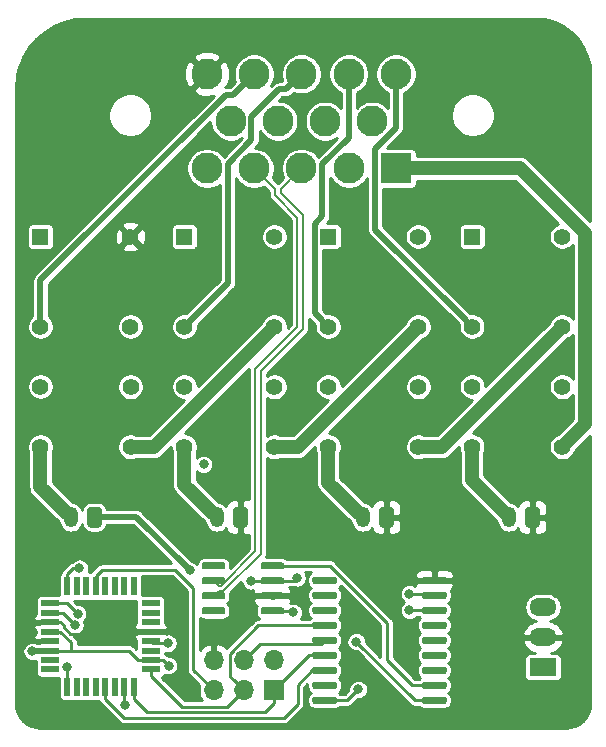
<source format=gbr>
G04 #@! TF.GenerationSoftware,KiCad,Pcbnew,5.1.5-52549c5~84~ubuntu18.04.1*
G04 #@! TF.CreationDate,2020-02-06T21:07:46-05:00*
G04 #@! TF.ProjectId,FH_fault-latch,46485f66-6175-46c7-942d-6c617463682e,rev?*
G04 #@! TF.SameCoordinates,Original*
G04 #@! TF.FileFunction,Copper,L1,Top*
G04 #@! TF.FilePolarity,Positive*
%FSLAX46Y46*%
G04 Gerber Fmt 4.6, Leading zero omitted, Abs format (unit mm)*
G04 Created by KiCad (PCBNEW 5.1.5-52549c5~84~ubuntu18.04.1) date 2020-02-06 21:07:46*
%MOMM*%
%LPD*%
G04 APERTURE LIST*
%ADD10C,2.625000*%
%ADD11R,2.625000X2.625000*%
%ADD12C,1.400000*%
%ADD13R,1.400000X1.400000*%
%ADD14C,0.100000*%
%ADD15R,0.550000X1.600000*%
%ADD16R,1.600000X0.550000*%
%ADD17O,2.300000X1.500000*%
%ADD18R,2.300000X1.500000*%
%ADD19O,1.200000X1.750000*%
%ADD20O,1.700000X1.700000*%
%ADD21R,1.700000X1.700000*%
%ADD22C,0.800000*%
%ADD23C,0.508000*%
%ADD24C,0.254000*%
%ADD25C,1.200000*%
%ADD26C,0.200000*%
G04 APERTURE END LIST*
D10*
X122048000Y-73724000D03*
X126048000Y-73724000D03*
X130048000Y-73724000D03*
X134048000Y-73724000D03*
X138048000Y-73724000D03*
X124048000Y-77724000D03*
X128048000Y-77724000D03*
X132048000Y-77724000D03*
X136048000Y-77724000D03*
X122048000Y-81724000D03*
X126048000Y-81724000D03*
X130048000Y-81724000D03*
X134048000Y-81724000D03*
D11*
X138048000Y-81724000D03*
D12*
X152120000Y-95120000D03*
X152130000Y-105290000D03*
X152130000Y-100210000D03*
X144500000Y-95120000D03*
X144500000Y-105280000D03*
X144500000Y-100190000D03*
X152120000Y-87500000D03*
D13*
X144500000Y-87500000D03*
G04 #@! TA.AperFunction,SMDPad,CuDef*
D14*
G36*
X123459703Y-118890222D02*
G01*
X123474264Y-118892382D01*
X123488543Y-118895959D01*
X123502403Y-118900918D01*
X123515710Y-118907212D01*
X123528336Y-118914780D01*
X123540159Y-118923548D01*
X123551066Y-118933434D01*
X123560952Y-118944341D01*
X123569720Y-118956164D01*
X123577288Y-118968790D01*
X123583582Y-118982097D01*
X123588541Y-118995957D01*
X123592118Y-119010236D01*
X123594278Y-119024797D01*
X123595000Y-119039500D01*
X123595000Y-119339500D01*
X123594278Y-119354203D01*
X123592118Y-119368764D01*
X123588541Y-119383043D01*
X123583582Y-119396903D01*
X123577288Y-119410210D01*
X123569720Y-119422836D01*
X123560952Y-119434659D01*
X123551066Y-119445566D01*
X123540159Y-119455452D01*
X123528336Y-119464220D01*
X123515710Y-119471788D01*
X123502403Y-119478082D01*
X123488543Y-119483041D01*
X123474264Y-119486618D01*
X123459703Y-119488778D01*
X123445000Y-119489500D01*
X121795000Y-119489500D01*
X121780297Y-119488778D01*
X121765736Y-119486618D01*
X121751457Y-119483041D01*
X121737597Y-119478082D01*
X121724290Y-119471788D01*
X121711664Y-119464220D01*
X121699841Y-119455452D01*
X121688934Y-119445566D01*
X121679048Y-119434659D01*
X121670280Y-119422836D01*
X121662712Y-119410210D01*
X121656418Y-119396903D01*
X121651459Y-119383043D01*
X121647882Y-119368764D01*
X121645722Y-119354203D01*
X121645000Y-119339500D01*
X121645000Y-119039500D01*
X121645722Y-119024797D01*
X121647882Y-119010236D01*
X121651459Y-118995957D01*
X121656418Y-118982097D01*
X121662712Y-118968790D01*
X121670280Y-118956164D01*
X121679048Y-118944341D01*
X121688934Y-118933434D01*
X121699841Y-118923548D01*
X121711664Y-118914780D01*
X121724290Y-118907212D01*
X121737597Y-118900918D01*
X121751457Y-118895959D01*
X121765736Y-118892382D01*
X121780297Y-118890222D01*
X121795000Y-118889500D01*
X123445000Y-118889500D01*
X123459703Y-118890222D01*
G37*
G04 #@! TD.AperFunction*
G04 #@! TA.AperFunction,SMDPad,CuDef*
G36*
X123459703Y-117620222D02*
G01*
X123474264Y-117622382D01*
X123488543Y-117625959D01*
X123502403Y-117630918D01*
X123515710Y-117637212D01*
X123528336Y-117644780D01*
X123540159Y-117653548D01*
X123551066Y-117663434D01*
X123560952Y-117674341D01*
X123569720Y-117686164D01*
X123577288Y-117698790D01*
X123583582Y-117712097D01*
X123588541Y-117725957D01*
X123592118Y-117740236D01*
X123594278Y-117754797D01*
X123595000Y-117769500D01*
X123595000Y-118069500D01*
X123594278Y-118084203D01*
X123592118Y-118098764D01*
X123588541Y-118113043D01*
X123583582Y-118126903D01*
X123577288Y-118140210D01*
X123569720Y-118152836D01*
X123560952Y-118164659D01*
X123551066Y-118175566D01*
X123540159Y-118185452D01*
X123528336Y-118194220D01*
X123515710Y-118201788D01*
X123502403Y-118208082D01*
X123488543Y-118213041D01*
X123474264Y-118216618D01*
X123459703Y-118218778D01*
X123445000Y-118219500D01*
X121795000Y-118219500D01*
X121780297Y-118218778D01*
X121765736Y-118216618D01*
X121751457Y-118213041D01*
X121737597Y-118208082D01*
X121724290Y-118201788D01*
X121711664Y-118194220D01*
X121699841Y-118185452D01*
X121688934Y-118175566D01*
X121679048Y-118164659D01*
X121670280Y-118152836D01*
X121662712Y-118140210D01*
X121656418Y-118126903D01*
X121651459Y-118113043D01*
X121647882Y-118098764D01*
X121645722Y-118084203D01*
X121645000Y-118069500D01*
X121645000Y-117769500D01*
X121645722Y-117754797D01*
X121647882Y-117740236D01*
X121651459Y-117725957D01*
X121656418Y-117712097D01*
X121662712Y-117698790D01*
X121670280Y-117686164D01*
X121679048Y-117674341D01*
X121688934Y-117663434D01*
X121699841Y-117653548D01*
X121711664Y-117644780D01*
X121724290Y-117637212D01*
X121737597Y-117630918D01*
X121751457Y-117625959D01*
X121765736Y-117622382D01*
X121780297Y-117620222D01*
X121795000Y-117619500D01*
X123445000Y-117619500D01*
X123459703Y-117620222D01*
G37*
G04 #@! TD.AperFunction*
G04 #@! TA.AperFunction,SMDPad,CuDef*
G36*
X123459703Y-116350222D02*
G01*
X123474264Y-116352382D01*
X123488543Y-116355959D01*
X123502403Y-116360918D01*
X123515710Y-116367212D01*
X123528336Y-116374780D01*
X123540159Y-116383548D01*
X123551066Y-116393434D01*
X123560952Y-116404341D01*
X123569720Y-116416164D01*
X123577288Y-116428790D01*
X123583582Y-116442097D01*
X123588541Y-116455957D01*
X123592118Y-116470236D01*
X123594278Y-116484797D01*
X123595000Y-116499500D01*
X123595000Y-116799500D01*
X123594278Y-116814203D01*
X123592118Y-116828764D01*
X123588541Y-116843043D01*
X123583582Y-116856903D01*
X123577288Y-116870210D01*
X123569720Y-116882836D01*
X123560952Y-116894659D01*
X123551066Y-116905566D01*
X123540159Y-116915452D01*
X123528336Y-116924220D01*
X123515710Y-116931788D01*
X123502403Y-116938082D01*
X123488543Y-116943041D01*
X123474264Y-116946618D01*
X123459703Y-116948778D01*
X123445000Y-116949500D01*
X121795000Y-116949500D01*
X121780297Y-116948778D01*
X121765736Y-116946618D01*
X121751457Y-116943041D01*
X121737597Y-116938082D01*
X121724290Y-116931788D01*
X121711664Y-116924220D01*
X121699841Y-116915452D01*
X121688934Y-116905566D01*
X121679048Y-116894659D01*
X121670280Y-116882836D01*
X121662712Y-116870210D01*
X121656418Y-116856903D01*
X121651459Y-116843043D01*
X121647882Y-116828764D01*
X121645722Y-116814203D01*
X121645000Y-116799500D01*
X121645000Y-116499500D01*
X121645722Y-116484797D01*
X121647882Y-116470236D01*
X121651459Y-116455957D01*
X121656418Y-116442097D01*
X121662712Y-116428790D01*
X121670280Y-116416164D01*
X121679048Y-116404341D01*
X121688934Y-116393434D01*
X121699841Y-116383548D01*
X121711664Y-116374780D01*
X121724290Y-116367212D01*
X121737597Y-116360918D01*
X121751457Y-116355959D01*
X121765736Y-116352382D01*
X121780297Y-116350222D01*
X121795000Y-116349500D01*
X123445000Y-116349500D01*
X123459703Y-116350222D01*
G37*
G04 #@! TD.AperFunction*
G04 #@! TA.AperFunction,SMDPad,CuDef*
G36*
X123459703Y-115080222D02*
G01*
X123474264Y-115082382D01*
X123488543Y-115085959D01*
X123502403Y-115090918D01*
X123515710Y-115097212D01*
X123528336Y-115104780D01*
X123540159Y-115113548D01*
X123551066Y-115123434D01*
X123560952Y-115134341D01*
X123569720Y-115146164D01*
X123577288Y-115158790D01*
X123583582Y-115172097D01*
X123588541Y-115185957D01*
X123592118Y-115200236D01*
X123594278Y-115214797D01*
X123595000Y-115229500D01*
X123595000Y-115529500D01*
X123594278Y-115544203D01*
X123592118Y-115558764D01*
X123588541Y-115573043D01*
X123583582Y-115586903D01*
X123577288Y-115600210D01*
X123569720Y-115612836D01*
X123560952Y-115624659D01*
X123551066Y-115635566D01*
X123540159Y-115645452D01*
X123528336Y-115654220D01*
X123515710Y-115661788D01*
X123502403Y-115668082D01*
X123488543Y-115673041D01*
X123474264Y-115676618D01*
X123459703Y-115678778D01*
X123445000Y-115679500D01*
X121795000Y-115679500D01*
X121780297Y-115678778D01*
X121765736Y-115676618D01*
X121751457Y-115673041D01*
X121737597Y-115668082D01*
X121724290Y-115661788D01*
X121711664Y-115654220D01*
X121699841Y-115645452D01*
X121688934Y-115635566D01*
X121679048Y-115624659D01*
X121670280Y-115612836D01*
X121662712Y-115600210D01*
X121656418Y-115586903D01*
X121651459Y-115573043D01*
X121647882Y-115558764D01*
X121645722Y-115544203D01*
X121645000Y-115529500D01*
X121645000Y-115229500D01*
X121645722Y-115214797D01*
X121647882Y-115200236D01*
X121651459Y-115185957D01*
X121656418Y-115172097D01*
X121662712Y-115158790D01*
X121670280Y-115146164D01*
X121679048Y-115134341D01*
X121688934Y-115123434D01*
X121699841Y-115113548D01*
X121711664Y-115104780D01*
X121724290Y-115097212D01*
X121737597Y-115090918D01*
X121751457Y-115085959D01*
X121765736Y-115082382D01*
X121780297Y-115080222D01*
X121795000Y-115079500D01*
X123445000Y-115079500D01*
X123459703Y-115080222D01*
G37*
G04 #@! TD.AperFunction*
G04 #@! TA.AperFunction,SMDPad,CuDef*
G36*
X128409703Y-115080222D02*
G01*
X128424264Y-115082382D01*
X128438543Y-115085959D01*
X128452403Y-115090918D01*
X128465710Y-115097212D01*
X128478336Y-115104780D01*
X128490159Y-115113548D01*
X128501066Y-115123434D01*
X128510952Y-115134341D01*
X128519720Y-115146164D01*
X128527288Y-115158790D01*
X128533582Y-115172097D01*
X128538541Y-115185957D01*
X128542118Y-115200236D01*
X128544278Y-115214797D01*
X128545000Y-115229500D01*
X128545000Y-115529500D01*
X128544278Y-115544203D01*
X128542118Y-115558764D01*
X128538541Y-115573043D01*
X128533582Y-115586903D01*
X128527288Y-115600210D01*
X128519720Y-115612836D01*
X128510952Y-115624659D01*
X128501066Y-115635566D01*
X128490159Y-115645452D01*
X128478336Y-115654220D01*
X128465710Y-115661788D01*
X128452403Y-115668082D01*
X128438543Y-115673041D01*
X128424264Y-115676618D01*
X128409703Y-115678778D01*
X128395000Y-115679500D01*
X126745000Y-115679500D01*
X126730297Y-115678778D01*
X126715736Y-115676618D01*
X126701457Y-115673041D01*
X126687597Y-115668082D01*
X126674290Y-115661788D01*
X126661664Y-115654220D01*
X126649841Y-115645452D01*
X126638934Y-115635566D01*
X126629048Y-115624659D01*
X126620280Y-115612836D01*
X126612712Y-115600210D01*
X126606418Y-115586903D01*
X126601459Y-115573043D01*
X126597882Y-115558764D01*
X126595722Y-115544203D01*
X126595000Y-115529500D01*
X126595000Y-115229500D01*
X126595722Y-115214797D01*
X126597882Y-115200236D01*
X126601459Y-115185957D01*
X126606418Y-115172097D01*
X126612712Y-115158790D01*
X126620280Y-115146164D01*
X126629048Y-115134341D01*
X126638934Y-115123434D01*
X126649841Y-115113548D01*
X126661664Y-115104780D01*
X126674290Y-115097212D01*
X126687597Y-115090918D01*
X126701457Y-115085959D01*
X126715736Y-115082382D01*
X126730297Y-115080222D01*
X126745000Y-115079500D01*
X128395000Y-115079500D01*
X128409703Y-115080222D01*
G37*
G04 #@! TD.AperFunction*
G04 #@! TA.AperFunction,SMDPad,CuDef*
G36*
X128409703Y-116350222D02*
G01*
X128424264Y-116352382D01*
X128438543Y-116355959D01*
X128452403Y-116360918D01*
X128465710Y-116367212D01*
X128478336Y-116374780D01*
X128490159Y-116383548D01*
X128501066Y-116393434D01*
X128510952Y-116404341D01*
X128519720Y-116416164D01*
X128527288Y-116428790D01*
X128533582Y-116442097D01*
X128538541Y-116455957D01*
X128542118Y-116470236D01*
X128544278Y-116484797D01*
X128545000Y-116499500D01*
X128545000Y-116799500D01*
X128544278Y-116814203D01*
X128542118Y-116828764D01*
X128538541Y-116843043D01*
X128533582Y-116856903D01*
X128527288Y-116870210D01*
X128519720Y-116882836D01*
X128510952Y-116894659D01*
X128501066Y-116905566D01*
X128490159Y-116915452D01*
X128478336Y-116924220D01*
X128465710Y-116931788D01*
X128452403Y-116938082D01*
X128438543Y-116943041D01*
X128424264Y-116946618D01*
X128409703Y-116948778D01*
X128395000Y-116949500D01*
X126745000Y-116949500D01*
X126730297Y-116948778D01*
X126715736Y-116946618D01*
X126701457Y-116943041D01*
X126687597Y-116938082D01*
X126674290Y-116931788D01*
X126661664Y-116924220D01*
X126649841Y-116915452D01*
X126638934Y-116905566D01*
X126629048Y-116894659D01*
X126620280Y-116882836D01*
X126612712Y-116870210D01*
X126606418Y-116856903D01*
X126601459Y-116843043D01*
X126597882Y-116828764D01*
X126595722Y-116814203D01*
X126595000Y-116799500D01*
X126595000Y-116499500D01*
X126595722Y-116484797D01*
X126597882Y-116470236D01*
X126601459Y-116455957D01*
X126606418Y-116442097D01*
X126612712Y-116428790D01*
X126620280Y-116416164D01*
X126629048Y-116404341D01*
X126638934Y-116393434D01*
X126649841Y-116383548D01*
X126661664Y-116374780D01*
X126674290Y-116367212D01*
X126687597Y-116360918D01*
X126701457Y-116355959D01*
X126715736Y-116352382D01*
X126730297Y-116350222D01*
X126745000Y-116349500D01*
X128395000Y-116349500D01*
X128409703Y-116350222D01*
G37*
G04 #@! TD.AperFunction*
G04 #@! TA.AperFunction,SMDPad,CuDef*
G36*
X128409703Y-117620222D02*
G01*
X128424264Y-117622382D01*
X128438543Y-117625959D01*
X128452403Y-117630918D01*
X128465710Y-117637212D01*
X128478336Y-117644780D01*
X128490159Y-117653548D01*
X128501066Y-117663434D01*
X128510952Y-117674341D01*
X128519720Y-117686164D01*
X128527288Y-117698790D01*
X128533582Y-117712097D01*
X128538541Y-117725957D01*
X128542118Y-117740236D01*
X128544278Y-117754797D01*
X128545000Y-117769500D01*
X128545000Y-118069500D01*
X128544278Y-118084203D01*
X128542118Y-118098764D01*
X128538541Y-118113043D01*
X128533582Y-118126903D01*
X128527288Y-118140210D01*
X128519720Y-118152836D01*
X128510952Y-118164659D01*
X128501066Y-118175566D01*
X128490159Y-118185452D01*
X128478336Y-118194220D01*
X128465710Y-118201788D01*
X128452403Y-118208082D01*
X128438543Y-118213041D01*
X128424264Y-118216618D01*
X128409703Y-118218778D01*
X128395000Y-118219500D01*
X126745000Y-118219500D01*
X126730297Y-118218778D01*
X126715736Y-118216618D01*
X126701457Y-118213041D01*
X126687597Y-118208082D01*
X126674290Y-118201788D01*
X126661664Y-118194220D01*
X126649841Y-118185452D01*
X126638934Y-118175566D01*
X126629048Y-118164659D01*
X126620280Y-118152836D01*
X126612712Y-118140210D01*
X126606418Y-118126903D01*
X126601459Y-118113043D01*
X126597882Y-118098764D01*
X126595722Y-118084203D01*
X126595000Y-118069500D01*
X126595000Y-117769500D01*
X126595722Y-117754797D01*
X126597882Y-117740236D01*
X126601459Y-117725957D01*
X126606418Y-117712097D01*
X126612712Y-117698790D01*
X126620280Y-117686164D01*
X126629048Y-117674341D01*
X126638934Y-117663434D01*
X126649841Y-117653548D01*
X126661664Y-117644780D01*
X126674290Y-117637212D01*
X126687597Y-117630918D01*
X126701457Y-117625959D01*
X126715736Y-117622382D01*
X126730297Y-117620222D01*
X126745000Y-117619500D01*
X128395000Y-117619500D01*
X128409703Y-117620222D01*
G37*
G04 #@! TD.AperFunction*
G04 #@! TA.AperFunction,SMDPad,CuDef*
G36*
X128409703Y-118890222D02*
G01*
X128424264Y-118892382D01*
X128438543Y-118895959D01*
X128452403Y-118900918D01*
X128465710Y-118907212D01*
X128478336Y-118914780D01*
X128490159Y-118923548D01*
X128501066Y-118933434D01*
X128510952Y-118944341D01*
X128519720Y-118956164D01*
X128527288Y-118968790D01*
X128533582Y-118982097D01*
X128538541Y-118995957D01*
X128542118Y-119010236D01*
X128544278Y-119024797D01*
X128545000Y-119039500D01*
X128545000Y-119339500D01*
X128544278Y-119354203D01*
X128542118Y-119368764D01*
X128538541Y-119383043D01*
X128533582Y-119396903D01*
X128527288Y-119410210D01*
X128519720Y-119422836D01*
X128510952Y-119434659D01*
X128501066Y-119445566D01*
X128490159Y-119455452D01*
X128478336Y-119464220D01*
X128465710Y-119471788D01*
X128452403Y-119478082D01*
X128438543Y-119483041D01*
X128424264Y-119486618D01*
X128409703Y-119488778D01*
X128395000Y-119489500D01*
X126745000Y-119489500D01*
X126730297Y-119488778D01*
X126715736Y-119486618D01*
X126701457Y-119483041D01*
X126687597Y-119478082D01*
X126674290Y-119471788D01*
X126661664Y-119464220D01*
X126649841Y-119455452D01*
X126638934Y-119445566D01*
X126629048Y-119434659D01*
X126620280Y-119422836D01*
X126612712Y-119410210D01*
X126606418Y-119396903D01*
X126601459Y-119383043D01*
X126597882Y-119368764D01*
X126595722Y-119354203D01*
X126595000Y-119339500D01*
X126595000Y-119039500D01*
X126595722Y-119024797D01*
X126597882Y-119010236D01*
X126601459Y-118995957D01*
X126606418Y-118982097D01*
X126612712Y-118968790D01*
X126620280Y-118956164D01*
X126629048Y-118944341D01*
X126638934Y-118933434D01*
X126649841Y-118923548D01*
X126661664Y-118914780D01*
X126674290Y-118907212D01*
X126687597Y-118900918D01*
X126701457Y-118895959D01*
X126715736Y-118892382D01*
X126730297Y-118890222D01*
X126745000Y-118889500D01*
X128395000Y-118889500D01*
X128409703Y-118890222D01*
G37*
G04 #@! TD.AperFunction*
G04 #@! TA.AperFunction,SMDPad,CuDef*
G36*
X132891703Y-126446722D02*
G01*
X132906264Y-126448882D01*
X132920543Y-126452459D01*
X132934403Y-126457418D01*
X132947710Y-126463712D01*
X132960336Y-126471280D01*
X132972159Y-126480048D01*
X132983066Y-126489934D01*
X132992952Y-126500841D01*
X133001720Y-126512664D01*
X133009288Y-126525290D01*
X133015582Y-126538597D01*
X133020541Y-126552457D01*
X133024118Y-126566736D01*
X133026278Y-126581297D01*
X133027000Y-126596000D01*
X133027000Y-126896000D01*
X133026278Y-126910703D01*
X133024118Y-126925264D01*
X133020541Y-126939543D01*
X133015582Y-126953403D01*
X133009288Y-126966710D01*
X133001720Y-126979336D01*
X132992952Y-126991159D01*
X132983066Y-127002066D01*
X132972159Y-127011952D01*
X132960336Y-127020720D01*
X132947710Y-127028288D01*
X132934403Y-127034582D01*
X132920543Y-127039541D01*
X132906264Y-127043118D01*
X132891703Y-127045278D01*
X132877000Y-127046000D01*
X131127000Y-127046000D01*
X131112297Y-127045278D01*
X131097736Y-127043118D01*
X131083457Y-127039541D01*
X131069597Y-127034582D01*
X131056290Y-127028288D01*
X131043664Y-127020720D01*
X131031841Y-127011952D01*
X131020934Y-127002066D01*
X131011048Y-126991159D01*
X131002280Y-126979336D01*
X130994712Y-126966710D01*
X130988418Y-126953403D01*
X130983459Y-126939543D01*
X130979882Y-126925264D01*
X130977722Y-126910703D01*
X130977000Y-126896000D01*
X130977000Y-126596000D01*
X130977722Y-126581297D01*
X130979882Y-126566736D01*
X130983459Y-126552457D01*
X130988418Y-126538597D01*
X130994712Y-126525290D01*
X131002280Y-126512664D01*
X131011048Y-126500841D01*
X131020934Y-126489934D01*
X131031841Y-126480048D01*
X131043664Y-126471280D01*
X131056290Y-126463712D01*
X131069597Y-126457418D01*
X131083457Y-126452459D01*
X131097736Y-126448882D01*
X131112297Y-126446722D01*
X131127000Y-126446000D01*
X132877000Y-126446000D01*
X132891703Y-126446722D01*
G37*
G04 #@! TD.AperFunction*
G04 #@! TA.AperFunction,SMDPad,CuDef*
G36*
X132891703Y-125176722D02*
G01*
X132906264Y-125178882D01*
X132920543Y-125182459D01*
X132934403Y-125187418D01*
X132947710Y-125193712D01*
X132960336Y-125201280D01*
X132972159Y-125210048D01*
X132983066Y-125219934D01*
X132992952Y-125230841D01*
X133001720Y-125242664D01*
X133009288Y-125255290D01*
X133015582Y-125268597D01*
X133020541Y-125282457D01*
X133024118Y-125296736D01*
X133026278Y-125311297D01*
X133027000Y-125326000D01*
X133027000Y-125626000D01*
X133026278Y-125640703D01*
X133024118Y-125655264D01*
X133020541Y-125669543D01*
X133015582Y-125683403D01*
X133009288Y-125696710D01*
X133001720Y-125709336D01*
X132992952Y-125721159D01*
X132983066Y-125732066D01*
X132972159Y-125741952D01*
X132960336Y-125750720D01*
X132947710Y-125758288D01*
X132934403Y-125764582D01*
X132920543Y-125769541D01*
X132906264Y-125773118D01*
X132891703Y-125775278D01*
X132877000Y-125776000D01*
X131127000Y-125776000D01*
X131112297Y-125775278D01*
X131097736Y-125773118D01*
X131083457Y-125769541D01*
X131069597Y-125764582D01*
X131056290Y-125758288D01*
X131043664Y-125750720D01*
X131031841Y-125741952D01*
X131020934Y-125732066D01*
X131011048Y-125721159D01*
X131002280Y-125709336D01*
X130994712Y-125696710D01*
X130988418Y-125683403D01*
X130983459Y-125669543D01*
X130979882Y-125655264D01*
X130977722Y-125640703D01*
X130977000Y-125626000D01*
X130977000Y-125326000D01*
X130977722Y-125311297D01*
X130979882Y-125296736D01*
X130983459Y-125282457D01*
X130988418Y-125268597D01*
X130994712Y-125255290D01*
X131002280Y-125242664D01*
X131011048Y-125230841D01*
X131020934Y-125219934D01*
X131031841Y-125210048D01*
X131043664Y-125201280D01*
X131056290Y-125193712D01*
X131069597Y-125187418D01*
X131083457Y-125182459D01*
X131097736Y-125178882D01*
X131112297Y-125176722D01*
X131127000Y-125176000D01*
X132877000Y-125176000D01*
X132891703Y-125176722D01*
G37*
G04 #@! TD.AperFunction*
G04 #@! TA.AperFunction,SMDPad,CuDef*
G36*
X132891703Y-123906722D02*
G01*
X132906264Y-123908882D01*
X132920543Y-123912459D01*
X132934403Y-123917418D01*
X132947710Y-123923712D01*
X132960336Y-123931280D01*
X132972159Y-123940048D01*
X132983066Y-123949934D01*
X132992952Y-123960841D01*
X133001720Y-123972664D01*
X133009288Y-123985290D01*
X133015582Y-123998597D01*
X133020541Y-124012457D01*
X133024118Y-124026736D01*
X133026278Y-124041297D01*
X133027000Y-124056000D01*
X133027000Y-124356000D01*
X133026278Y-124370703D01*
X133024118Y-124385264D01*
X133020541Y-124399543D01*
X133015582Y-124413403D01*
X133009288Y-124426710D01*
X133001720Y-124439336D01*
X132992952Y-124451159D01*
X132983066Y-124462066D01*
X132972159Y-124471952D01*
X132960336Y-124480720D01*
X132947710Y-124488288D01*
X132934403Y-124494582D01*
X132920543Y-124499541D01*
X132906264Y-124503118D01*
X132891703Y-124505278D01*
X132877000Y-124506000D01*
X131127000Y-124506000D01*
X131112297Y-124505278D01*
X131097736Y-124503118D01*
X131083457Y-124499541D01*
X131069597Y-124494582D01*
X131056290Y-124488288D01*
X131043664Y-124480720D01*
X131031841Y-124471952D01*
X131020934Y-124462066D01*
X131011048Y-124451159D01*
X131002280Y-124439336D01*
X130994712Y-124426710D01*
X130988418Y-124413403D01*
X130983459Y-124399543D01*
X130979882Y-124385264D01*
X130977722Y-124370703D01*
X130977000Y-124356000D01*
X130977000Y-124056000D01*
X130977722Y-124041297D01*
X130979882Y-124026736D01*
X130983459Y-124012457D01*
X130988418Y-123998597D01*
X130994712Y-123985290D01*
X131002280Y-123972664D01*
X131011048Y-123960841D01*
X131020934Y-123949934D01*
X131031841Y-123940048D01*
X131043664Y-123931280D01*
X131056290Y-123923712D01*
X131069597Y-123917418D01*
X131083457Y-123912459D01*
X131097736Y-123908882D01*
X131112297Y-123906722D01*
X131127000Y-123906000D01*
X132877000Y-123906000D01*
X132891703Y-123906722D01*
G37*
G04 #@! TD.AperFunction*
G04 #@! TA.AperFunction,SMDPad,CuDef*
G36*
X132891703Y-122636722D02*
G01*
X132906264Y-122638882D01*
X132920543Y-122642459D01*
X132934403Y-122647418D01*
X132947710Y-122653712D01*
X132960336Y-122661280D01*
X132972159Y-122670048D01*
X132983066Y-122679934D01*
X132992952Y-122690841D01*
X133001720Y-122702664D01*
X133009288Y-122715290D01*
X133015582Y-122728597D01*
X133020541Y-122742457D01*
X133024118Y-122756736D01*
X133026278Y-122771297D01*
X133027000Y-122786000D01*
X133027000Y-123086000D01*
X133026278Y-123100703D01*
X133024118Y-123115264D01*
X133020541Y-123129543D01*
X133015582Y-123143403D01*
X133009288Y-123156710D01*
X133001720Y-123169336D01*
X132992952Y-123181159D01*
X132983066Y-123192066D01*
X132972159Y-123201952D01*
X132960336Y-123210720D01*
X132947710Y-123218288D01*
X132934403Y-123224582D01*
X132920543Y-123229541D01*
X132906264Y-123233118D01*
X132891703Y-123235278D01*
X132877000Y-123236000D01*
X131127000Y-123236000D01*
X131112297Y-123235278D01*
X131097736Y-123233118D01*
X131083457Y-123229541D01*
X131069597Y-123224582D01*
X131056290Y-123218288D01*
X131043664Y-123210720D01*
X131031841Y-123201952D01*
X131020934Y-123192066D01*
X131011048Y-123181159D01*
X131002280Y-123169336D01*
X130994712Y-123156710D01*
X130988418Y-123143403D01*
X130983459Y-123129543D01*
X130979882Y-123115264D01*
X130977722Y-123100703D01*
X130977000Y-123086000D01*
X130977000Y-122786000D01*
X130977722Y-122771297D01*
X130979882Y-122756736D01*
X130983459Y-122742457D01*
X130988418Y-122728597D01*
X130994712Y-122715290D01*
X131002280Y-122702664D01*
X131011048Y-122690841D01*
X131020934Y-122679934D01*
X131031841Y-122670048D01*
X131043664Y-122661280D01*
X131056290Y-122653712D01*
X131069597Y-122647418D01*
X131083457Y-122642459D01*
X131097736Y-122638882D01*
X131112297Y-122636722D01*
X131127000Y-122636000D01*
X132877000Y-122636000D01*
X132891703Y-122636722D01*
G37*
G04 #@! TD.AperFunction*
G04 #@! TA.AperFunction,SMDPad,CuDef*
G36*
X132891703Y-121366722D02*
G01*
X132906264Y-121368882D01*
X132920543Y-121372459D01*
X132934403Y-121377418D01*
X132947710Y-121383712D01*
X132960336Y-121391280D01*
X132972159Y-121400048D01*
X132983066Y-121409934D01*
X132992952Y-121420841D01*
X133001720Y-121432664D01*
X133009288Y-121445290D01*
X133015582Y-121458597D01*
X133020541Y-121472457D01*
X133024118Y-121486736D01*
X133026278Y-121501297D01*
X133027000Y-121516000D01*
X133027000Y-121816000D01*
X133026278Y-121830703D01*
X133024118Y-121845264D01*
X133020541Y-121859543D01*
X133015582Y-121873403D01*
X133009288Y-121886710D01*
X133001720Y-121899336D01*
X132992952Y-121911159D01*
X132983066Y-121922066D01*
X132972159Y-121931952D01*
X132960336Y-121940720D01*
X132947710Y-121948288D01*
X132934403Y-121954582D01*
X132920543Y-121959541D01*
X132906264Y-121963118D01*
X132891703Y-121965278D01*
X132877000Y-121966000D01*
X131127000Y-121966000D01*
X131112297Y-121965278D01*
X131097736Y-121963118D01*
X131083457Y-121959541D01*
X131069597Y-121954582D01*
X131056290Y-121948288D01*
X131043664Y-121940720D01*
X131031841Y-121931952D01*
X131020934Y-121922066D01*
X131011048Y-121911159D01*
X131002280Y-121899336D01*
X130994712Y-121886710D01*
X130988418Y-121873403D01*
X130983459Y-121859543D01*
X130979882Y-121845264D01*
X130977722Y-121830703D01*
X130977000Y-121816000D01*
X130977000Y-121516000D01*
X130977722Y-121501297D01*
X130979882Y-121486736D01*
X130983459Y-121472457D01*
X130988418Y-121458597D01*
X130994712Y-121445290D01*
X131002280Y-121432664D01*
X131011048Y-121420841D01*
X131020934Y-121409934D01*
X131031841Y-121400048D01*
X131043664Y-121391280D01*
X131056290Y-121383712D01*
X131069597Y-121377418D01*
X131083457Y-121372459D01*
X131097736Y-121368882D01*
X131112297Y-121366722D01*
X131127000Y-121366000D01*
X132877000Y-121366000D01*
X132891703Y-121366722D01*
G37*
G04 #@! TD.AperFunction*
G04 #@! TA.AperFunction,SMDPad,CuDef*
G36*
X132891703Y-120096722D02*
G01*
X132906264Y-120098882D01*
X132920543Y-120102459D01*
X132934403Y-120107418D01*
X132947710Y-120113712D01*
X132960336Y-120121280D01*
X132972159Y-120130048D01*
X132983066Y-120139934D01*
X132992952Y-120150841D01*
X133001720Y-120162664D01*
X133009288Y-120175290D01*
X133015582Y-120188597D01*
X133020541Y-120202457D01*
X133024118Y-120216736D01*
X133026278Y-120231297D01*
X133027000Y-120246000D01*
X133027000Y-120546000D01*
X133026278Y-120560703D01*
X133024118Y-120575264D01*
X133020541Y-120589543D01*
X133015582Y-120603403D01*
X133009288Y-120616710D01*
X133001720Y-120629336D01*
X132992952Y-120641159D01*
X132983066Y-120652066D01*
X132972159Y-120661952D01*
X132960336Y-120670720D01*
X132947710Y-120678288D01*
X132934403Y-120684582D01*
X132920543Y-120689541D01*
X132906264Y-120693118D01*
X132891703Y-120695278D01*
X132877000Y-120696000D01*
X131127000Y-120696000D01*
X131112297Y-120695278D01*
X131097736Y-120693118D01*
X131083457Y-120689541D01*
X131069597Y-120684582D01*
X131056290Y-120678288D01*
X131043664Y-120670720D01*
X131031841Y-120661952D01*
X131020934Y-120652066D01*
X131011048Y-120641159D01*
X131002280Y-120629336D01*
X130994712Y-120616710D01*
X130988418Y-120603403D01*
X130983459Y-120589543D01*
X130979882Y-120575264D01*
X130977722Y-120560703D01*
X130977000Y-120546000D01*
X130977000Y-120246000D01*
X130977722Y-120231297D01*
X130979882Y-120216736D01*
X130983459Y-120202457D01*
X130988418Y-120188597D01*
X130994712Y-120175290D01*
X131002280Y-120162664D01*
X131011048Y-120150841D01*
X131020934Y-120139934D01*
X131031841Y-120130048D01*
X131043664Y-120121280D01*
X131056290Y-120113712D01*
X131069597Y-120107418D01*
X131083457Y-120102459D01*
X131097736Y-120098882D01*
X131112297Y-120096722D01*
X131127000Y-120096000D01*
X132877000Y-120096000D01*
X132891703Y-120096722D01*
G37*
G04 #@! TD.AperFunction*
G04 #@! TA.AperFunction,SMDPad,CuDef*
G36*
X132891703Y-118826722D02*
G01*
X132906264Y-118828882D01*
X132920543Y-118832459D01*
X132934403Y-118837418D01*
X132947710Y-118843712D01*
X132960336Y-118851280D01*
X132972159Y-118860048D01*
X132983066Y-118869934D01*
X132992952Y-118880841D01*
X133001720Y-118892664D01*
X133009288Y-118905290D01*
X133015582Y-118918597D01*
X133020541Y-118932457D01*
X133024118Y-118946736D01*
X133026278Y-118961297D01*
X133027000Y-118976000D01*
X133027000Y-119276000D01*
X133026278Y-119290703D01*
X133024118Y-119305264D01*
X133020541Y-119319543D01*
X133015582Y-119333403D01*
X133009288Y-119346710D01*
X133001720Y-119359336D01*
X132992952Y-119371159D01*
X132983066Y-119382066D01*
X132972159Y-119391952D01*
X132960336Y-119400720D01*
X132947710Y-119408288D01*
X132934403Y-119414582D01*
X132920543Y-119419541D01*
X132906264Y-119423118D01*
X132891703Y-119425278D01*
X132877000Y-119426000D01*
X131127000Y-119426000D01*
X131112297Y-119425278D01*
X131097736Y-119423118D01*
X131083457Y-119419541D01*
X131069597Y-119414582D01*
X131056290Y-119408288D01*
X131043664Y-119400720D01*
X131031841Y-119391952D01*
X131020934Y-119382066D01*
X131011048Y-119371159D01*
X131002280Y-119359336D01*
X130994712Y-119346710D01*
X130988418Y-119333403D01*
X130983459Y-119319543D01*
X130979882Y-119305264D01*
X130977722Y-119290703D01*
X130977000Y-119276000D01*
X130977000Y-118976000D01*
X130977722Y-118961297D01*
X130979882Y-118946736D01*
X130983459Y-118932457D01*
X130988418Y-118918597D01*
X130994712Y-118905290D01*
X131002280Y-118892664D01*
X131011048Y-118880841D01*
X131020934Y-118869934D01*
X131031841Y-118860048D01*
X131043664Y-118851280D01*
X131056290Y-118843712D01*
X131069597Y-118837418D01*
X131083457Y-118832459D01*
X131097736Y-118828882D01*
X131112297Y-118826722D01*
X131127000Y-118826000D01*
X132877000Y-118826000D01*
X132891703Y-118826722D01*
G37*
G04 #@! TD.AperFunction*
G04 #@! TA.AperFunction,SMDPad,CuDef*
G36*
X132891703Y-117556722D02*
G01*
X132906264Y-117558882D01*
X132920543Y-117562459D01*
X132934403Y-117567418D01*
X132947710Y-117573712D01*
X132960336Y-117581280D01*
X132972159Y-117590048D01*
X132983066Y-117599934D01*
X132992952Y-117610841D01*
X133001720Y-117622664D01*
X133009288Y-117635290D01*
X133015582Y-117648597D01*
X133020541Y-117662457D01*
X133024118Y-117676736D01*
X133026278Y-117691297D01*
X133027000Y-117706000D01*
X133027000Y-118006000D01*
X133026278Y-118020703D01*
X133024118Y-118035264D01*
X133020541Y-118049543D01*
X133015582Y-118063403D01*
X133009288Y-118076710D01*
X133001720Y-118089336D01*
X132992952Y-118101159D01*
X132983066Y-118112066D01*
X132972159Y-118121952D01*
X132960336Y-118130720D01*
X132947710Y-118138288D01*
X132934403Y-118144582D01*
X132920543Y-118149541D01*
X132906264Y-118153118D01*
X132891703Y-118155278D01*
X132877000Y-118156000D01*
X131127000Y-118156000D01*
X131112297Y-118155278D01*
X131097736Y-118153118D01*
X131083457Y-118149541D01*
X131069597Y-118144582D01*
X131056290Y-118138288D01*
X131043664Y-118130720D01*
X131031841Y-118121952D01*
X131020934Y-118112066D01*
X131011048Y-118101159D01*
X131002280Y-118089336D01*
X130994712Y-118076710D01*
X130988418Y-118063403D01*
X130983459Y-118049543D01*
X130979882Y-118035264D01*
X130977722Y-118020703D01*
X130977000Y-118006000D01*
X130977000Y-117706000D01*
X130977722Y-117691297D01*
X130979882Y-117676736D01*
X130983459Y-117662457D01*
X130988418Y-117648597D01*
X130994712Y-117635290D01*
X131002280Y-117622664D01*
X131011048Y-117610841D01*
X131020934Y-117599934D01*
X131031841Y-117590048D01*
X131043664Y-117581280D01*
X131056290Y-117573712D01*
X131069597Y-117567418D01*
X131083457Y-117562459D01*
X131097736Y-117558882D01*
X131112297Y-117556722D01*
X131127000Y-117556000D01*
X132877000Y-117556000D01*
X132891703Y-117556722D01*
G37*
G04 #@! TD.AperFunction*
G04 #@! TA.AperFunction,SMDPad,CuDef*
G36*
X132891703Y-116286722D02*
G01*
X132906264Y-116288882D01*
X132920543Y-116292459D01*
X132934403Y-116297418D01*
X132947710Y-116303712D01*
X132960336Y-116311280D01*
X132972159Y-116320048D01*
X132983066Y-116329934D01*
X132992952Y-116340841D01*
X133001720Y-116352664D01*
X133009288Y-116365290D01*
X133015582Y-116378597D01*
X133020541Y-116392457D01*
X133024118Y-116406736D01*
X133026278Y-116421297D01*
X133027000Y-116436000D01*
X133027000Y-116736000D01*
X133026278Y-116750703D01*
X133024118Y-116765264D01*
X133020541Y-116779543D01*
X133015582Y-116793403D01*
X133009288Y-116806710D01*
X133001720Y-116819336D01*
X132992952Y-116831159D01*
X132983066Y-116842066D01*
X132972159Y-116851952D01*
X132960336Y-116860720D01*
X132947710Y-116868288D01*
X132934403Y-116874582D01*
X132920543Y-116879541D01*
X132906264Y-116883118D01*
X132891703Y-116885278D01*
X132877000Y-116886000D01*
X131127000Y-116886000D01*
X131112297Y-116885278D01*
X131097736Y-116883118D01*
X131083457Y-116879541D01*
X131069597Y-116874582D01*
X131056290Y-116868288D01*
X131043664Y-116860720D01*
X131031841Y-116851952D01*
X131020934Y-116842066D01*
X131011048Y-116831159D01*
X131002280Y-116819336D01*
X130994712Y-116806710D01*
X130988418Y-116793403D01*
X130983459Y-116779543D01*
X130979882Y-116765264D01*
X130977722Y-116750703D01*
X130977000Y-116736000D01*
X130977000Y-116436000D01*
X130977722Y-116421297D01*
X130979882Y-116406736D01*
X130983459Y-116392457D01*
X130988418Y-116378597D01*
X130994712Y-116365290D01*
X131002280Y-116352664D01*
X131011048Y-116340841D01*
X131020934Y-116329934D01*
X131031841Y-116320048D01*
X131043664Y-116311280D01*
X131056290Y-116303712D01*
X131069597Y-116297418D01*
X131083457Y-116292459D01*
X131097736Y-116288882D01*
X131112297Y-116286722D01*
X131127000Y-116286000D01*
X132877000Y-116286000D01*
X132891703Y-116286722D01*
G37*
G04 #@! TD.AperFunction*
G04 #@! TA.AperFunction,SMDPad,CuDef*
G36*
X142191703Y-116286722D02*
G01*
X142206264Y-116288882D01*
X142220543Y-116292459D01*
X142234403Y-116297418D01*
X142247710Y-116303712D01*
X142260336Y-116311280D01*
X142272159Y-116320048D01*
X142283066Y-116329934D01*
X142292952Y-116340841D01*
X142301720Y-116352664D01*
X142309288Y-116365290D01*
X142315582Y-116378597D01*
X142320541Y-116392457D01*
X142324118Y-116406736D01*
X142326278Y-116421297D01*
X142327000Y-116436000D01*
X142327000Y-116736000D01*
X142326278Y-116750703D01*
X142324118Y-116765264D01*
X142320541Y-116779543D01*
X142315582Y-116793403D01*
X142309288Y-116806710D01*
X142301720Y-116819336D01*
X142292952Y-116831159D01*
X142283066Y-116842066D01*
X142272159Y-116851952D01*
X142260336Y-116860720D01*
X142247710Y-116868288D01*
X142234403Y-116874582D01*
X142220543Y-116879541D01*
X142206264Y-116883118D01*
X142191703Y-116885278D01*
X142177000Y-116886000D01*
X140427000Y-116886000D01*
X140412297Y-116885278D01*
X140397736Y-116883118D01*
X140383457Y-116879541D01*
X140369597Y-116874582D01*
X140356290Y-116868288D01*
X140343664Y-116860720D01*
X140331841Y-116851952D01*
X140320934Y-116842066D01*
X140311048Y-116831159D01*
X140302280Y-116819336D01*
X140294712Y-116806710D01*
X140288418Y-116793403D01*
X140283459Y-116779543D01*
X140279882Y-116765264D01*
X140277722Y-116750703D01*
X140277000Y-116736000D01*
X140277000Y-116436000D01*
X140277722Y-116421297D01*
X140279882Y-116406736D01*
X140283459Y-116392457D01*
X140288418Y-116378597D01*
X140294712Y-116365290D01*
X140302280Y-116352664D01*
X140311048Y-116340841D01*
X140320934Y-116329934D01*
X140331841Y-116320048D01*
X140343664Y-116311280D01*
X140356290Y-116303712D01*
X140369597Y-116297418D01*
X140383457Y-116292459D01*
X140397736Y-116288882D01*
X140412297Y-116286722D01*
X140427000Y-116286000D01*
X142177000Y-116286000D01*
X142191703Y-116286722D01*
G37*
G04 #@! TD.AperFunction*
G04 #@! TA.AperFunction,SMDPad,CuDef*
G36*
X142191703Y-117556722D02*
G01*
X142206264Y-117558882D01*
X142220543Y-117562459D01*
X142234403Y-117567418D01*
X142247710Y-117573712D01*
X142260336Y-117581280D01*
X142272159Y-117590048D01*
X142283066Y-117599934D01*
X142292952Y-117610841D01*
X142301720Y-117622664D01*
X142309288Y-117635290D01*
X142315582Y-117648597D01*
X142320541Y-117662457D01*
X142324118Y-117676736D01*
X142326278Y-117691297D01*
X142327000Y-117706000D01*
X142327000Y-118006000D01*
X142326278Y-118020703D01*
X142324118Y-118035264D01*
X142320541Y-118049543D01*
X142315582Y-118063403D01*
X142309288Y-118076710D01*
X142301720Y-118089336D01*
X142292952Y-118101159D01*
X142283066Y-118112066D01*
X142272159Y-118121952D01*
X142260336Y-118130720D01*
X142247710Y-118138288D01*
X142234403Y-118144582D01*
X142220543Y-118149541D01*
X142206264Y-118153118D01*
X142191703Y-118155278D01*
X142177000Y-118156000D01*
X140427000Y-118156000D01*
X140412297Y-118155278D01*
X140397736Y-118153118D01*
X140383457Y-118149541D01*
X140369597Y-118144582D01*
X140356290Y-118138288D01*
X140343664Y-118130720D01*
X140331841Y-118121952D01*
X140320934Y-118112066D01*
X140311048Y-118101159D01*
X140302280Y-118089336D01*
X140294712Y-118076710D01*
X140288418Y-118063403D01*
X140283459Y-118049543D01*
X140279882Y-118035264D01*
X140277722Y-118020703D01*
X140277000Y-118006000D01*
X140277000Y-117706000D01*
X140277722Y-117691297D01*
X140279882Y-117676736D01*
X140283459Y-117662457D01*
X140288418Y-117648597D01*
X140294712Y-117635290D01*
X140302280Y-117622664D01*
X140311048Y-117610841D01*
X140320934Y-117599934D01*
X140331841Y-117590048D01*
X140343664Y-117581280D01*
X140356290Y-117573712D01*
X140369597Y-117567418D01*
X140383457Y-117562459D01*
X140397736Y-117558882D01*
X140412297Y-117556722D01*
X140427000Y-117556000D01*
X142177000Y-117556000D01*
X142191703Y-117556722D01*
G37*
G04 #@! TD.AperFunction*
G04 #@! TA.AperFunction,SMDPad,CuDef*
G36*
X142191703Y-118826722D02*
G01*
X142206264Y-118828882D01*
X142220543Y-118832459D01*
X142234403Y-118837418D01*
X142247710Y-118843712D01*
X142260336Y-118851280D01*
X142272159Y-118860048D01*
X142283066Y-118869934D01*
X142292952Y-118880841D01*
X142301720Y-118892664D01*
X142309288Y-118905290D01*
X142315582Y-118918597D01*
X142320541Y-118932457D01*
X142324118Y-118946736D01*
X142326278Y-118961297D01*
X142327000Y-118976000D01*
X142327000Y-119276000D01*
X142326278Y-119290703D01*
X142324118Y-119305264D01*
X142320541Y-119319543D01*
X142315582Y-119333403D01*
X142309288Y-119346710D01*
X142301720Y-119359336D01*
X142292952Y-119371159D01*
X142283066Y-119382066D01*
X142272159Y-119391952D01*
X142260336Y-119400720D01*
X142247710Y-119408288D01*
X142234403Y-119414582D01*
X142220543Y-119419541D01*
X142206264Y-119423118D01*
X142191703Y-119425278D01*
X142177000Y-119426000D01*
X140427000Y-119426000D01*
X140412297Y-119425278D01*
X140397736Y-119423118D01*
X140383457Y-119419541D01*
X140369597Y-119414582D01*
X140356290Y-119408288D01*
X140343664Y-119400720D01*
X140331841Y-119391952D01*
X140320934Y-119382066D01*
X140311048Y-119371159D01*
X140302280Y-119359336D01*
X140294712Y-119346710D01*
X140288418Y-119333403D01*
X140283459Y-119319543D01*
X140279882Y-119305264D01*
X140277722Y-119290703D01*
X140277000Y-119276000D01*
X140277000Y-118976000D01*
X140277722Y-118961297D01*
X140279882Y-118946736D01*
X140283459Y-118932457D01*
X140288418Y-118918597D01*
X140294712Y-118905290D01*
X140302280Y-118892664D01*
X140311048Y-118880841D01*
X140320934Y-118869934D01*
X140331841Y-118860048D01*
X140343664Y-118851280D01*
X140356290Y-118843712D01*
X140369597Y-118837418D01*
X140383457Y-118832459D01*
X140397736Y-118828882D01*
X140412297Y-118826722D01*
X140427000Y-118826000D01*
X142177000Y-118826000D01*
X142191703Y-118826722D01*
G37*
G04 #@! TD.AperFunction*
G04 #@! TA.AperFunction,SMDPad,CuDef*
G36*
X142191703Y-120096722D02*
G01*
X142206264Y-120098882D01*
X142220543Y-120102459D01*
X142234403Y-120107418D01*
X142247710Y-120113712D01*
X142260336Y-120121280D01*
X142272159Y-120130048D01*
X142283066Y-120139934D01*
X142292952Y-120150841D01*
X142301720Y-120162664D01*
X142309288Y-120175290D01*
X142315582Y-120188597D01*
X142320541Y-120202457D01*
X142324118Y-120216736D01*
X142326278Y-120231297D01*
X142327000Y-120246000D01*
X142327000Y-120546000D01*
X142326278Y-120560703D01*
X142324118Y-120575264D01*
X142320541Y-120589543D01*
X142315582Y-120603403D01*
X142309288Y-120616710D01*
X142301720Y-120629336D01*
X142292952Y-120641159D01*
X142283066Y-120652066D01*
X142272159Y-120661952D01*
X142260336Y-120670720D01*
X142247710Y-120678288D01*
X142234403Y-120684582D01*
X142220543Y-120689541D01*
X142206264Y-120693118D01*
X142191703Y-120695278D01*
X142177000Y-120696000D01*
X140427000Y-120696000D01*
X140412297Y-120695278D01*
X140397736Y-120693118D01*
X140383457Y-120689541D01*
X140369597Y-120684582D01*
X140356290Y-120678288D01*
X140343664Y-120670720D01*
X140331841Y-120661952D01*
X140320934Y-120652066D01*
X140311048Y-120641159D01*
X140302280Y-120629336D01*
X140294712Y-120616710D01*
X140288418Y-120603403D01*
X140283459Y-120589543D01*
X140279882Y-120575264D01*
X140277722Y-120560703D01*
X140277000Y-120546000D01*
X140277000Y-120246000D01*
X140277722Y-120231297D01*
X140279882Y-120216736D01*
X140283459Y-120202457D01*
X140288418Y-120188597D01*
X140294712Y-120175290D01*
X140302280Y-120162664D01*
X140311048Y-120150841D01*
X140320934Y-120139934D01*
X140331841Y-120130048D01*
X140343664Y-120121280D01*
X140356290Y-120113712D01*
X140369597Y-120107418D01*
X140383457Y-120102459D01*
X140397736Y-120098882D01*
X140412297Y-120096722D01*
X140427000Y-120096000D01*
X142177000Y-120096000D01*
X142191703Y-120096722D01*
G37*
G04 #@! TD.AperFunction*
G04 #@! TA.AperFunction,SMDPad,CuDef*
G36*
X142191703Y-121366722D02*
G01*
X142206264Y-121368882D01*
X142220543Y-121372459D01*
X142234403Y-121377418D01*
X142247710Y-121383712D01*
X142260336Y-121391280D01*
X142272159Y-121400048D01*
X142283066Y-121409934D01*
X142292952Y-121420841D01*
X142301720Y-121432664D01*
X142309288Y-121445290D01*
X142315582Y-121458597D01*
X142320541Y-121472457D01*
X142324118Y-121486736D01*
X142326278Y-121501297D01*
X142327000Y-121516000D01*
X142327000Y-121816000D01*
X142326278Y-121830703D01*
X142324118Y-121845264D01*
X142320541Y-121859543D01*
X142315582Y-121873403D01*
X142309288Y-121886710D01*
X142301720Y-121899336D01*
X142292952Y-121911159D01*
X142283066Y-121922066D01*
X142272159Y-121931952D01*
X142260336Y-121940720D01*
X142247710Y-121948288D01*
X142234403Y-121954582D01*
X142220543Y-121959541D01*
X142206264Y-121963118D01*
X142191703Y-121965278D01*
X142177000Y-121966000D01*
X140427000Y-121966000D01*
X140412297Y-121965278D01*
X140397736Y-121963118D01*
X140383457Y-121959541D01*
X140369597Y-121954582D01*
X140356290Y-121948288D01*
X140343664Y-121940720D01*
X140331841Y-121931952D01*
X140320934Y-121922066D01*
X140311048Y-121911159D01*
X140302280Y-121899336D01*
X140294712Y-121886710D01*
X140288418Y-121873403D01*
X140283459Y-121859543D01*
X140279882Y-121845264D01*
X140277722Y-121830703D01*
X140277000Y-121816000D01*
X140277000Y-121516000D01*
X140277722Y-121501297D01*
X140279882Y-121486736D01*
X140283459Y-121472457D01*
X140288418Y-121458597D01*
X140294712Y-121445290D01*
X140302280Y-121432664D01*
X140311048Y-121420841D01*
X140320934Y-121409934D01*
X140331841Y-121400048D01*
X140343664Y-121391280D01*
X140356290Y-121383712D01*
X140369597Y-121377418D01*
X140383457Y-121372459D01*
X140397736Y-121368882D01*
X140412297Y-121366722D01*
X140427000Y-121366000D01*
X142177000Y-121366000D01*
X142191703Y-121366722D01*
G37*
G04 #@! TD.AperFunction*
G04 #@! TA.AperFunction,SMDPad,CuDef*
G36*
X142191703Y-122636722D02*
G01*
X142206264Y-122638882D01*
X142220543Y-122642459D01*
X142234403Y-122647418D01*
X142247710Y-122653712D01*
X142260336Y-122661280D01*
X142272159Y-122670048D01*
X142283066Y-122679934D01*
X142292952Y-122690841D01*
X142301720Y-122702664D01*
X142309288Y-122715290D01*
X142315582Y-122728597D01*
X142320541Y-122742457D01*
X142324118Y-122756736D01*
X142326278Y-122771297D01*
X142327000Y-122786000D01*
X142327000Y-123086000D01*
X142326278Y-123100703D01*
X142324118Y-123115264D01*
X142320541Y-123129543D01*
X142315582Y-123143403D01*
X142309288Y-123156710D01*
X142301720Y-123169336D01*
X142292952Y-123181159D01*
X142283066Y-123192066D01*
X142272159Y-123201952D01*
X142260336Y-123210720D01*
X142247710Y-123218288D01*
X142234403Y-123224582D01*
X142220543Y-123229541D01*
X142206264Y-123233118D01*
X142191703Y-123235278D01*
X142177000Y-123236000D01*
X140427000Y-123236000D01*
X140412297Y-123235278D01*
X140397736Y-123233118D01*
X140383457Y-123229541D01*
X140369597Y-123224582D01*
X140356290Y-123218288D01*
X140343664Y-123210720D01*
X140331841Y-123201952D01*
X140320934Y-123192066D01*
X140311048Y-123181159D01*
X140302280Y-123169336D01*
X140294712Y-123156710D01*
X140288418Y-123143403D01*
X140283459Y-123129543D01*
X140279882Y-123115264D01*
X140277722Y-123100703D01*
X140277000Y-123086000D01*
X140277000Y-122786000D01*
X140277722Y-122771297D01*
X140279882Y-122756736D01*
X140283459Y-122742457D01*
X140288418Y-122728597D01*
X140294712Y-122715290D01*
X140302280Y-122702664D01*
X140311048Y-122690841D01*
X140320934Y-122679934D01*
X140331841Y-122670048D01*
X140343664Y-122661280D01*
X140356290Y-122653712D01*
X140369597Y-122647418D01*
X140383457Y-122642459D01*
X140397736Y-122638882D01*
X140412297Y-122636722D01*
X140427000Y-122636000D01*
X142177000Y-122636000D01*
X142191703Y-122636722D01*
G37*
G04 #@! TD.AperFunction*
G04 #@! TA.AperFunction,SMDPad,CuDef*
G36*
X142191703Y-123906722D02*
G01*
X142206264Y-123908882D01*
X142220543Y-123912459D01*
X142234403Y-123917418D01*
X142247710Y-123923712D01*
X142260336Y-123931280D01*
X142272159Y-123940048D01*
X142283066Y-123949934D01*
X142292952Y-123960841D01*
X142301720Y-123972664D01*
X142309288Y-123985290D01*
X142315582Y-123998597D01*
X142320541Y-124012457D01*
X142324118Y-124026736D01*
X142326278Y-124041297D01*
X142327000Y-124056000D01*
X142327000Y-124356000D01*
X142326278Y-124370703D01*
X142324118Y-124385264D01*
X142320541Y-124399543D01*
X142315582Y-124413403D01*
X142309288Y-124426710D01*
X142301720Y-124439336D01*
X142292952Y-124451159D01*
X142283066Y-124462066D01*
X142272159Y-124471952D01*
X142260336Y-124480720D01*
X142247710Y-124488288D01*
X142234403Y-124494582D01*
X142220543Y-124499541D01*
X142206264Y-124503118D01*
X142191703Y-124505278D01*
X142177000Y-124506000D01*
X140427000Y-124506000D01*
X140412297Y-124505278D01*
X140397736Y-124503118D01*
X140383457Y-124499541D01*
X140369597Y-124494582D01*
X140356290Y-124488288D01*
X140343664Y-124480720D01*
X140331841Y-124471952D01*
X140320934Y-124462066D01*
X140311048Y-124451159D01*
X140302280Y-124439336D01*
X140294712Y-124426710D01*
X140288418Y-124413403D01*
X140283459Y-124399543D01*
X140279882Y-124385264D01*
X140277722Y-124370703D01*
X140277000Y-124356000D01*
X140277000Y-124056000D01*
X140277722Y-124041297D01*
X140279882Y-124026736D01*
X140283459Y-124012457D01*
X140288418Y-123998597D01*
X140294712Y-123985290D01*
X140302280Y-123972664D01*
X140311048Y-123960841D01*
X140320934Y-123949934D01*
X140331841Y-123940048D01*
X140343664Y-123931280D01*
X140356290Y-123923712D01*
X140369597Y-123917418D01*
X140383457Y-123912459D01*
X140397736Y-123908882D01*
X140412297Y-123906722D01*
X140427000Y-123906000D01*
X142177000Y-123906000D01*
X142191703Y-123906722D01*
G37*
G04 #@! TD.AperFunction*
G04 #@! TA.AperFunction,SMDPad,CuDef*
G36*
X142191703Y-125176722D02*
G01*
X142206264Y-125178882D01*
X142220543Y-125182459D01*
X142234403Y-125187418D01*
X142247710Y-125193712D01*
X142260336Y-125201280D01*
X142272159Y-125210048D01*
X142283066Y-125219934D01*
X142292952Y-125230841D01*
X142301720Y-125242664D01*
X142309288Y-125255290D01*
X142315582Y-125268597D01*
X142320541Y-125282457D01*
X142324118Y-125296736D01*
X142326278Y-125311297D01*
X142327000Y-125326000D01*
X142327000Y-125626000D01*
X142326278Y-125640703D01*
X142324118Y-125655264D01*
X142320541Y-125669543D01*
X142315582Y-125683403D01*
X142309288Y-125696710D01*
X142301720Y-125709336D01*
X142292952Y-125721159D01*
X142283066Y-125732066D01*
X142272159Y-125741952D01*
X142260336Y-125750720D01*
X142247710Y-125758288D01*
X142234403Y-125764582D01*
X142220543Y-125769541D01*
X142206264Y-125773118D01*
X142191703Y-125775278D01*
X142177000Y-125776000D01*
X140427000Y-125776000D01*
X140412297Y-125775278D01*
X140397736Y-125773118D01*
X140383457Y-125769541D01*
X140369597Y-125764582D01*
X140356290Y-125758288D01*
X140343664Y-125750720D01*
X140331841Y-125741952D01*
X140320934Y-125732066D01*
X140311048Y-125721159D01*
X140302280Y-125709336D01*
X140294712Y-125696710D01*
X140288418Y-125683403D01*
X140283459Y-125669543D01*
X140279882Y-125655264D01*
X140277722Y-125640703D01*
X140277000Y-125626000D01*
X140277000Y-125326000D01*
X140277722Y-125311297D01*
X140279882Y-125296736D01*
X140283459Y-125282457D01*
X140288418Y-125268597D01*
X140294712Y-125255290D01*
X140302280Y-125242664D01*
X140311048Y-125230841D01*
X140320934Y-125219934D01*
X140331841Y-125210048D01*
X140343664Y-125201280D01*
X140356290Y-125193712D01*
X140369597Y-125187418D01*
X140383457Y-125182459D01*
X140397736Y-125178882D01*
X140412297Y-125176722D01*
X140427000Y-125176000D01*
X142177000Y-125176000D01*
X142191703Y-125176722D01*
G37*
G04 #@! TD.AperFunction*
G04 #@! TA.AperFunction,SMDPad,CuDef*
G36*
X142191703Y-126446722D02*
G01*
X142206264Y-126448882D01*
X142220543Y-126452459D01*
X142234403Y-126457418D01*
X142247710Y-126463712D01*
X142260336Y-126471280D01*
X142272159Y-126480048D01*
X142283066Y-126489934D01*
X142292952Y-126500841D01*
X142301720Y-126512664D01*
X142309288Y-126525290D01*
X142315582Y-126538597D01*
X142320541Y-126552457D01*
X142324118Y-126566736D01*
X142326278Y-126581297D01*
X142327000Y-126596000D01*
X142327000Y-126896000D01*
X142326278Y-126910703D01*
X142324118Y-126925264D01*
X142320541Y-126939543D01*
X142315582Y-126953403D01*
X142309288Y-126966710D01*
X142301720Y-126979336D01*
X142292952Y-126991159D01*
X142283066Y-127002066D01*
X142272159Y-127011952D01*
X142260336Y-127020720D01*
X142247710Y-127028288D01*
X142234403Y-127034582D01*
X142220543Y-127039541D01*
X142206264Y-127043118D01*
X142191703Y-127045278D01*
X142177000Y-127046000D01*
X140427000Y-127046000D01*
X140412297Y-127045278D01*
X140397736Y-127043118D01*
X140383457Y-127039541D01*
X140369597Y-127034582D01*
X140356290Y-127028288D01*
X140343664Y-127020720D01*
X140331841Y-127011952D01*
X140320934Y-127002066D01*
X140311048Y-126991159D01*
X140302280Y-126979336D01*
X140294712Y-126966710D01*
X140288418Y-126953403D01*
X140283459Y-126939543D01*
X140279882Y-126925264D01*
X140277722Y-126910703D01*
X140277000Y-126896000D01*
X140277000Y-126596000D01*
X140277722Y-126581297D01*
X140279882Y-126566736D01*
X140283459Y-126552457D01*
X140288418Y-126538597D01*
X140294712Y-126525290D01*
X140302280Y-126512664D01*
X140311048Y-126500841D01*
X140320934Y-126489934D01*
X140331841Y-126480048D01*
X140343664Y-126471280D01*
X140356290Y-126463712D01*
X140369597Y-126457418D01*
X140383457Y-126452459D01*
X140397736Y-126448882D01*
X140412297Y-126446722D01*
X140427000Y-126446000D01*
X142177000Y-126446000D01*
X142191703Y-126446722D01*
G37*
G04 #@! TD.AperFunction*
D15*
X110230000Y-117098500D03*
X111030000Y-117098500D03*
X111830000Y-117098500D03*
X112630000Y-117098500D03*
X113430000Y-117098500D03*
X114230000Y-117098500D03*
X115030000Y-117098500D03*
X115830000Y-117098500D03*
D16*
X117280000Y-118548500D03*
X117280000Y-119348500D03*
X117280000Y-120148500D03*
X117280000Y-120948500D03*
X117280000Y-121748500D03*
X117280000Y-122548500D03*
X117280000Y-123348500D03*
X117280000Y-124148500D03*
D15*
X115830000Y-125598500D03*
X115030000Y-125598500D03*
X114230000Y-125598500D03*
X113430000Y-125598500D03*
X112630000Y-125598500D03*
X111830000Y-125598500D03*
X111030000Y-125598500D03*
X110230000Y-125598500D03*
D16*
X108780000Y-124148500D03*
X108780000Y-123348500D03*
X108780000Y-122548500D03*
X108780000Y-121748500D03*
X108780000Y-120948500D03*
X108780000Y-120148500D03*
X108780000Y-119348500D03*
X108780000Y-118548500D03*
D17*
X150495000Y-118872000D03*
X150495000Y-121412000D03*
D18*
X150495000Y-123952000D03*
D19*
X110522000Y-111252000D03*
G04 #@! TA.AperFunction,ComponentPad*
D14*
G36*
X112896505Y-110378204D02*
G01*
X112920773Y-110381804D01*
X112944572Y-110387765D01*
X112967671Y-110396030D01*
X112989850Y-110406520D01*
X113010893Y-110419132D01*
X113030599Y-110433747D01*
X113048777Y-110450223D01*
X113065253Y-110468401D01*
X113079868Y-110488107D01*
X113092480Y-110509150D01*
X113102970Y-110531329D01*
X113111235Y-110554428D01*
X113117196Y-110578227D01*
X113120796Y-110602495D01*
X113122000Y-110626999D01*
X113122000Y-111877001D01*
X113120796Y-111901505D01*
X113117196Y-111925773D01*
X113111235Y-111949572D01*
X113102970Y-111972671D01*
X113092480Y-111994850D01*
X113079868Y-112015893D01*
X113065253Y-112035599D01*
X113048777Y-112053777D01*
X113030599Y-112070253D01*
X113010893Y-112084868D01*
X112989850Y-112097480D01*
X112967671Y-112107970D01*
X112944572Y-112116235D01*
X112920773Y-112122196D01*
X112896505Y-112125796D01*
X112872001Y-112127000D01*
X112171999Y-112127000D01*
X112147495Y-112125796D01*
X112123227Y-112122196D01*
X112099428Y-112116235D01*
X112076329Y-112107970D01*
X112054150Y-112097480D01*
X112033107Y-112084868D01*
X112013401Y-112070253D01*
X111995223Y-112053777D01*
X111978747Y-112035599D01*
X111964132Y-112015893D01*
X111951520Y-111994850D01*
X111941030Y-111972671D01*
X111932765Y-111949572D01*
X111926804Y-111925773D01*
X111923204Y-111901505D01*
X111922000Y-111877001D01*
X111922000Y-110626999D01*
X111923204Y-110602495D01*
X111926804Y-110578227D01*
X111932765Y-110554428D01*
X111941030Y-110531329D01*
X111951520Y-110509150D01*
X111964132Y-110488107D01*
X111978747Y-110468401D01*
X111995223Y-110450223D01*
X112013401Y-110433747D01*
X112033107Y-110419132D01*
X112054150Y-110406520D01*
X112076329Y-110396030D01*
X112099428Y-110387765D01*
X112123227Y-110381804D01*
X112147495Y-110378204D01*
X112171999Y-110377000D01*
X112872001Y-110377000D01*
X112896505Y-110378204D01*
G37*
G04 #@! TD.AperFunction*
D19*
X122883333Y-111252000D03*
G04 #@! TA.AperFunction,ComponentPad*
D14*
G36*
X125257838Y-110378204D02*
G01*
X125282106Y-110381804D01*
X125305905Y-110387765D01*
X125329004Y-110396030D01*
X125351183Y-110406520D01*
X125372226Y-110419132D01*
X125391932Y-110433747D01*
X125410110Y-110450223D01*
X125426586Y-110468401D01*
X125441201Y-110488107D01*
X125453813Y-110509150D01*
X125464303Y-110531329D01*
X125472568Y-110554428D01*
X125478529Y-110578227D01*
X125482129Y-110602495D01*
X125483333Y-110626999D01*
X125483333Y-111877001D01*
X125482129Y-111901505D01*
X125478529Y-111925773D01*
X125472568Y-111949572D01*
X125464303Y-111972671D01*
X125453813Y-111994850D01*
X125441201Y-112015893D01*
X125426586Y-112035599D01*
X125410110Y-112053777D01*
X125391932Y-112070253D01*
X125372226Y-112084868D01*
X125351183Y-112097480D01*
X125329004Y-112107970D01*
X125305905Y-112116235D01*
X125282106Y-112122196D01*
X125257838Y-112125796D01*
X125233334Y-112127000D01*
X124533332Y-112127000D01*
X124508828Y-112125796D01*
X124484560Y-112122196D01*
X124460761Y-112116235D01*
X124437662Y-112107970D01*
X124415483Y-112097480D01*
X124394440Y-112084868D01*
X124374734Y-112070253D01*
X124356556Y-112053777D01*
X124340080Y-112035599D01*
X124325465Y-112015893D01*
X124312853Y-111994850D01*
X124302363Y-111972671D01*
X124294098Y-111949572D01*
X124288137Y-111925773D01*
X124284537Y-111901505D01*
X124283333Y-111877001D01*
X124283333Y-110626999D01*
X124284537Y-110602495D01*
X124288137Y-110578227D01*
X124294098Y-110554428D01*
X124302363Y-110531329D01*
X124312853Y-110509150D01*
X124325465Y-110488107D01*
X124340080Y-110468401D01*
X124356556Y-110450223D01*
X124374734Y-110433747D01*
X124394440Y-110419132D01*
X124415483Y-110406520D01*
X124437662Y-110396030D01*
X124460761Y-110387765D01*
X124484560Y-110381804D01*
X124508828Y-110378204D01*
X124533332Y-110377000D01*
X125233334Y-110377000D01*
X125257838Y-110378204D01*
G37*
G04 #@! TD.AperFunction*
D19*
X135244666Y-111252000D03*
G04 #@! TA.AperFunction,ComponentPad*
D14*
G36*
X137619171Y-110378204D02*
G01*
X137643439Y-110381804D01*
X137667238Y-110387765D01*
X137690337Y-110396030D01*
X137712516Y-110406520D01*
X137733559Y-110419132D01*
X137753265Y-110433747D01*
X137771443Y-110450223D01*
X137787919Y-110468401D01*
X137802534Y-110488107D01*
X137815146Y-110509150D01*
X137825636Y-110531329D01*
X137833901Y-110554428D01*
X137839862Y-110578227D01*
X137843462Y-110602495D01*
X137844666Y-110626999D01*
X137844666Y-111877001D01*
X137843462Y-111901505D01*
X137839862Y-111925773D01*
X137833901Y-111949572D01*
X137825636Y-111972671D01*
X137815146Y-111994850D01*
X137802534Y-112015893D01*
X137787919Y-112035599D01*
X137771443Y-112053777D01*
X137753265Y-112070253D01*
X137733559Y-112084868D01*
X137712516Y-112097480D01*
X137690337Y-112107970D01*
X137667238Y-112116235D01*
X137643439Y-112122196D01*
X137619171Y-112125796D01*
X137594667Y-112127000D01*
X136894665Y-112127000D01*
X136870161Y-112125796D01*
X136845893Y-112122196D01*
X136822094Y-112116235D01*
X136798995Y-112107970D01*
X136776816Y-112097480D01*
X136755773Y-112084868D01*
X136736067Y-112070253D01*
X136717889Y-112053777D01*
X136701413Y-112035599D01*
X136686798Y-112015893D01*
X136674186Y-111994850D01*
X136663696Y-111972671D01*
X136655431Y-111949572D01*
X136649470Y-111925773D01*
X136645870Y-111901505D01*
X136644666Y-111877001D01*
X136644666Y-110626999D01*
X136645870Y-110602495D01*
X136649470Y-110578227D01*
X136655431Y-110554428D01*
X136663696Y-110531329D01*
X136674186Y-110509150D01*
X136686798Y-110488107D01*
X136701413Y-110468401D01*
X136717889Y-110450223D01*
X136736067Y-110433747D01*
X136755773Y-110419132D01*
X136776816Y-110406520D01*
X136798995Y-110396030D01*
X136822094Y-110387765D01*
X136845893Y-110381804D01*
X136870161Y-110378204D01*
X136894665Y-110377000D01*
X137594667Y-110377000D01*
X137619171Y-110378204D01*
G37*
G04 #@! TD.AperFunction*
D19*
X147606000Y-111252000D03*
G04 #@! TA.AperFunction,ComponentPad*
D14*
G36*
X149980505Y-110378204D02*
G01*
X150004773Y-110381804D01*
X150028572Y-110387765D01*
X150051671Y-110396030D01*
X150073850Y-110406520D01*
X150094893Y-110419132D01*
X150114599Y-110433747D01*
X150132777Y-110450223D01*
X150149253Y-110468401D01*
X150163868Y-110488107D01*
X150176480Y-110509150D01*
X150186970Y-110531329D01*
X150195235Y-110554428D01*
X150201196Y-110578227D01*
X150204796Y-110602495D01*
X150206000Y-110626999D01*
X150206000Y-111877001D01*
X150204796Y-111901505D01*
X150201196Y-111925773D01*
X150195235Y-111949572D01*
X150186970Y-111972671D01*
X150176480Y-111994850D01*
X150163868Y-112015893D01*
X150149253Y-112035599D01*
X150132777Y-112053777D01*
X150114599Y-112070253D01*
X150094893Y-112084868D01*
X150073850Y-112097480D01*
X150051671Y-112107970D01*
X150028572Y-112116235D01*
X150004773Y-112122196D01*
X149980505Y-112125796D01*
X149956001Y-112127000D01*
X149255999Y-112127000D01*
X149231495Y-112125796D01*
X149207227Y-112122196D01*
X149183428Y-112116235D01*
X149160329Y-112107970D01*
X149138150Y-112097480D01*
X149117107Y-112084868D01*
X149097401Y-112070253D01*
X149079223Y-112053777D01*
X149062747Y-112035599D01*
X149048132Y-112015893D01*
X149035520Y-111994850D01*
X149025030Y-111972671D01*
X149016765Y-111949572D01*
X149010804Y-111925773D01*
X149007204Y-111901505D01*
X149006000Y-111877001D01*
X149006000Y-110626999D01*
X149007204Y-110602495D01*
X149010804Y-110578227D01*
X149016765Y-110554428D01*
X149025030Y-110531329D01*
X149035520Y-110509150D01*
X149048132Y-110488107D01*
X149062747Y-110468401D01*
X149079223Y-110450223D01*
X149097401Y-110433747D01*
X149117107Y-110419132D01*
X149138150Y-110406520D01*
X149160329Y-110396030D01*
X149183428Y-110387765D01*
X149207227Y-110381804D01*
X149231495Y-110378204D01*
X149255999Y-110377000D01*
X149956001Y-110377000D01*
X149980505Y-110378204D01*
G37*
G04 #@! TD.AperFunction*
D12*
X115570000Y-95120000D03*
X115580000Y-105290000D03*
X115580000Y-100210000D03*
X107950000Y-95120000D03*
X107950000Y-105280000D03*
X107950000Y-100190000D03*
X115570000Y-87500000D03*
D13*
X107950000Y-87500000D03*
D12*
X127753333Y-95120000D03*
X127763333Y-105290000D03*
X127763333Y-100210000D03*
X120133333Y-95120000D03*
X120133333Y-105280000D03*
X120133333Y-100190000D03*
X127753333Y-87500000D03*
D13*
X120133333Y-87500000D03*
D12*
X139936666Y-95120000D03*
X139946666Y-105290000D03*
X139946666Y-100210000D03*
X132316666Y-95120000D03*
X132316666Y-105280000D03*
X132316666Y-100190000D03*
X139936666Y-87500000D03*
D13*
X132316666Y-87500000D03*
D20*
X122618500Y-123380500D03*
X122618500Y-125920500D03*
X125158500Y-123380500D03*
X125158500Y-125920500D03*
X127698500Y-123380500D03*
D21*
X127698500Y-125920500D03*
D22*
X120586500Y-115760500D03*
X118800350Y-123827587D03*
X134846000Y-125829000D03*
X129667000Y-116395500D03*
X125793500Y-116649500D03*
X107251500Y-122618500D03*
X118745000Y-121920000D03*
X115125500Y-127190500D03*
X110236000Y-123952000D03*
X111252000Y-115570000D03*
X111095860Y-119421607D03*
X110871000Y-120396000D03*
X121764199Y-106778199D03*
X139192000Y-117729000D03*
X139192000Y-119126000D03*
X129349500Y-119316500D03*
X134683500Y-121793000D03*
X129730500Y-117983000D03*
X111379000Y-107315000D03*
X123952000Y-107442000D03*
X136144000Y-107315000D03*
X148336000Y-107315000D03*
X106934000Y-115062000D03*
X119253000Y-117475000D03*
X117856000Y-98425000D03*
X117729000Y-107569000D03*
X130048000Y-107696000D03*
X130175000Y-98171000D03*
X142240000Y-97917000D03*
X142367000Y-107569000D03*
D23*
X112522000Y-111252000D02*
X116078000Y-111252000D01*
X116078000Y-111252000D02*
X120586500Y-115760500D01*
D24*
X118321263Y-123348500D02*
X117280000Y-123348500D01*
X118800350Y-123827587D02*
X118321263Y-123348500D01*
X133929000Y-126746000D02*
X134846000Y-125829000D01*
X132002000Y-126746000D02*
X133929000Y-126746000D01*
X116226000Y-123348500D02*
X117280000Y-123348500D01*
X115426000Y-122548500D02*
X116226000Y-123348500D01*
X110553500Y-121858398D02*
X110553500Y-122555000D01*
X109643602Y-120948500D02*
X110553500Y-121858398D01*
X108780000Y-120948500D02*
X109643602Y-120948500D01*
X108780000Y-122548500D02*
X110553500Y-122555000D01*
X110553500Y-122555000D02*
X115426000Y-122548500D01*
X127570000Y-116649500D02*
X129413000Y-116649500D01*
X129413000Y-116649500D02*
X129667000Y-116395500D01*
X127570000Y-116649500D02*
X126428500Y-116649500D01*
X126428500Y-116649500D02*
X125793500Y-116649500D01*
D23*
X108710000Y-122618500D02*
X108780000Y-122548500D01*
X107251500Y-122618500D02*
X108710000Y-122618500D01*
D24*
X117451500Y-121920000D02*
X117280000Y-121748500D01*
X118745000Y-121920000D02*
X117451500Y-121920000D01*
D25*
X144500000Y-108146000D02*
X147606000Y-111252000D01*
X144500000Y-105280000D02*
X144500000Y-108146000D01*
X132316666Y-108324000D02*
X135244666Y-111252000D01*
X132316666Y-105280000D02*
X132316666Y-108324000D01*
X120133333Y-108502000D02*
X122883333Y-111252000D01*
X120133333Y-105280000D02*
X120133333Y-108502000D01*
X107950000Y-108680000D02*
X110522000Y-111252000D01*
X107950000Y-105280000D02*
X107950000Y-108680000D01*
D24*
X112630000Y-116234898D02*
X113167898Y-115697000D01*
X112630000Y-117098500D02*
X112630000Y-116234898D01*
X113167898Y-115697000D02*
X119316500Y-115697000D01*
X119316500Y-115697000D02*
X120904000Y-117284500D01*
X120904000Y-124206000D02*
X122618500Y-125920500D01*
X120904000Y-117284500D02*
X120904000Y-124206000D01*
X115030000Y-125598500D02*
X115030000Y-127095000D01*
X115030000Y-127095000D02*
X115125500Y-127190500D01*
X126008499Y-122530501D02*
X125158500Y-123380500D01*
X126573000Y-121966000D02*
X126008499Y-122530501D01*
X131702000Y-121966000D02*
X126573000Y-121966000D01*
X132002000Y-121666000D02*
X131702000Y-121966000D01*
X117280000Y-124677500D02*
X119920000Y-127317500D01*
X117280000Y-124148500D02*
X117280000Y-124677500D01*
X123761500Y-127317500D02*
X125158500Y-125920500D01*
X119920000Y-127317500D02*
X123761500Y-127317500D01*
X123981499Y-124743499D02*
X124308501Y-125070501D01*
X123981499Y-122815539D02*
X123981499Y-124743499D01*
X126401038Y-120396000D02*
X123981499Y-122815539D01*
X124308501Y-125070501D02*
X125158500Y-125920500D01*
X132002000Y-120396000D02*
X126401038Y-120396000D01*
X127698500Y-127024500D02*
X127698500Y-125920500D01*
X126951490Y-127771510D02*
X127698500Y-127024500D01*
X116949010Y-127771510D02*
X126951490Y-127771510D01*
X115830000Y-126652500D02*
X116949010Y-127771510D01*
X115830000Y-125598500D02*
X115830000Y-126652500D01*
X130683000Y-122936000D02*
X127698500Y-125920500D01*
X132002000Y-122936000D02*
X130683000Y-122936000D01*
D23*
X107950000Y-91207578D02*
X107950000Y-94130051D01*
X123667077Y-75490501D02*
X107950000Y-91207578D01*
X124281499Y-75490501D02*
X123667077Y-75490501D01*
X107950000Y-94130051D02*
X107950000Y-95120000D01*
X126048000Y-73724000D02*
X124281499Y-75490501D01*
X120833332Y-94420001D02*
X120133333Y-95120000D01*
X123814501Y-91438832D02*
X120833332Y-94420001D01*
X123814501Y-81343077D02*
X123814501Y-91438832D01*
X125814501Y-79343077D02*
X123814501Y-81343077D01*
X125814501Y-77343077D02*
X125814501Y-79343077D01*
X128121079Y-75036499D02*
X125814501Y-77343077D01*
X128735501Y-75036499D02*
X128121079Y-75036499D01*
X130048000Y-73724000D02*
X128735501Y-75036499D01*
X131616667Y-94420001D02*
X132316666Y-95120000D01*
X131162665Y-93965999D02*
X131616667Y-94420001D01*
X131814501Y-85784963D02*
X131162665Y-86436799D01*
X131814501Y-81343077D02*
X131814501Y-85784963D01*
X131162665Y-86436799D02*
X131162665Y-93965999D01*
X134048000Y-79109578D02*
X131814501Y-81343077D01*
X134048000Y-73724000D02*
X134048000Y-79109578D01*
X143800001Y-94420001D02*
X144500000Y-95120000D01*
X136281499Y-86901499D02*
X143800001Y-94420001D01*
X136281499Y-80048299D02*
X136281499Y-86901499D01*
X138048000Y-78281798D02*
X136281499Y-80048299D01*
X138048000Y-73724000D02*
X138048000Y-78281798D01*
D25*
X148564002Y-81724000D02*
X154051000Y-87210998D01*
X154051000Y-103369000D02*
X152130000Y-105290000D01*
X154051000Y-87210998D02*
X154051000Y-103369000D01*
X138048000Y-81724000D02*
X148564002Y-81724000D01*
D24*
X110230000Y-125598500D02*
X110230000Y-123958000D01*
X110230000Y-123958000D02*
X110236000Y-123952000D01*
X110704500Y-115570000D02*
X111252000Y-115570000D01*
X110230000Y-117098500D02*
X110230000Y-116044500D01*
X110230000Y-116044500D02*
X110704500Y-115570000D01*
X108780000Y-118548500D02*
X110222753Y-118548500D01*
X110222753Y-118548500D02*
X111095860Y-119421607D01*
X109823500Y-119348500D02*
X108780000Y-119348500D01*
X110871000Y-120396000D02*
X109823500Y-119348500D01*
X130977000Y-124206000D02*
X132002000Y-124206000D01*
X113430000Y-125598500D02*
X113430000Y-126652500D01*
X129730500Y-127063500D02*
X129730500Y-125452500D01*
X129730500Y-125452500D02*
X130977000Y-124206000D01*
X113430000Y-126652500D02*
X115003020Y-128225520D01*
X115003020Y-128225520D02*
X128568480Y-128225520D01*
X128568480Y-128225520D02*
X129730500Y-127063500D01*
X141175000Y-117729000D02*
X141302000Y-117856000D01*
X139192000Y-117729000D02*
X141175000Y-117729000D01*
X139192000Y-119126000D02*
X141302000Y-119126000D01*
X132495096Y-115379500D02*
X137287000Y-120171404D01*
X127570000Y-115379500D02*
X132495096Y-115379500D01*
X137287000Y-120171404D02*
X137287000Y-123317000D01*
X139446000Y-125476000D02*
X141302000Y-125476000D01*
X137287000Y-123317000D02*
X139446000Y-125476000D01*
X127570000Y-119189500D02*
X129222500Y-119189500D01*
X129222500Y-119189500D02*
X129349500Y-119316500D01*
X141302000Y-126746000D02*
X140652500Y-126746000D01*
X140652500Y-126746000D02*
X139636500Y-126746000D01*
X139636500Y-126746000D02*
X134683500Y-121793000D01*
D25*
X141950000Y-105290000D02*
X139946666Y-105290000D01*
X152120000Y-95120000D02*
X141950000Y-105290000D01*
X129766666Y-105290000D02*
X127763333Y-105290000D01*
X139936666Y-95120000D02*
X129766666Y-105290000D01*
X117583333Y-105290000D02*
X115580000Y-105290000D01*
X127753333Y-95120000D02*
X117583333Y-105290000D01*
D24*
X116051499Y-121123001D02*
X116226000Y-120948500D01*
X116226000Y-120948500D02*
X117280000Y-120948500D01*
X110460170Y-121123001D02*
X116051499Y-121123001D01*
X109907001Y-120569832D02*
X110460170Y-121123001D01*
X109643602Y-120148500D02*
X109907001Y-120411899D01*
X109907001Y-120411899D02*
X109907001Y-120569832D01*
X108780000Y-120148500D02*
X109643602Y-120148500D01*
X127570000Y-117919500D02*
X129667000Y-117919500D01*
X129667000Y-117919500D02*
X129730500Y-117983000D01*
D26*
X123030000Y-117059500D02*
X122620000Y-116649500D01*
X126048000Y-81724000D02*
X127823000Y-83499000D01*
X129696000Y-85881700D02*
X129696000Y-95156800D01*
X123223800Y-117059500D02*
X123030000Y-117059500D01*
X127823000Y-83499000D02*
X127823000Y-84008700D01*
X127823000Y-84008700D02*
X129696000Y-85881700D01*
X129696000Y-95156800D02*
X126140000Y-98712800D01*
X126140000Y-98712800D02*
X126140000Y-114143300D01*
X126140000Y-114143300D02*
X123223800Y-117059500D01*
X128273000Y-83499000D02*
X128273000Y-83822300D01*
X128273000Y-83822300D02*
X130146000Y-85695300D01*
X130146000Y-85695300D02*
X130146000Y-95343200D01*
X130146000Y-95343200D02*
X126590000Y-98899200D01*
X126590000Y-98899200D02*
X126590000Y-114329700D01*
X126590000Y-114329700D02*
X123410200Y-117509500D01*
X123410200Y-117509500D02*
X123030000Y-117509500D01*
X123030000Y-117509500D02*
X122620000Y-117919500D01*
X130048000Y-81724000D02*
X128273000Y-83499000D01*
D24*
G36*
X111666492Y-69050097D02*
G01*
X111736577Y-69057000D01*
X149883423Y-69057000D01*
X149953508Y-69050097D01*
X149973770Y-69043951D01*
X150679233Y-69106911D01*
X151472568Y-69323943D01*
X152214929Y-69678033D01*
X152882859Y-70157988D01*
X153455235Y-70748634D01*
X153913976Y-71431314D01*
X154244570Y-72184430D01*
X154437409Y-72987666D01*
X154477965Y-73539917D01*
X154469903Y-73566493D01*
X154463000Y-73636578D01*
X154463000Y-86170601D01*
X149325879Y-81033481D01*
X149293714Y-80994288D01*
X149137333Y-80865949D01*
X148958919Y-80770585D01*
X148765329Y-80711860D01*
X148614453Y-80697000D01*
X148614443Y-80697000D01*
X148564002Y-80692032D01*
X148513561Y-80697000D01*
X139789566Y-80697000D01*
X139789566Y-80411500D01*
X139781322Y-80327793D01*
X139756905Y-80247304D01*
X139717255Y-80173124D01*
X139663895Y-80108105D01*
X139598876Y-80054745D01*
X139524696Y-80015095D01*
X139444207Y-79990678D01*
X139360500Y-79982434D01*
X137310442Y-79982434D01*
X138505879Y-78786998D01*
X138531870Y-78765668D01*
X138616970Y-78661972D01*
X138636353Y-78625709D01*
X138680206Y-78543667D01*
X138719146Y-78415297D01*
X138732295Y-78281798D01*
X138729000Y-78248345D01*
X138729000Y-77041594D01*
X142696000Y-77041594D01*
X142696000Y-77406406D01*
X142767171Y-77764208D01*
X142906779Y-78101251D01*
X143109458Y-78404581D01*
X143367419Y-78662542D01*
X143670749Y-78865221D01*
X144007792Y-79004829D01*
X144365594Y-79076000D01*
X144730406Y-79076000D01*
X145088208Y-79004829D01*
X145425251Y-78865221D01*
X145728581Y-78662542D01*
X145986542Y-78404581D01*
X146189221Y-78101251D01*
X146328829Y-77764208D01*
X146400000Y-77406406D01*
X146400000Y-77041594D01*
X146328829Y-76683792D01*
X146189221Y-76346749D01*
X145986542Y-76043419D01*
X145728581Y-75785458D01*
X145425251Y-75582779D01*
X145088208Y-75443171D01*
X144730406Y-75372000D01*
X144365594Y-75372000D01*
X144007792Y-75443171D01*
X143670749Y-75582779D01*
X143367419Y-75785458D01*
X143109458Y-76043419D01*
X142906779Y-76346749D01*
X142767171Y-76683792D01*
X142696000Y-77041594D01*
X138729000Y-77041594D01*
X138729000Y-75324742D01*
X138871962Y-75265525D01*
X139156867Y-75075158D01*
X139399158Y-74832867D01*
X139589525Y-74547962D01*
X139720652Y-74231394D01*
X139787500Y-73895326D01*
X139787500Y-73552674D01*
X139720652Y-73216606D01*
X139589525Y-72900038D01*
X139399158Y-72615133D01*
X139156867Y-72372842D01*
X138871962Y-72182475D01*
X138555394Y-72051348D01*
X138219326Y-71984500D01*
X137876674Y-71984500D01*
X137540606Y-72051348D01*
X137224038Y-72182475D01*
X136939133Y-72372842D01*
X136696842Y-72615133D01*
X136506475Y-72900038D01*
X136375348Y-73216606D01*
X136308500Y-73552674D01*
X136308500Y-73895326D01*
X136375348Y-74231394D01*
X136506475Y-74547962D01*
X136696842Y-74832867D01*
X136939133Y-75075158D01*
X137224038Y-75265525D01*
X137367000Y-75324742D01*
X137367001Y-76582976D01*
X137156867Y-76372842D01*
X136871962Y-76182475D01*
X136555394Y-76051348D01*
X136219326Y-75984500D01*
X135876674Y-75984500D01*
X135540606Y-76051348D01*
X135224038Y-76182475D01*
X134939133Y-76372842D01*
X134729000Y-76582975D01*
X134729000Y-75324742D01*
X134871962Y-75265525D01*
X135156867Y-75075158D01*
X135399158Y-74832867D01*
X135589525Y-74547962D01*
X135720652Y-74231394D01*
X135787500Y-73895326D01*
X135787500Y-73552674D01*
X135720652Y-73216606D01*
X135589525Y-72900038D01*
X135399158Y-72615133D01*
X135156867Y-72372842D01*
X134871962Y-72182475D01*
X134555394Y-72051348D01*
X134219326Y-71984500D01*
X133876674Y-71984500D01*
X133540606Y-72051348D01*
X133224038Y-72182475D01*
X132939133Y-72372842D01*
X132696842Y-72615133D01*
X132506475Y-72900038D01*
X132375348Y-73216606D01*
X132308500Y-73552674D01*
X132308500Y-73895326D01*
X132375348Y-74231394D01*
X132506475Y-74547962D01*
X132696842Y-74832867D01*
X132939133Y-75075158D01*
X133224038Y-75265525D01*
X133367000Y-75324742D01*
X133367001Y-76582976D01*
X133156867Y-76372842D01*
X132871962Y-76182475D01*
X132555394Y-76051348D01*
X132219326Y-75984500D01*
X131876674Y-75984500D01*
X131540606Y-76051348D01*
X131224038Y-76182475D01*
X130939133Y-76372842D01*
X130696842Y-76615133D01*
X130506475Y-76900038D01*
X130375348Y-77216606D01*
X130308500Y-77552674D01*
X130308500Y-77895326D01*
X130375348Y-78231394D01*
X130506475Y-78547962D01*
X130696842Y-78832867D01*
X130939133Y-79075158D01*
X131224038Y-79265525D01*
X131540606Y-79396652D01*
X131876674Y-79463500D01*
X132219326Y-79463500D01*
X132555394Y-79396652D01*
X132871962Y-79265525D01*
X133043777Y-79150722D01*
X131471339Y-80723160D01*
X131399158Y-80615133D01*
X131156867Y-80372842D01*
X130871962Y-80182475D01*
X130555394Y-80051348D01*
X130219326Y-79984500D01*
X129876674Y-79984500D01*
X129540606Y-80051348D01*
X129224038Y-80182475D01*
X128939133Y-80372842D01*
X128696842Y-80615133D01*
X128506475Y-80900038D01*
X128375348Y-81216606D01*
X128308500Y-81552674D01*
X128308500Y-81895326D01*
X128375348Y-82231394D01*
X128498354Y-82528357D01*
X128048000Y-82978710D01*
X127597646Y-82528356D01*
X127720652Y-82231394D01*
X127787500Y-81895326D01*
X127787500Y-81552674D01*
X127720652Y-81216606D01*
X127589525Y-80900038D01*
X127399158Y-80615133D01*
X127156867Y-80372842D01*
X126871962Y-80182475D01*
X126555394Y-80051348D01*
X126219326Y-79984500D01*
X126136157Y-79984500D01*
X126272380Y-79848277D01*
X126298371Y-79826947D01*
X126383471Y-79723251D01*
X126446707Y-79604945D01*
X126485647Y-79476576D01*
X126495501Y-79376530D01*
X126498796Y-79343078D01*
X126495501Y-79309625D01*
X126495501Y-78521468D01*
X126506475Y-78547962D01*
X126696842Y-78832867D01*
X126939133Y-79075158D01*
X127224038Y-79265525D01*
X127540606Y-79396652D01*
X127876674Y-79463500D01*
X128219326Y-79463500D01*
X128555394Y-79396652D01*
X128871962Y-79265525D01*
X129156867Y-79075158D01*
X129399158Y-78832867D01*
X129589525Y-78547962D01*
X129720652Y-78231394D01*
X129787500Y-77895326D01*
X129787500Y-77552674D01*
X129720652Y-77216606D01*
X129589525Y-76900038D01*
X129399158Y-76615133D01*
X129156867Y-76372842D01*
X128871962Y-76182475D01*
X128555394Y-76051348D01*
X128219326Y-75984500D01*
X128136157Y-75984500D01*
X128403158Y-75717499D01*
X128702048Y-75717499D01*
X128735501Y-75720794D01*
X128768954Y-75717499D01*
X128869000Y-75707645D01*
X128997369Y-75668705D01*
X129115675Y-75605469D01*
X129219371Y-75520369D01*
X129240705Y-75494373D01*
X129397643Y-75337435D01*
X129540606Y-75396652D01*
X129876674Y-75463500D01*
X130219326Y-75463500D01*
X130555394Y-75396652D01*
X130871962Y-75265525D01*
X131156867Y-75075158D01*
X131399158Y-74832867D01*
X131589525Y-74547962D01*
X131720652Y-74231394D01*
X131787500Y-73895326D01*
X131787500Y-73552674D01*
X131720652Y-73216606D01*
X131589525Y-72900038D01*
X131399158Y-72615133D01*
X131156867Y-72372842D01*
X130871962Y-72182475D01*
X130555394Y-72051348D01*
X130219326Y-71984500D01*
X129876674Y-71984500D01*
X129540606Y-72051348D01*
X129224038Y-72182475D01*
X128939133Y-72372842D01*
X128696842Y-72615133D01*
X128506475Y-72900038D01*
X128375348Y-73216606D01*
X128308500Y-73552674D01*
X128308500Y-73895326D01*
X128375348Y-74231394D01*
X128426754Y-74355499D01*
X128154532Y-74355499D01*
X128121079Y-74352204D01*
X128087626Y-74355499D01*
X127987580Y-74365353D01*
X127859211Y-74404293D01*
X127740905Y-74467529D01*
X127637209Y-74552629D01*
X127615879Y-74578620D01*
X127474722Y-74719777D01*
X127589525Y-74547962D01*
X127720652Y-74231394D01*
X127787500Y-73895326D01*
X127787500Y-73552674D01*
X127720652Y-73216606D01*
X127589525Y-72900038D01*
X127399158Y-72615133D01*
X127156867Y-72372842D01*
X126871962Y-72182475D01*
X126555394Y-72051348D01*
X126219326Y-71984500D01*
X125876674Y-71984500D01*
X125540606Y-72051348D01*
X125224038Y-72182475D01*
X124939133Y-72372842D01*
X124696842Y-72615133D01*
X124506475Y-72900038D01*
X124375348Y-73216606D01*
X124308500Y-73552674D01*
X124308500Y-73895326D01*
X124375348Y-74231394D01*
X124434565Y-74374357D01*
X123999421Y-74809501D01*
X123700527Y-74809501D01*
X123667076Y-74806206D01*
X123633625Y-74809501D01*
X123633624Y-74809501D01*
X123606873Y-74812136D01*
X123702496Y-74769081D01*
X123874590Y-74426224D01*
X123976490Y-74056380D01*
X124004279Y-73673764D01*
X123956889Y-73293079D01*
X123836142Y-72928952D01*
X123702496Y-72678919D01*
X123406128Y-72545477D01*
X122227605Y-73724000D01*
X122241748Y-73738143D01*
X122062143Y-73917748D01*
X122048000Y-73903605D01*
X120869477Y-75082128D01*
X121002919Y-75378496D01*
X121345776Y-75550590D01*
X121715620Y-75652490D01*
X122098236Y-75680279D01*
X122478921Y-75632889D01*
X122602633Y-75591865D01*
X107492122Y-90702378D01*
X107466130Y-90723709D01*
X107381030Y-90827405D01*
X107317794Y-90945711D01*
X107283532Y-91058658D01*
X107278854Y-91074080D01*
X107265705Y-91207578D01*
X107269000Y-91241031D01*
X107269001Y-94096589D01*
X107269000Y-94096599D01*
X107269000Y-94219598D01*
X107231579Y-94244602D01*
X107074602Y-94401579D01*
X106951266Y-94586165D01*
X106866310Y-94791266D01*
X106823000Y-95009000D01*
X106823000Y-95231000D01*
X106866310Y-95448734D01*
X106951266Y-95653835D01*
X107074602Y-95838421D01*
X107231579Y-95995398D01*
X107416165Y-96118734D01*
X107621266Y-96203690D01*
X107839000Y-96247000D01*
X108061000Y-96247000D01*
X108278734Y-96203690D01*
X108483835Y-96118734D01*
X108668421Y-95995398D01*
X108825398Y-95838421D01*
X108948734Y-95653835D01*
X109033690Y-95448734D01*
X109077000Y-95231000D01*
X109077000Y-95009000D01*
X114443000Y-95009000D01*
X114443000Y-95231000D01*
X114486310Y-95448734D01*
X114571266Y-95653835D01*
X114694602Y-95838421D01*
X114851579Y-95995398D01*
X115036165Y-96118734D01*
X115241266Y-96203690D01*
X115459000Y-96247000D01*
X115681000Y-96247000D01*
X115898734Y-96203690D01*
X116103835Y-96118734D01*
X116288421Y-95995398D01*
X116445398Y-95838421D01*
X116568734Y-95653835D01*
X116653690Y-95448734D01*
X116697000Y-95231000D01*
X116697000Y-95009000D01*
X116653690Y-94791266D01*
X116568734Y-94586165D01*
X116445398Y-94401579D01*
X116288421Y-94244602D01*
X116103835Y-94121266D01*
X115898734Y-94036310D01*
X115681000Y-93993000D01*
X115459000Y-93993000D01*
X115241266Y-94036310D01*
X115036165Y-94121266D01*
X114851579Y-94244602D01*
X114694602Y-94401579D01*
X114571266Y-94586165D01*
X114486310Y-94791266D01*
X114443000Y-95009000D01*
X109077000Y-95009000D01*
X109033690Y-94791266D01*
X108948734Y-94586165D01*
X108825398Y-94401579D01*
X108668421Y-94244602D01*
X108631000Y-94219598D01*
X108631000Y-91489656D01*
X111699387Y-88421269D01*
X114828336Y-88421269D01*
X114887797Y-88655037D01*
X115126242Y-88765934D01*
X115381740Y-88828183D01*
X115644473Y-88839390D01*
X115904344Y-88799125D01*
X116151366Y-88708935D01*
X116252203Y-88655037D01*
X116311664Y-88421269D01*
X115570000Y-87679605D01*
X114828336Y-88421269D01*
X111699387Y-88421269D01*
X112546183Y-87574473D01*
X114230610Y-87574473D01*
X114270875Y-87834344D01*
X114361065Y-88081366D01*
X114414963Y-88182203D01*
X114648731Y-88241664D01*
X115390395Y-87500000D01*
X115749605Y-87500000D01*
X116491269Y-88241664D01*
X116725037Y-88182203D01*
X116835934Y-87943758D01*
X116898183Y-87688260D01*
X116909390Y-87425527D01*
X116869125Y-87165656D01*
X116778935Y-86918634D01*
X116725037Y-86817797D01*
X116655069Y-86800000D01*
X119004267Y-86800000D01*
X119004267Y-88200000D01*
X119012511Y-88283707D01*
X119036928Y-88364196D01*
X119076578Y-88438376D01*
X119129938Y-88503395D01*
X119194957Y-88556755D01*
X119269137Y-88596405D01*
X119349626Y-88620822D01*
X119433333Y-88629066D01*
X120833333Y-88629066D01*
X120917040Y-88620822D01*
X120997529Y-88596405D01*
X121071709Y-88556755D01*
X121136728Y-88503395D01*
X121190088Y-88438376D01*
X121229738Y-88364196D01*
X121254155Y-88283707D01*
X121262399Y-88200000D01*
X121262399Y-86800000D01*
X121254155Y-86716293D01*
X121229738Y-86635804D01*
X121190088Y-86561624D01*
X121136728Y-86496605D01*
X121071709Y-86443245D01*
X120997529Y-86403595D01*
X120917040Y-86379178D01*
X120833333Y-86370934D01*
X119433333Y-86370934D01*
X119349626Y-86379178D01*
X119269137Y-86403595D01*
X119194957Y-86443245D01*
X119129938Y-86496605D01*
X119076578Y-86561624D01*
X119036928Y-86635804D01*
X119012511Y-86716293D01*
X119004267Y-86800000D01*
X116655069Y-86800000D01*
X116491269Y-86758336D01*
X115749605Y-87500000D01*
X115390395Y-87500000D01*
X114648731Y-86758336D01*
X114414963Y-86817797D01*
X114304066Y-87056242D01*
X114241817Y-87311740D01*
X114230610Y-87574473D01*
X112546183Y-87574473D01*
X113541925Y-86578731D01*
X114828336Y-86578731D01*
X115570000Y-87320395D01*
X116311664Y-86578731D01*
X116252203Y-86344963D01*
X116013758Y-86234066D01*
X115758260Y-86171817D01*
X115495527Y-86160610D01*
X115235656Y-86200875D01*
X114988634Y-86291065D01*
X114887797Y-86344963D01*
X114828336Y-86578731D01*
X113541925Y-86578731D01*
X122308500Y-77812158D01*
X122308500Y-77895326D01*
X122375348Y-78231394D01*
X122506475Y-78547962D01*
X122696842Y-78832867D01*
X122939133Y-79075158D01*
X123224038Y-79265525D01*
X123540606Y-79396652D01*
X123876674Y-79463500D01*
X124219326Y-79463500D01*
X124555394Y-79396652D01*
X124871962Y-79265525D01*
X125043777Y-79150722D01*
X123471339Y-80723160D01*
X123399158Y-80615133D01*
X123156867Y-80372842D01*
X122871962Y-80182475D01*
X122555394Y-80051348D01*
X122219326Y-79984500D01*
X121876674Y-79984500D01*
X121540606Y-80051348D01*
X121224038Y-80182475D01*
X120939133Y-80372842D01*
X120696842Y-80615133D01*
X120506475Y-80900038D01*
X120375348Y-81216606D01*
X120308500Y-81552674D01*
X120308500Y-81895326D01*
X120375348Y-82231394D01*
X120506475Y-82547962D01*
X120696842Y-82832867D01*
X120939133Y-83075158D01*
X121224038Y-83265525D01*
X121540606Y-83396652D01*
X121876674Y-83463500D01*
X122219326Y-83463500D01*
X122555394Y-83396652D01*
X122871962Y-83265525D01*
X123133501Y-83090771D01*
X123133502Y-91156752D01*
X120288474Y-94001780D01*
X120244333Y-93993000D01*
X120022333Y-93993000D01*
X119804599Y-94036310D01*
X119599498Y-94121266D01*
X119414912Y-94244602D01*
X119257935Y-94401579D01*
X119134599Y-94586165D01*
X119049643Y-94791266D01*
X119006333Y-95009000D01*
X119006333Y-95231000D01*
X119049643Y-95448734D01*
X119134599Y-95653835D01*
X119257935Y-95838421D01*
X119414912Y-95995398D01*
X119599498Y-96118734D01*
X119804599Y-96203690D01*
X120022333Y-96247000D01*
X120244333Y-96247000D01*
X120462067Y-96203690D01*
X120667168Y-96118734D01*
X120851754Y-95995398D01*
X121008731Y-95838421D01*
X121132067Y-95653835D01*
X121217023Y-95448734D01*
X121260333Y-95231000D01*
X121260333Y-95009000D01*
X121251553Y-94964859D01*
X124272380Y-91944032D01*
X124298371Y-91922702D01*
X124383471Y-91819006D01*
X124406166Y-91776547D01*
X124446707Y-91700701D01*
X124485647Y-91572331D01*
X124498796Y-91438832D01*
X124495501Y-91405379D01*
X124495501Y-87389000D01*
X126626333Y-87389000D01*
X126626333Y-87611000D01*
X126669643Y-87828734D01*
X126754599Y-88033835D01*
X126877935Y-88218421D01*
X127034912Y-88375398D01*
X127219498Y-88498734D01*
X127424599Y-88583690D01*
X127642333Y-88627000D01*
X127864333Y-88627000D01*
X128082067Y-88583690D01*
X128287168Y-88498734D01*
X128471754Y-88375398D01*
X128628731Y-88218421D01*
X128752067Y-88033835D01*
X128837023Y-87828734D01*
X128880333Y-87611000D01*
X128880333Y-87389000D01*
X128837023Y-87171266D01*
X128752067Y-86966165D01*
X128628731Y-86781579D01*
X128471754Y-86624602D01*
X128287168Y-86501266D01*
X128082067Y-86416310D01*
X127864333Y-86373000D01*
X127642333Y-86373000D01*
X127424599Y-86416310D01*
X127219498Y-86501266D01*
X127034912Y-86624602D01*
X126877935Y-86781579D01*
X126754599Y-86966165D01*
X126669643Y-87171266D01*
X126626333Y-87389000D01*
X124495501Y-87389000D01*
X124495501Y-82521468D01*
X124506475Y-82547962D01*
X124696842Y-82832867D01*
X124939133Y-83075158D01*
X125224038Y-83265525D01*
X125540606Y-83396652D01*
X125876674Y-83463500D01*
X126219326Y-83463500D01*
X126555394Y-83396652D01*
X126852356Y-83273646D01*
X127296000Y-83717290D01*
X127296000Y-83982819D01*
X127293451Y-84008700D01*
X127303626Y-84112009D01*
X127333761Y-84211349D01*
X127382696Y-84302901D01*
X127382697Y-84302902D01*
X127448553Y-84383148D01*
X127468662Y-84399651D01*
X129169000Y-86099990D01*
X129169001Y-94938509D01*
X128880333Y-95227177D01*
X128880333Y-95009000D01*
X128837023Y-94791266D01*
X128752067Y-94586165D01*
X128628731Y-94401579D01*
X128471754Y-94244602D01*
X128287168Y-94121266D01*
X128082067Y-94036310D01*
X127864333Y-93993000D01*
X127642333Y-93993000D01*
X127424599Y-94036310D01*
X127219498Y-94121266D01*
X127034912Y-94244602D01*
X126877935Y-94401579D01*
X126754599Y-94586165D01*
X126697908Y-94723028D01*
X121260333Y-100160604D01*
X121260333Y-100079000D01*
X121217023Y-99861266D01*
X121132067Y-99656165D01*
X121008731Y-99471579D01*
X120851754Y-99314602D01*
X120667168Y-99191266D01*
X120462067Y-99106310D01*
X120244333Y-99063000D01*
X120022333Y-99063000D01*
X119804599Y-99106310D01*
X119599498Y-99191266D01*
X119414912Y-99314602D01*
X119257935Y-99471579D01*
X119134599Y-99656165D01*
X119049643Y-99861266D01*
X119006333Y-100079000D01*
X119006333Y-100301000D01*
X119049643Y-100518734D01*
X119134599Y-100723835D01*
X119257935Y-100908421D01*
X119414912Y-101065398D01*
X119599498Y-101188734D01*
X119804599Y-101273690D01*
X120022333Y-101317000D01*
X120103937Y-101317000D01*
X117157937Y-104263000D01*
X116045595Y-104263000D01*
X115908734Y-104206310D01*
X115691000Y-104163000D01*
X115469000Y-104163000D01*
X115251266Y-104206310D01*
X115046165Y-104291266D01*
X114861579Y-104414602D01*
X114704602Y-104571579D01*
X114581266Y-104756165D01*
X114496310Y-104961266D01*
X114453000Y-105179000D01*
X114453000Y-105401000D01*
X114496310Y-105618734D01*
X114581266Y-105823835D01*
X114704602Y-106008421D01*
X114861579Y-106165398D01*
X115046165Y-106288734D01*
X115251266Y-106373690D01*
X115469000Y-106417000D01*
X115691000Y-106417000D01*
X115908734Y-106373690D01*
X116045595Y-106317000D01*
X117532892Y-106317000D01*
X117583333Y-106321968D01*
X117633774Y-106317000D01*
X117633784Y-106317000D01*
X117784660Y-106302140D01*
X117978250Y-106243415D01*
X118156664Y-106148051D01*
X118313045Y-106019712D01*
X118345210Y-105980519D01*
X119006333Y-105319396D01*
X119006333Y-105391000D01*
X119049643Y-105608734D01*
X119106333Y-105745596D01*
X119106334Y-108451549D01*
X119101365Y-108502000D01*
X119106334Y-108552451D01*
X119121194Y-108703327D01*
X119179919Y-108896917D01*
X119275283Y-109075331D01*
X119403622Y-109231712D01*
X119442809Y-109263872D01*
X121867252Y-111688316D01*
X121871193Y-111728326D01*
X121929918Y-111921916D01*
X122025282Y-112100331D01*
X122153621Y-112256712D01*
X122310002Y-112385051D01*
X122488416Y-112480415D01*
X122682006Y-112539140D01*
X122883333Y-112558969D01*
X123084659Y-112539140D01*
X123278249Y-112480415D01*
X123456664Y-112385051D01*
X123613045Y-112256712D01*
X123653215Y-112207764D01*
X123657521Y-112251482D01*
X123693831Y-112371180D01*
X123752796Y-112481494D01*
X123832148Y-112578185D01*
X123928839Y-112657537D01*
X124039153Y-112716502D01*
X124158851Y-112752812D01*
X124283333Y-112765072D01*
X124597583Y-112762000D01*
X124756333Y-112603250D01*
X124756333Y-111379000D01*
X124736333Y-111379000D01*
X124736333Y-111125000D01*
X124756333Y-111125000D01*
X124756333Y-109900750D01*
X124597583Y-109742000D01*
X124283333Y-109738928D01*
X124158851Y-109751188D01*
X124039153Y-109787498D01*
X123928839Y-109846463D01*
X123832148Y-109925815D01*
X123752796Y-110022506D01*
X123693831Y-110132820D01*
X123657521Y-110252518D01*
X123653215Y-110296236D01*
X123613045Y-110247288D01*
X123456664Y-110118949D01*
X123278250Y-110023585D01*
X123084660Y-109964860D01*
X123044649Y-109960919D01*
X121160333Y-108076604D01*
X121160333Y-107343886D01*
X121237018Y-107420571D01*
X121372468Y-107511076D01*
X121522972Y-107573417D01*
X121682747Y-107605199D01*
X121845651Y-107605199D01*
X122005426Y-107573417D01*
X122155930Y-107511076D01*
X122291380Y-107420571D01*
X122406571Y-107305380D01*
X122497076Y-107169930D01*
X122559417Y-107019426D01*
X122591199Y-106859651D01*
X122591199Y-106696747D01*
X122559417Y-106536972D01*
X122497076Y-106386468D01*
X122406571Y-106251018D01*
X122291380Y-106135827D01*
X122155930Y-106045322D01*
X122005426Y-105982981D01*
X121845651Y-105951199D01*
X121682747Y-105951199D01*
X121522972Y-105982981D01*
X121372468Y-106045322D01*
X121237018Y-106135827D01*
X121160333Y-106212512D01*
X121160333Y-105745595D01*
X121217023Y-105608734D01*
X121260333Y-105391000D01*
X121260333Y-105169000D01*
X121217023Y-104951266D01*
X121132067Y-104746165D01*
X121008731Y-104561579D01*
X120851754Y-104404602D01*
X120667168Y-104281266D01*
X120462067Y-104196310D01*
X120244333Y-104153000D01*
X120172729Y-104153000D01*
X125610673Y-98715056D01*
X125613000Y-98738681D01*
X125613001Y-109752761D01*
X125607815Y-109751188D01*
X125483333Y-109738928D01*
X125169083Y-109742000D01*
X125010333Y-109900750D01*
X125010333Y-111125000D01*
X125030333Y-111125000D01*
X125030333Y-111379000D01*
X125010333Y-111379000D01*
X125010333Y-112603250D01*
X125169083Y-112762000D01*
X125483333Y-112765072D01*
X125607815Y-112752812D01*
X125613001Y-112751239D01*
X125613001Y-113925008D01*
X124024066Y-115513944D01*
X124024066Y-115229500D01*
X124012939Y-115116530D01*
X123979987Y-115007901D01*
X123926476Y-114907788D01*
X123854461Y-114820039D01*
X123766712Y-114748024D01*
X123666599Y-114694513D01*
X123557970Y-114661561D01*
X123445000Y-114650434D01*
X121795000Y-114650434D01*
X121682030Y-114661561D01*
X121573401Y-114694513D01*
X121473288Y-114748024D01*
X121385539Y-114820039D01*
X121313524Y-114907788D01*
X121260013Y-115007901D01*
X121227061Y-115116530D01*
X121216752Y-115221199D01*
X121113681Y-115118128D01*
X120978231Y-115027623D01*
X120827727Y-114965282D01*
X120736143Y-114947064D01*
X116583204Y-110794126D01*
X116561870Y-110768130D01*
X116458174Y-110683030D01*
X116339868Y-110619794D01*
X116211499Y-110580854D01*
X116111453Y-110571000D01*
X116078000Y-110567705D01*
X116044547Y-110571000D01*
X113545551Y-110571000D01*
X113538018Y-110494520D01*
X113499375Y-110367132D01*
X113436623Y-110249731D01*
X113352172Y-110146828D01*
X113249269Y-110062377D01*
X113131868Y-109999625D01*
X113004480Y-109960982D01*
X112872001Y-109947934D01*
X112171999Y-109947934D01*
X112039520Y-109960982D01*
X111912132Y-109999625D01*
X111794731Y-110062377D01*
X111691828Y-110146828D01*
X111607377Y-110249731D01*
X111544625Y-110367132D01*
X111505982Y-110494520D01*
X111492934Y-110626999D01*
X111492934Y-110639836D01*
X111475415Y-110582084D01*
X111380051Y-110403669D01*
X111251712Y-110247288D01*
X111095331Y-110118949D01*
X110916917Y-110023585D01*
X110723327Y-109964860D01*
X110683316Y-109960919D01*
X108977000Y-108254604D01*
X108977000Y-105745595D01*
X109033690Y-105608734D01*
X109077000Y-105391000D01*
X109077000Y-105169000D01*
X109033690Y-104951266D01*
X108948734Y-104746165D01*
X108825398Y-104561579D01*
X108668421Y-104404602D01*
X108483835Y-104281266D01*
X108278734Y-104196310D01*
X108061000Y-104153000D01*
X107839000Y-104153000D01*
X107621266Y-104196310D01*
X107416165Y-104281266D01*
X107231579Y-104404602D01*
X107074602Y-104561579D01*
X106951266Y-104746165D01*
X106866310Y-104951266D01*
X106823000Y-105169000D01*
X106823000Y-105391000D01*
X106866310Y-105608734D01*
X106923000Y-105745596D01*
X106923001Y-108629549D01*
X106918032Y-108680000D01*
X106923001Y-108730451D01*
X106937861Y-108881327D01*
X106996586Y-109074917D01*
X107091950Y-109253331D01*
X107220289Y-109409712D01*
X107259476Y-109441872D01*
X109505919Y-111688316D01*
X109509860Y-111728326D01*
X109568585Y-111921916D01*
X109663949Y-112100331D01*
X109792288Y-112256712D01*
X109948669Y-112385051D01*
X110127083Y-112480415D01*
X110320673Y-112539140D01*
X110522000Y-112558969D01*
X110723326Y-112539140D01*
X110916916Y-112480415D01*
X111095331Y-112385051D01*
X111251712Y-112256712D01*
X111380051Y-112100331D01*
X111475415Y-111921917D01*
X111492934Y-111864165D01*
X111492934Y-111877001D01*
X111505982Y-112009480D01*
X111544625Y-112136868D01*
X111607377Y-112254269D01*
X111691828Y-112357172D01*
X111794731Y-112441623D01*
X111912132Y-112504375D01*
X112039520Y-112543018D01*
X112171999Y-112556066D01*
X112872001Y-112556066D01*
X113004480Y-112543018D01*
X113131868Y-112504375D01*
X113249269Y-112441623D01*
X113352172Y-112357172D01*
X113436623Y-112254269D01*
X113499375Y-112136868D01*
X113538018Y-112009480D01*
X113545551Y-111933000D01*
X115795922Y-111933000D01*
X119005921Y-115143000D01*
X113195102Y-115143000D01*
X113167898Y-115140321D01*
X113140694Y-115143000D01*
X113140686Y-115143000D01*
X113059295Y-115151016D01*
X112954866Y-115182695D01*
X112858623Y-115234137D01*
X112795402Y-115286021D01*
X112795397Y-115286026D01*
X112774266Y-115303368D01*
X112756923Y-115324500D01*
X112257505Y-115823920D01*
X112236369Y-115841266D01*
X112219022Y-115862403D01*
X112202942Y-115881996D01*
X112188707Y-115877678D01*
X112105000Y-115869434D01*
X112023108Y-115869434D01*
X112047218Y-115811227D01*
X112079000Y-115651452D01*
X112079000Y-115488548D01*
X112047218Y-115328773D01*
X111984877Y-115178269D01*
X111894372Y-115042819D01*
X111779181Y-114927628D01*
X111643731Y-114837123D01*
X111493227Y-114774782D01*
X111333452Y-114743000D01*
X111170548Y-114743000D01*
X111010773Y-114774782D01*
X110860269Y-114837123D01*
X110724819Y-114927628D01*
X110631985Y-115020462D01*
X110595897Y-115024016D01*
X110491468Y-115055695D01*
X110395225Y-115107137D01*
X110310868Y-115176368D01*
X110293521Y-115197505D01*
X109857505Y-115633522D01*
X109836369Y-115650868D01*
X109819022Y-115672005D01*
X109767138Y-115735225D01*
X109715696Y-115831468D01*
X109684016Y-115935897D01*
X109680522Y-115971373D01*
X109651605Y-115995105D01*
X109598245Y-116060124D01*
X109558595Y-116134304D01*
X109534178Y-116214793D01*
X109525934Y-116298500D01*
X109525934Y-117844434D01*
X107980000Y-117844434D01*
X107896293Y-117852678D01*
X107815804Y-117877095D01*
X107741624Y-117916745D01*
X107676605Y-117970105D01*
X107623245Y-118035124D01*
X107583595Y-118109304D01*
X107559178Y-118189793D01*
X107550934Y-118273500D01*
X107550934Y-118823500D01*
X107559178Y-118907207D01*
X107571705Y-118948500D01*
X107559178Y-118989793D01*
X107550934Y-119073500D01*
X107550934Y-119403942D01*
X107530990Y-119420150D01*
X107451174Y-119516459D01*
X107391680Y-119626488D01*
X107354794Y-119746010D01*
X107345000Y-119862750D01*
X107503750Y-120021500D01*
X107821062Y-120021500D01*
X107896293Y-120044322D01*
X107980000Y-120052566D01*
X108927000Y-120052566D01*
X108927000Y-120244434D01*
X107980000Y-120244434D01*
X107896293Y-120252678D01*
X107821062Y-120275500D01*
X107503750Y-120275500D01*
X107345000Y-120434250D01*
X107354794Y-120550990D01*
X107391680Y-120670512D01*
X107451174Y-120780541D01*
X107530990Y-120876850D01*
X107550934Y-120893058D01*
X107550934Y-121003942D01*
X107530990Y-121020150D01*
X107451174Y-121116459D01*
X107391680Y-121226488D01*
X107354794Y-121346010D01*
X107345000Y-121462750D01*
X107503750Y-121621500D01*
X107821062Y-121621500D01*
X107896293Y-121644322D01*
X107980000Y-121652566D01*
X108927000Y-121652566D01*
X108927000Y-121844434D01*
X107980000Y-121844434D01*
X107896293Y-121852678D01*
X107821062Y-121875500D01*
X107618792Y-121875500D01*
X107492727Y-121823282D01*
X107332952Y-121791500D01*
X107170048Y-121791500D01*
X107010273Y-121823282D01*
X106859769Y-121885623D01*
X106724319Y-121976128D01*
X106609128Y-122091319D01*
X106518623Y-122226769D01*
X106456282Y-122377273D01*
X106424500Y-122537048D01*
X106424500Y-122699952D01*
X106456282Y-122859727D01*
X106518623Y-123010231D01*
X106609128Y-123145681D01*
X106724319Y-123260872D01*
X106859769Y-123351377D01*
X107010273Y-123413718D01*
X107170048Y-123445500D01*
X107332952Y-123445500D01*
X107492727Y-123413718D01*
X107550934Y-123389608D01*
X107550934Y-123623500D01*
X107559178Y-123707207D01*
X107571705Y-123748500D01*
X107559178Y-123789793D01*
X107550934Y-123873500D01*
X107550934Y-124423500D01*
X107559178Y-124507207D01*
X107583595Y-124587696D01*
X107623245Y-124661876D01*
X107676605Y-124726895D01*
X107741624Y-124780255D01*
X107815804Y-124819905D01*
X107896293Y-124844322D01*
X107980000Y-124852566D01*
X109525934Y-124852566D01*
X109525934Y-126398500D01*
X109534178Y-126482207D01*
X109558595Y-126562696D01*
X109598245Y-126636876D01*
X109651605Y-126701895D01*
X109716624Y-126755255D01*
X109790804Y-126794905D01*
X109871293Y-126819322D01*
X109955000Y-126827566D01*
X110505000Y-126827566D01*
X110588707Y-126819322D01*
X110630000Y-126806795D01*
X110671293Y-126819322D01*
X110755000Y-126827566D01*
X111305000Y-126827566D01*
X111388707Y-126819322D01*
X111430000Y-126806795D01*
X111471293Y-126819322D01*
X111555000Y-126827566D01*
X112105000Y-126827566D01*
X112188707Y-126819322D01*
X112230000Y-126806795D01*
X112271293Y-126819322D01*
X112355000Y-126827566D01*
X112904178Y-126827566D01*
X112912381Y-126854603D01*
X112915696Y-126865532D01*
X112967138Y-126961775D01*
X113036369Y-127046132D01*
X113057506Y-127063479D01*
X114592041Y-128598015D01*
X114609388Y-128619152D01*
X114693745Y-128688383D01*
X114789988Y-128739825D01*
X114894417Y-128771504D01*
X114975808Y-128779520D01*
X114975817Y-128779520D01*
X115003019Y-128782199D01*
X115030221Y-128779520D01*
X128541276Y-128779520D01*
X128568480Y-128782199D01*
X128595684Y-128779520D01*
X128595692Y-128779520D01*
X128677083Y-128771504D01*
X128781512Y-128739825D01*
X128877755Y-128688383D01*
X128962112Y-128619152D01*
X128979463Y-128598010D01*
X130102995Y-127474479D01*
X130124132Y-127457132D01*
X130193363Y-127372775D01*
X130244805Y-127276532D01*
X130276484Y-127172103D01*
X130284500Y-127090712D01*
X130284500Y-127090703D01*
X130287179Y-127063501D01*
X130284500Y-127036299D01*
X130284500Y-125681973D01*
X130547934Y-125418539D01*
X130547934Y-125626000D01*
X130559061Y-125738970D01*
X130592013Y-125847599D01*
X130645524Y-125947712D01*
X130717539Y-126035461D01*
X130805288Y-126107476D01*
X130811881Y-126111000D01*
X130805288Y-126114524D01*
X130717539Y-126186539D01*
X130645524Y-126274288D01*
X130592013Y-126374401D01*
X130559061Y-126483030D01*
X130547934Y-126596000D01*
X130547934Y-126896000D01*
X130559061Y-127008970D01*
X130592013Y-127117599D01*
X130645524Y-127217712D01*
X130717539Y-127305461D01*
X130805288Y-127377476D01*
X130905401Y-127430987D01*
X131014030Y-127463939D01*
X131127000Y-127475066D01*
X132877000Y-127475066D01*
X132989970Y-127463939D01*
X133098599Y-127430987D01*
X133198712Y-127377476D01*
X133286461Y-127305461D01*
X133290943Y-127300000D01*
X133901796Y-127300000D01*
X133929000Y-127302679D01*
X133956204Y-127300000D01*
X133956212Y-127300000D01*
X134037603Y-127291984D01*
X134142032Y-127260305D01*
X134238275Y-127208863D01*
X134322632Y-127139632D01*
X134339983Y-127118490D01*
X134802474Y-126656000D01*
X134927452Y-126656000D01*
X135087227Y-126624218D01*
X135237731Y-126561877D01*
X135373181Y-126471372D01*
X135488372Y-126356181D01*
X135578877Y-126220731D01*
X135641218Y-126070227D01*
X135673000Y-125910452D01*
X135673000Y-125747548D01*
X135641218Y-125587773D01*
X135578877Y-125437269D01*
X135488372Y-125301819D01*
X135373181Y-125186628D01*
X135237731Y-125096123D01*
X135087227Y-125033782D01*
X134927452Y-125002000D01*
X134764548Y-125002000D01*
X134604773Y-125033782D01*
X134454269Y-125096123D01*
X134318819Y-125186628D01*
X134203628Y-125301819D01*
X134113123Y-125437269D01*
X134050782Y-125587773D01*
X134019000Y-125747548D01*
X134019000Y-125872526D01*
X133699527Y-126192000D01*
X133290943Y-126192000D01*
X133286461Y-126186539D01*
X133198712Y-126114524D01*
X133192119Y-126111000D01*
X133198712Y-126107476D01*
X133286461Y-126035461D01*
X133358476Y-125947712D01*
X133411987Y-125847599D01*
X133444939Y-125738970D01*
X133456066Y-125626000D01*
X133456066Y-125326000D01*
X133444939Y-125213030D01*
X133411987Y-125104401D01*
X133358476Y-125004288D01*
X133286461Y-124916539D01*
X133198712Y-124844524D01*
X133192119Y-124841000D01*
X133198712Y-124837476D01*
X133286461Y-124765461D01*
X133358476Y-124677712D01*
X133411987Y-124577599D01*
X133444939Y-124468970D01*
X133456066Y-124356000D01*
X133456066Y-124056000D01*
X133444939Y-123943030D01*
X133411987Y-123834401D01*
X133358476Y-123734288D01*
X133286461Y-123646539D01*
X133198712Y-123574524D01*
X133192119Y-123571000D01*
X133198712Y-123567476D01*
X133286461Y-123495461D01*
X133358476Y-123407712D01*
X133411987Y-123307599D01*
X133444939Y-123198970D01*
X133456066Y-123086000D01*
X133456066Y-122786000D01*
X133444939Y-122673030D01*
X133411987Y-122564401D01*
X133358476Y-122464288D01*
X133286461Y-122376539D01*
X133198712Y-122304524D01*
X133192119Y-122301000D01*
X133198712Y-122297476D01*
X133286461Y-122225461D01*
X133358476Y-122137712D01*
X133411987Y-122037599D01*
X133444939Y-121928970D01*
X133456066Y-121816000D01*
X133456066Y-121516000D01*
X133444939Y-121403030D01*
X133411987Y-121294401D01*
X133358476Y-121194288D01*
X133286461Y-121106539D01*
X133198712Y-121034524D01*
X133192119Y-121031000D01*
X133198712Y-121027476D01*
X133286461Y-120955461D01*
X133358476Y-120867712D01*
X133411987Y-120767599D01*
X133444939Y-120658970D01*
X133456066Y-120546000D01*
X133456066Y-120246000D01*
X133444939Y-120133030D01*
X133411987Y-120024401D01*
X133358476Y-119924288D01*
X133286461Y-119836539D01*
X133198712Y-119764524D01*
X133192119Y-119761000D01*
X133198712Y-119757476D01*
X133286461Y-119685461D01*
X133358476Y-119597712D01*
X133411987Y-119497599D01*
X133444939Y-119388970D01*
X133456066Y-119276000D01*
X133456066Y-118976000D01*
X133444939Y-118863030D01*
X133411987Y-118754401D01*
X133358476Y-118654288D01*
X133286461Y-118566539D01*
X133198712Y-118494524D01*
X133192119Y-118491000D01*
X133198712Y-118487476D01*
X133286461Y-118415461D01*
X133358476Y-118327712D01*
X133411987Y-118227599D01*
X133444939Y-118118970D01*
X133456066Y-118006000D01*
X133456066Y-117706000D01*
X133444939Y-117593030D01*
X133411987Y-117484401D01*
X133358476Y-117384288D01*
X133286461Y-117296539D01*
X133198712Y-117224524D01*
X133192119Y-117221000D01*
X133198712Y-117217476D01*
X133286461Y-117145461D01*
X133358476Y-117057712D01*
X133369399Y-117037276D01*
X136733000Y-120400879D01*
X136733001Y-123059027D01*
X135510500Y-121836527D01*
X135510500Y-121711548D01*
X135478718Y-121551773D01*
X135416377Y-121401269D01*
X135325872Y-121265819D01*
X135210681Y-121150628D01*
X135075231Y-121060123D01*
X134924727Y-120997782D01*
X134764952Y-120966000D01*
X134602048Y-120966000D01*
X134442273Y-120997782D01*
X134291769Y-121060123D01*
X134156319Y-121150628D01*
X134041128Y-121265819D01*
X133950623Y-121401269D01*
X133888282Y-121551773D01*
X133856500Y-121711548D01*
X133856500Y-121874452D01*
X133888282Y-122034227D01*
X133950623Y-122184731D01*
X134041128Y-122320181D01*
X134156319Y-122435372D01*
X134291769Y-122525877D01*
X134442273Y-122588218D01*
X134602048Y-122620000D01*
X134727027Y-122620000D01*
X139225526Y-127118501D01*
X139242868Y-127139632D01*
X139263999Y-127156974D01*
X139264004Y-127156979D01*
X139327225Y-127208863D01*
X139423467Y-127260305D01*
X139476963Y-127276533D01*
X139527897Y-127291984D01*
X139609288Y-127300000D01*
X139609296Y-127300000D01*
X139636500Y-127302679D01*
X139663704Y-127300000D01*
X140013057Y-127300000D01*
X140017539Y-127305461D01*
X140105288Y-127377476D01*
X140205401Y-127430987D01*
X140314030Y-127463939D01*
X140427000Y-127475066D01*
X142177000Y-127475066D01*
X142289970Y-127463939D01*
X142398599Y-127430987D01*
X142498712Y-127377476D01*
X142586461Y-127305461D01*
X142658476Y-127217712D01*
X142711987Y-127117599D01*
X142744939Y-127008970D01*
X142756066Y-126896000D01*
X142756066Y-126596000D01*
X142744939Y-126483030D01*
X142711987Y-126374401D01*
X142658476Y-126274288D01*
X142586461Y-126186539D01*
X142498712Y-126114524D01*
X142492119Y-126111000D01*
X142498712Y-126107476D01*
X142586461Y-126035461D01*
X142658476Y-125947712D01*
X142711987Y-125847599D01*
X142744939Y-125738970D01*
X142756066Y-125626000D01*
X142756066Y-125326000D01*
X142744939Y-125213030D01*
X142711987Y-125104401D01*
X142658476Y-125004288D01*
X142586461Y-124916539D01*
X142498712Y-124844524D01*
X142492119Y-124841000D01*
X142498712Y-124837476D01*
X142586461Y-124765461D01*
X142658476Y-124677712D01*
X142711987Y-124577599D01*
X142744939Y-124468970D01*
X142756066Y-124356000D01*
X142756066Y-124056000D01*
X142744939Y-123943030D01*
X142711987Y-123834401D01*
X142658476Y-123734288D01*
X142586461Y-123646539D01*
X142498712Y-123574524D01*
X142492119Y-123571000D01*
X142498712Y-123567476D01*
X142586461Y-123495461D01*
X142658476Y-123407712D01*
X142711987Y-123307599D01*
X142744939Y-123198970D01*
X142756066Y-123086000D01*
X142756066Y-122786000D01*
X142744939Y-122673030D01*
X142711987Y-122564401D01*
X142658476Y-122464288D01*
X142586461Y-122376539D01*
X142498712Y-122304524D01*
X142492119Y-122301000D01*
X142498712Y-122297476D01*
X142586461Y-122225461D01*
X142658476Y-122137712D01*
X142711987Y-122037599D01*
X142744939Y-121928970D01*
X142756066Y-121816000D01*
X142756066Y-121753185D01*
X148752682Y-121753185D01*
X148766827Y-121824684D01*
X148872858Y-122075868D01*
X149025855Y-122301540D01*
X149219939Y-122493028D01*
X149447651Y-122642972D01*
X149700240Y-122745611D01*
X149842605Y-122772934D01*
X149345000Y-122772934D01*
X149261293Y-122781178D01*
X149180804Y-122805595D01*
X149106624Y-122845245D01*
X149041605Y-122898605D01*
X148988245Y-122963624D01*
X148948595Y-123037804D01*
X148924178Y-123118293D01*
X148915934Y-123202000D01*
X148915934Y-124702000D01*
X148924178Y-124785707D01*
X148948595Y-124866196D01*
X148988245Y-124940376D01*
X149041605Y-125005395D01*
X149106624Y-125058755D01*
X149180804Y-125098405D01*
X149261293Y-125122822D01*
X149345000Y-125131066D01*
X151645000Y-125131066D01*
X151728707Y-125122822D01*
X151809196Y-125098405D01*
X151883376Y-125058755D01*
X151948395Y-125005395D01*
X152001755Y-124940376D01*
X152041405Y-124866196D01*
X152065822Y-124785707D01*
X152074066Y-124702000D01*
X152074066Y-123202000D01*
X152065822Y-123118293D01*
X152041405Y-123037804D01*
X152001755Y-122963624D01*
X151948395Y-122898605D01*
X151883376Y-122845245D01*
X151809196Y-122805595D01*
X151728707Y-122781178D01*
X151645000Y-122772934D01*
X151147395Y-122772934D01*
X151289760Y-122745611D01*
X151542349Y-122642972D01*
X151770061Y-122493028D01*
X151964145Y-122301540D01*
X152117142Y-122075868D01*
X152223173Y-121824684D01*
X152237318Y-121753185D01*
X152114656Y-121539000D01*
X150622000Y-121539000D01*
X150622000Y-121559000D01*
X150368000Y-121559000D01*
X150368000Y-121539000D01*
X148875344Y-121539000D01*
X148752682Y-121753185D01*
X142756066Y-121753185D01*
X142756066Y-121516000D01*
X142744939Y-121403030D01*
X142711987Y-121294401D01*
X142658476Y-121194288D01*
X142586461Y-121106539D01*
X142542932Y-121070815D01*
X148752682Y-121070815D01*
X148875344Y-121285000D01*
X150368000Y-121285000D01*
X150368000Y-121265000D01*
X150622000Y-121265000D01*
X150622000Y-121285000D01*
X152114656Y-121285000D01*
X152237318Y-121070815D01*
X152223173Y-120999316D01*
X152117142Y-120748132D01*
X151964145Y-120522460D01*
X151770061Y-120330972D01*
X151542349Y-120181028D01*
X151289760Y-120078389D01*
X151074290Y-120037036D01*
X151125732Y-120031969D01*
X151347597Y-119964667D01*
X151552070Y-119855374D01*
X151731291Y-119708291D01*
X151878374Y-119529070D01*
X151987667Y-119324597D01*
X152054969Y-119102732D01*
X152077694Y-118872000D01*
X152054969Y-118641268D01*
X151987667Y-118419403D01*
X151878374Y-118214930D01*
X151731291Y-118035709D01*
X151552070Y-117888626D01*
X151347597Y-117779333D01*
X151125732Y-117712031D01*
X150952812Y-117695000D01*
X150037188Y-117695000D01*
X149864268Y-117712031D01*
X149642403Y-117779333D01*
X149437930Y-117888626D01*
X149258709Y-118035709D01*
X149111626Y-118214930D01*
X149002333Y-118419403D01*
X148935031Y-118641268D01*
X148912306Y-118872000D01*
X148935031Y-119102732D01*
X149002333Y-119324597D01*
X149111626Y-119529070D01*
X149258709Y-119708291D01*
X149437930Y-119855374D01*
X149642403Y-119964667D01*
X149864268Y-120031969D01*
X149915710Y-120037036D01*
X149700240Y-120078389D01*
X149447651Y-120181028D01*
X149219939Y-120330972D01*
X149025855Y-120522460D01*
X148872858Y-120748132D01*
X148766827Y-120999316D01*
X148752682Y-121070815D01*
X142542932Y-121070815D01*
X142498712Y-121034524D01*
X142492119Y-121031000D01*
X142498712Y-121027476D01*
X142586461Y-120955461D01*
X142658476Y-120867712D01*
X142711987Y-120767599D01*
X142744939Y-120658970D01*
X142756066Y-120546000D01*
X142756066Y-120246000D01*
X142744939Y-120133030D01*
X142711987Y-120024401D01*
X142658476Y-119924288D01*
X142586461Y-119836539D01*
X142498712Y-119764524D01*
X142492119Y-119761000D01*
X142498712Y-119757476D01*
X142586461Y-119685461D01*
X142658476Y-119597712D01*
X142711987Y-119497599D01*
X142744939Y-119388970D01*
X142756066Y-119276000D01*
X142756066Y-118976000D01*
X142744939Y-118863030D01*
X142711987Y-118754401D01*
X142658476Y-118654288D01*
X142586461Y-118566539D01*
X142498712Y-118494524D01*
X142492119Y-118491000D01*
X142498712Y-118487476D01*
X142586461Y-118415461D01*
X142658476Y-118327712D01*
X142711987Y-118227599D01*
X142744939Y-118118970D01*
X142756066Y-118006000D01*
X142756066Y-117706000D01*
X142744939Y-117593030D01*
X142711987Y-117484401D01*
X142676998Y-117418940D01*
X142681494Y-117416537D01*
X142778185Y-117337185D01*
X142857537Y-117240494D01*
X142916502Y-117130180D01*
X142952812Y-117010482D01*
X142965072Y-116886000D01*
X142962000Y-116871750D01*
X142803250Y-116713000D01*
X141429000Y-116713000D01*
X141429000Y-116733000D01*
X141175000Y-116733000D01*
X141175000Y-116713000D01*
X139800750Y-116713000D01*
X139642000Y-116871750D01*
X139638928Y-116886000D01*
X139651188Y-117010482D01*
X139662874Y-117049005D01*
X139583731Y-116996123D01*
X139433227Y-116933782D01*
X139273452Y-116902000D01*
X139110548Y-116902000D01*
X138950773Y-116933782D01*
X138800269Y-116996123D01*
X138664819Y-117086628D01*
X138549628Y-117201819D01*
X138459123Y-117337269D01*
X138396782Y-117487773D01*
X138365000Y-117647548D01*
X138365000Y-117810452D01*
X138396782Y-117970227D01*
X138459123Y-118120731D01*
X138549628Y-118256181D01*
X138664819Y-118371372D01*
X138748820Y-118427500D01*
X138664819Y-118483628D01*
X138549628Y-118598819D01*
X138459123Y-118734269D01*
X138396782Y-118884773D01*
X138365000Y-119044548D01*
X138365000Y-119207452D01*
X138396782Y-119367227D01*
X138459123Y-119517731D01*
X138549628Y-119653181D01*
X138664819Y-119768372D01*
X138800269Y-119858877D01*
X138950773Y-119921218D01*
X139110548Y-119953000D01*
X139273452Y-119953000D01*
X139433227Y-119921218D01*
X139583731Y-119858877D01*
X139719181Y-119768372D01*
X139807553Y-119680000D01*
X140013057Y-119680000D01*
X140017539Y-119685461D01*
X140105288Y-119757476D01*
X140111881Y-119761000D01*
X140105288Y-119764524D01*
X140017539Y-119836539D01*
X139945524Y-119924288D01*
X139892013Y-120024401D01*
X139859061Y-120133030D01*
X139847934Y-120246000D01*
X139847934Y-120546000D01*
X139859061Y-120658970D01*
X139892013Y-120767599D01*
X139945524Y-120867712D01*
X140017539Y-120955461D01*
X140105288Y-121027476D01*
X140111881Y-121031000D01*
X140105288Y-121034524D01*
X140017539Y-121106539D01*
X139945524Y-121194288D01*
X139892013Y-121294401D01*
X139859061Y-121403030D01*
X139847934Y-121516000D01*
X139847934Y-121816000D01*
X139859061Y-121928970D01*
X139892013Y-122037599D01*
X139945524Y-122137712D01*
X140017539Y-122225461D01*
X140105288Y-122297476D01*
X140111881Y-122301000D01*
X140105288Y-122304524D01*
X140017539Y-122376539D01*
X139945524Y-122464288D01*
X139892013Y-122564401D01*
X139859061Y-122673030D01*
X139847934Y-122786000D01*
X139847934Y-123086000D01*
X139859061Y-123198970D01*
X139892013Y-123307599D01*
X139945524Y-123407712D01*
X140017539Y-123495461D01*
X140105288Y-123567476D01*
X140111881Y-123571000D01*
X140105288Y-123574524D01*
X140017539Y-123646539D01*
X139945524Y-123734288D01*
X139892013Y-123834401D01*
X139859061Y-123943030D01*
X139847934Y-124056000D01*
X139847934Y-124356000D01*
X139859061Y-124468970D01*
X139892013Y-124577599D01*
X139945524Y-124677712D01*
X140017539Y-124765461D01*
X140105288Y-124837476D01*
X140111881Y-124841000D01*
X140105288Y-124844524D01*
X140017539Y-124916539D01*
X140013057Y-124922000D01*
X139675474Y-124922000D01*
X137841000Y-123087527D01*
X137841000Y-120198608D01*
X137843679Y-120171404D01*
X137841000Y-120144200D01*
X137841000Y-120144192D01*
X137832984Y-120062801D01*
X137801305Y-119958372D01*
X137749863Y-119862129D01*
X137744319Y-119855374D01*
X137697979Y-119798908D01*
X137697974Y-119798903D01*
X137680632Y-119777772D01*
X137659501Y-119760430D01*
X134185070Y-116286000D01*
X139638928Y-116286000D01*
X139642000Y-116300250D01*
X139800750Y-116459000D01*
X141175000Y-116459000D01*
X141175000Y-115809750D01*
X141429000Y-115809750D01*
X141429000Y-116459000D01*
X142803250Y-116459000D01*
X142962000Y-116300250D01*
X142965072Y-116286000D01*
X142952812Y-116161518D01*
X142916502Y-116041820D01*
X142857537Y-115931506D01*
X142778185Y-115834815D01*
X142681494Y-115755463D01*
X142571180Y-115696498D01*
X142451482Y-115660188D01*
X142327000Y-115647928D01*
X141587750Y-115651000D01*
X141429000Y-115809750D01*
X141175000Y-115809750D01*
X141016250Y-115651000D01*
X140277000Y-115647928D01*
X140152518Y-115660188D01*
X140032820Y-115696498D01*
X139922506Y-115755463D01*
X139825815Y-115834815D01*
X139746463Y-115931506D01*
X139687498Y-116041820D01*
X139651188Y-116161518D01*
X139638928Y-116286000D01*
X134185070Y-116286000D01*
X132906079Y-115007010D01*
X132888728Y-114985868D01*
X132804371Y-114916637D01*
X132708128Y-114865195D01*
X132603699Y-114833516D01*
X132522308Y-114825500D01*
X132522300Y-114825500D01*
X132495096Y-114822821D01*
X132467892Y-114825500D01*
X128808943Y-114825500D01*
X128804461Y-114820039D01*
X128716712Y-114748024D01*
X128616599Y-114694513D01*
X128507970Y-114661561D01*
X128395000Y-114650434D01*
X127008530Y-114650434D01*
X127030304Y-114623902D01*
X127079239Y-114532350D01*
X127109374Y-114433010D01*
X127117000Y-114355581D01*
X127117000Y-114355579D01*
X127119549Y-114329701D01*
X127117000Y-114303823D01*
X127117000Y-106213565D01*
X127229498Y-106288734D01*
X127434599Y-106373690D01*
X127652333Y-106417000D01*
X127874333Y-106417000D01*
X128092067Y-106373690D01*
X128228928Y-106317000D01*
X129716225Y-106317000D01*
X129766666Y-106321968D01*
X129817107Y-106317000D01*
X129817117Y-106317000D01*
X129967993Y-106302140D01*
X130161583Y-106243415D01*
X130339997Y-106148051D01*
X130496378Y-106019712D01*
X130528543Y-105980519D01*
X131189666Y-105319396D01*
X131189666Y-105391000D01*
X131232976Y-105608734D01*
X131289666Y-105745596D01*
X131289667Y-108273549D01*
X131284698Y-108324000D01*
X131289667Y-108374451D01*
X131304527Y-108525327D01*
X131363252Y-108718917D01*
X131458616Y-108897331D01*
X131586955Y-109053712D01*
X131626142Y-109085872D01*
X134228585Y-111688316D01*
X134232526Y-111728326D01*
X134291251Y-111921916D01*
X134386615Y-112100331D01*
X134514954Y-112256712D01*
X134671335Y-112385051D01*
X134849749Y-112480415D01*
X135043339Y-112539140D01*
X135244666Y-112558969D01*
X135445992Y-112539140D01*
X135639582Y-112480415D01*
X135817997Y-112385051D01*
X135974378Y-112256712D01*
X136014548Y-112207764D01*
X136018854Y-112251482D01*
X136055164Y-112371180D01*
X136114129Y-112481494D01*
X136193481Y-112578185D01*
X136290172Y-112657537D01*
X136400486Y-112716502D01*
X136520184Y-112752812D01*
X136644666Y-112765072D01*
X136958916Y-112762000D01*
X137117666Y-112603250D01*
X137117666Y-111379000D01*
X137371666Y-111379000D01*
X137371666Y-112603250D01*
X137530416Y-112762000D01*
X137844666Y-112765072D01*
X137969148Y-112752812D01*
X138088846Y-112716502D01*
X138199160Y-112657537D01*
X138295851Y-112578185D01*
X138375203Y-112481494D01*
X138434168Y-112371180D01*
X138470478Y-112251482D01*
X138482738Y-112127000D01*
X138479666Y-111537750D01*
X138320916Y-111379000D01*
X137371666Y-111379000D01*
X137117666Y-111379000D01*
X137097666Y-111379000D01*
X137097666Y-111125000D01*
X137117666Y-111125000D01*
X137117666Y-109900750D01*
X137371666Y-109900750D01*
X137371666Y-111125000D01*
X138320916Y-111125000D01*
X138479666Y-110966250D01*
X138482738Y-110377000D01*
X138470478Y-110252518D01*
X138434168Y-110132820D01*
X138375203Y-110022506D01*
X138295851Y-109925815D01*
X138199160Y-109846463D01*
X138088846Y-109787498D01*
X137969148Y-109751188D01*
X137844666Y-109738928D01*
X137530416Y-109742000D01*
X137371666Y-109900750D01*
X137117666Y-109900750D01*
X136958916Y-109742000D01*
X136644666Y-109738928D01*
X136520184Y-109751188D01*
X136400486Y-109787498D01*
X136290172Y-109846463D01*
X136193481Y-109925815D01*
X136114129Y-110022506D01*
X136055164Y-110132820D01*
X136018854Y-110252518D01*
X136014548Y-110296236D01*
X135974378Y-110247288D01*
X135817997Y-110118949D01*
X135639583Y-110023585D01*
X135445993Y-109964860D01*
X135405982Y-109960919D01*
X133343666Y-107898604D01*
X133343666Y-105745595D01*
X133400356Y-105608734D01*
X133443666Y-105391000D01*
X133443666Y-105169000D01*
X133400356Y-104951266D01*
X133315400Y-104746165D01*
X133192064Y-104561579D01*
X133035087Y-104404602D01*
X132850501Y-104281266D01*
X132645400Y-104196310D01*
X132427666Y-104153000D01*
X132356062Y-104153000D01*
X136410062Y-100099000D01*
X138819666Y-100099000D01*
X138819666Y-100321000D01*
X138862976Y-100538734D01*
X138947932Y-100743835D01*
X139071268Y-100928421D01*
X139228245Y-101085398D01*
X139412831Y-101208734D01*
X139617932Y-101293690D01*
X139835666Y-101337000D01*
X140057666Y-101337000D01*
X140275400Y-101293690D01*
X140480501Y-101208734D01*
X140665087Y-101085398D01*
X140822064Y-100928421D01*
X140945400Y-100743835D01*
X141030356Y-100538734D01*
X141073666Y-100321000D01*
X141073666Y-100099000D01*
X141030356Y-99881266D01*
X140945400Y-99676165D01*
X140822064Y-99491579D01*
X140665087Y-99334602D01*
X140480501Y-99211266D01*
X140275400Y-99126310D01*
X140057666Y-99083000D01*
X139835666Y-99083000D01*
X139617932Y-99126310D01*
X139412831Y-99211266D01*
X139228245Y-99334602D01*
X139071268Y-99491579D01*
X138947932Y-99676165D01*
X138862976Y-99881266D01*
X138819666Y-100099000D01*
X136410062Y-100099000D01*
X140333638Y-96175425D01*
X140470501Y-96118734D01*
X140655087Y-95995398D01*
X140812064Y-95838421D01*
X140935400Y-95653835D01*
X141020356Y-95448734D01*
X141063666Y-95231000D01*
X141063666Y-95009000D01*
X141020356Y-94791266D01*
X140935400Y-94586165D01*
X140812064Y-94401579D01*
X140655087Y-94244602D01*
X140470501Y-94121266D01*
X140265400Y-94036310D01*
X140047666Y-93993000D01*
X139825666Y-93993000D01*
X139607932Y-94036310D01*
X139402831Y-94121266D01*
X139218245Y-94244602D01*
X139061268Y-94401579D01*
X138937932Y-94586165D01*
X138881241Y-94723028D01*
X133443666Y-100160604D01*
X133443666Y-100079000D01*
X133400356Y-99861266D01*
X133315400Y-99656165D01*
X133192064Y-99471579D01*
X133035087Y-99314602D01*
X132850501Y-99191266D01*
X132645400Y-99106310D01*
X132427666Y-99063000D01*
X132205666Y-99063000D01*
X131987932Y-99106310D01*
X131782831Y-99191266D01*
X131598245Y-99314602D01*
X131441268Y-99471579D01*
X131317932Y-99656165D01*
X131232976Y-99861266D01*
X131189666Y-100079000D01*
X131189666Y-100301000D01*
X131232976Y-100518734D01*
X131317932Y-100723835D01*
X131441268Y-100908421D01*
X131598245Y-101065398D01*
X131782831Y-101188734D01*
X131987932Y-101273690D01*
X132205666Y-101317000D01*
X132287270Y-101317000D01*
X129341270Y-104263000D01*
X128228928Y-104263000D01*
X128092067Y-104206310D01*
X127874333Y-104163000D01*
X127652333Y-104163000D01*
X127434599Y-104206310D01*
X127229498Y-104291266D01*
X127117000Y-104366435D01*
X127117000Y-101133565D01*
X127229498Y-101208734D01*
X127434599Y-101293690D01*
X127652333Y-101337000D01*
X127874333Y-101337000D01*
X128092067Y-101293690D01*
X128297168Y-101208734D01*
X128481754Y-101085398D01*
X128638731Y-100928421D01*
X128762067Y-100743835D01*
X128847023Y-100538734D01*
X128890333Y-100321000D01*
X128890333Y-100099000D01*
X128847023Y-99881266D01*
X128762067Y-99676165D01*
X128638731Y-99491579D01*
X128481754Y-99334602D01*
X128297168Y-99211266D01*
X128092067Y-99126310D01*
X127874333Y-99083000D01*
X127652333Y-99083000D01*
X127434599Y-99126310D01*
X127229498Y-99211266D01*
X127117000Y-99286435D01*
X127117000Y-99117489D01*
X130500339Y-95734151D01*
X130520448Y-95717648D01*
X130586304Y-95637402D01*
X130635239Y-95545850D01*
X130665374Y-95446510D01*
X130673000Y-95369081D01*
X130673000Y-95369079D01*
X130675549Y-95343201D01*
X130673000Y-95317323D01*
X130673000Y-94442806D01*
X130678796Y-94449869D01*
X130704787Y-94471199D01*
X131198446Y-94964858D01*
X131189666Y-95009000D01*
X131189666Y-95231000D01*
X131232976Y-95448734D01*
X131317932Y-95653835D01*
X131441268Y-95838421D01*
X131598245Y-95995398D01*
X131782831Y-96118734D01*
X131987932Y-96203690D01*
X132205666Y-96247000D01*
X132427666Y-96247000D01*
X132645400Y-96203690D01*
X132850501Y-96118734D01*
X133035087Y-95995398D01*
X133192064Y-95838421D01*
X133315400Y-95653835D01*
X133400356Y-95448734D01*
X133443666Y-95231000D01*
X133443666Y-95009000D01*
X133400356Y-94791266D01*
X133315400Y-94586165D01*
X133192064Y-94401579D01*
X133035087Y-94244602D01*
X132850501Y-94121266D01*
X132645400Y-94036310D01*
X132427666Y-93993000D01*
X132205666Y-93993000D01*
X132161524Y-94001780D01*
X131843665Y-93683921D01*
X131843665Y-88629066D01*
X133016666Y-88629066D01*
X133100373Y-88620822D01*
X133180862Y-88596405D01*
X133255042Y-88556755D01*
X133320061Y-88503395D01*
X133373421Y-88438376D01*
X133413071Y-88364196D01*
X133437488Y-88283707D01*
X133445732Y-88200000D01*
X133445732Y-86800000D01*
X133437488Y-86716293D01*
X133413071Y-86635804D01*
X133373421Y-86561624D01*
X133320061Y-86496605D01*
X133255042Y-86443245D01*
X133180862Y-86403595D01*
X133100373Y-86379178D01*
X133016666Y-86370934D01*
X132191610Y-86370934D01*
X132272385Y-86290159D01*
X132298371Y-86268833D01*
X132383471Y-86165137D01*
X132446707Y-86046831D01*
X132485647Y-85918462D01*
X132495501Y-85818416D01*
X132495501Y-85818415D01*
X132498796Y-85784964D01*
X132495501Y-85751513D01*
X132495501Y-82521468D01*
X132506475Y-82547962D01*
X132696842Y-82832867D01*
X132939133Y-83075158D01*
X133224038Y-83265525D01*
X133540606Y-83396652D01*
X133876674Y-83463500D01*
X134219326Y-83463500D01*
X134555394Y-83396652D01*
X134871962Y-83265525D01*
X135156867Y-83075158D01*
X135399158Y-82832867D01*
X135589525Y-82547962D01*
X135600499Y-82521468D01*
X135600500Y-86868036D01*
X135597204Y-86901499D01*
X135610353Y-87034997D01*
X135648439Y-87160547D01*
X135649294Y-87163367D01*
X135712530Y-87281673D01*
X135797630Y-87385369D01*
X135823621Y-87406699D01*
X143342115Y-94925195D01*
X143342126Y-94925204D01*
X143381780Y-94964858D01*
X143373000Y-95009000D01*
X143373000Y-95231000D01*
X143416310Y-95448734D01*
X143501266Y-95653835D01*
X143624602Y-95838421D01*
X143781579Y-95995398D01*
X143966165Y-96118734D01*
X144171266Y-96203690D01*
X144389000Y-96247000D01*
X144611000Y-96247000D01*
X144828734Y-96203690D01*
X145033835Y-96118734D01*
X145218421Y-95995398D01*
X145375398Y-95838421D01*
X145498734Y-95653835D01*
X145583690Y-95448734D01*
X145627000Y-95231000D01*
X145627000Y-95009000D01*
X145583690Y-94791266D01*
X145498734Y-94586165D01*
X145375398Y-94401579D01*
X145218421Y-94244602D01*
X145033835Y-94121266D01*
X144828734Y-94036310D01*
X144611000Y-93993000D01*
X144389000Y-93993000D01*
X144344858Y-94001780D01*
X144305204Y-93962126D01*
X144305195Y-93962115D01*
X137732079Y-87389000D01*
X138809666Y-87389000D01*
X138809666Y-87611000D01*
X138852976Y-87828734D01*
X138937932Y-88033835D01*
X139061268Y-88218421D01*
X139218245Y-88375398D01*
X139402831Y-88498734D01*
X139607932Y-88583690D01*
X139825666Y-88627000D01*
X140047666Y-88627000D01*
X140265400Y-88583690D01*
X140470501Y-88498734D01*
X140655087Y-88375398D01*
X140812064Y-88218421D01*
X140935400Y-88033835D01*
X141020356Y-87828734D01*
X141063666Y-87611000D01*
X141063666Y-87389000D01*
X141020356Y-87171266D01*
X140935400Y-86966165D01*
X140824373Y-86800000D01*
X143370934Y-86800000D01*
X143370934Y-88200000D01*
X143379178Y-88283707D01*
X143403595Y-88364196D01*
X143443245Y-88438376D01*
X143496605Y-88503395D01*
X143561624Y-88556755D01*
X143635804Y-88596405D01*
X143716293Y-88620822D01*
X143800000Y-88629066D01*
X145200000Y-88629066D01*
X145283707Y-88620822D01*
X145364196Y-88596405D01*
X145438376Y-88556755D01*
X145503395Y-88503395D01*
X145556755Y-88438376D01*
X145596405Y-88364196D01*
X145620822Y-88283707D01*
X145629066Y-88200000D01*
X145629066Y-86800000D01*
X145620822Y-86716293D01*
X145596405Y-86635804D01*
X145556755Y-86561624D01*
X145503395Y-86496605D01*
X145438376Y-86443245D01*
X145364196Y-86403595D01*
X145283707Y-86379178D01*
X145200000Y-86370934D01*
X143800000Y-86370934D01*
X143716293Y-86379178D01*
X143635804Y-86403595D01*
X143561624Y-86443245D01*
X143496605Y-86496605D01*
X143443245Y-86561624D01*
X143403595Y-86635804D01*
X143379178Y-86716293D01*
X143370934Y-86800000D01*
X140824373Y-86800000D01*
X140812064Y-86781579D01*
X140655087Y-86624602D01*
X140470501Y-86501266D01*
X140265400Y-86416310D01*
X140047666Y-86373000D01*
X139825666Y-86373000D01*
X139607932Y-86416310D01*
X139402831Y-86501266D01*
X139218245Y-86624602D01*
X139061268Y-86781579D01*
X138937932Y-86966165D01*
X138852976Y-87171266D01*
X138809666Y-87389000D01*
X137732079Y-87389000D01*
X136962499Y-86619421D01*
X136962499Y-83465566D01*
X139360500Y-83465566D01*
X139444207Y-83457322D01*
X139524696Y-83432905D01*
X139598876Y-83393255D01*
X139663895Y-83339895D01*
X139717255Y-83274876D01*
X139756905Y-83200696D01*
X139781322Y-83120207D01*
X139789566Y-83036500D01*
X139789566Y-82751000D01*
X148138606Y-82751000D01*
X151801817Y-86414211D01*
X151791266Y-86416310D01*
X151586165Y-86501266D01*
X151401579Y-86624602D01*
X151244602Y-86781579D01*
X151121266Y-86966165D01*
X151036310Y-87171266D01*
X150993000Y-87389000D01*
X150993000Y-87611000D01*
X151036310Y-87828734D01*
X151121266Y-88033835D01*
X151244602Y-88218421D01*
X151401579Y-88375398D01*
X151586165Y-88498734D01*
X151791266Y-88583690D01*
X152009000Y-88627000D01*
X152231000Y-88627000D01*
X152448734Y-88583690D01*
X152653835Y-88498734D01*
X152838421Y-88375398D01*
X152995398Y-88218421D01*
X153024000Y-88175615D01*
X153024000Y-94444386D01*
X152995398Y-94401579D01*
X152838421Y-94244602D01*
X152653835Y-94121266D01*
X152448734Y-94036310D01*
X152231000Y-93993000D01*
X152009000Y-93993000D01*
X151791266Y-94036310D01*
X151586165Y-94121266D01*
X151401579Y-94244602D01*
X151244602Y-94401579D01*
X151121266Y-94586165D01*
X151064575Y-94723028D01*
X145627000Y-100160604D01*
X145627000Y-100079000D01*
X145583690Y-99861266D01*
X145498734Y-99656165D01*
X145375398Y-99471579D01*
X145218421Y-99314602D01*
X145033835Y-99191266D01*
X144828734Y-99106310D01*
X144611000Y-99063000D01*
X144389000Y-99063000D01*
X144171266Y-99106310D01*
X143966165Y-99191266D01*
X143781579Y-99314602D01*
X143624602Y-99471579D01*
X143501266Y-99656165D01*
X143416310Y-99861266D01*
X143373000Y-100079000D01*
X143373000Y-100301000D01*
X143416310Y-100518734D01*
X143501266Y-100723835D01*
X143624602Y-100908421D01*
X143781579Y-101065398D01*
X143966165Y-101188734D01*
X144171266Y-101273690D01*
X144389000Y-101317000D01*
X144470604Y-101317000D01*
X141524604Y-104263000D01*
X140412261Y-104263000D01*
X140275400Y-104206310D01*
X140057666Y-104163000D01*
X139835666Y-104163000D01*
X139617932Y-104206310D01*
X139412831Y-104291266D01*
X139228245Y-104414602D01*
X139071268Y-104571579D01*
X138947932Y-104756165D01*
X138862976Y-104961266D01*
X138819666Y-105179000D01*
X138819666Y-105401000D01*
X138862976Y-105618734D01*
X138947932Y-105823835D01*
X139071268Y-106008421D01*
X139228245Y-106165398D01*
X139412831Y-106288734D01*
X139617932Y-106373690D01*
X139835666Y-106417000D01*
X140057666Y-106417000D01*
X140275400Y-106373690D01*
X140412261Y-106317000D01*
X141899559Y-106317000D01*
X141950000Y-106321968D01*
X142000441Y-106317000D01*
X142000451Y-106317000D01*
X142151327Y-106302140D01*
X142344917Y-106243415D01*
X142523331Y-106148051D01*
X142679712Y-106019712D01*
X142711877Y-105980519D01*
X143373000Y-105319396D01*
X143373000Y-105391000D01*
X143416310Y-105608734D01*
X143473000Y-105745596D01*
X143473001Y-108095549D01*
X143468032Y-108146000D01*
X143473001Y-108196451D01*
X143487861Y-108347327D01*
X143546586Y-108540917D01*
X143641950Y-108719331D01*
X143770289Y-108875712D01*
X143809476Y-108907872D01*
X146589919Y-111688316D01*
X146593860Y-111728326D01*
X146652585Y-111921916D01*
X146747949Y-112100331D01*
X146876288Y-112256712D01*
X147032669Y-112385051D01*
X147211083Y-112480415D01*
X147404673Y-112539140D01*
X147606000Y-112558969D01*
X147807326Y-112539140D01*
X148000916Y-112480415D01*
X148179331Y-112385051D01*
X148335712Y-112256712D01*
X148375882Y-112207764D01*
X148380188Y-112251482D01*
X148416498Y-112371180D01*
X148475463Y-112481494D01*
X148554815Y-112578185D01*
X148651506Y-112657537D01*
X148761820Y-112716502D01*
X148881518Y-112752812D01*
X149006000Y-112765072D01*
X149320250Y-112762000D01*
X149479000Y-112603250D01*
X149479000Y-111379000D01*
X149733000Y-111379000D01*
X149733000Y-112603250D01*
X149891750Y-112762000D01*
X150206000Y-112765072D01*
X150330482Y-112752812D01*
X150450180Y-112716502D01*
X150560494Y-112657537D01*
X150657185Y-112578185D01*
X150736537Y-112481494D01*
X150795502Y-112371180D01*
X150831812Y-112251482D01*
X150844072Y-112127000D01*
X150841000Y-111537750D01*
X150682250Y-111379000D01*
X149733000Y-111379000D01*
X149479000Y-111379000D01*
X149459000Y-111379000D01*
X149459000Y-111125000D01*
X149479000Y-111125000D01*
X149479000Y-109900750D01*
X149733000Y-109900750D01*
X149733000Y-111125000D01*
X150682250Y-111125000D01*
X150841000Y-110966250D01*
X150844072Y-110377000D01*
X150831812Y-110252518D01*
X150795502Y-110132820D01*
X150736537Y-110022506D01*
X150657185Y-109925815D01*
X150560494Y-109846463D01*
X150450180Y-109787498D01*
X150330482Y-109751188D01*
X150206000Y-109738928D01*
X149891750Y-109742000D01*
X149733000Y-109900750D01*
X149479000Y-109900750D01*
X149320250Y-109742000D01*
X149006000Y-109738928D01*
X148881518Y-109751188D01*
X148761820Y-109787498D01*
X148651506Y-109846463D01*
X148554815Y-109925815D01*
X148475463Y-110022506D01*
X148416498Y-110132820D01*
X148380188Y-110252518D01*
X148375882Y-110296236D01*
X148335712Y-110247288D01*
X148179331Y-110118949D01*
X148000917Y-110023585D01*
X147807327Y-109964860D01*
X147767316Y-109960919D01*
X145527000Y-107720604D01*
X145527000Y-105745595D01*
X145583690Y-105608734D01*
X145627000Y-105391000D01*
X145627000Y-105169000D01*
X145583690Y-104951266D01*
X145498734Y-104746165D01*
X145375398Y-104561579D01*
X145218421Y-104404602D01*
X145033835Y-104281266D01*
X144828734Y-104196310D01*
X144611000Y-104153000D01*
X144539396Y-104153000D01*
X152516972Y-96175425D01*
X152653835Y-96118734D01*
X152838421Y-95995398D01*
X152995398Y-95838421D01*
X153024001Y-95795614D01*
X153024001Y-99519420D01*
X153005398Y-99491579D01*
X152848421Y-99334602D01*
X152663835Y-99211266D01*
X152458734Y-99126310D01*
X152241000Y-99083000D01*
X152019000Y-99083000D01*
X151801266Y-99126310D01*
X151596165Y-99211266D01*
X151411579Y-99334602D01*
X151254602Y-99491579D01*
X151131266Y-99676165D01*
X151046310Y-99881266D01*
X151003000Y-100099000D01*
X151003000Y-100321000D01*
X151046310Y-100538734D01*
X151131266Y-100743835D01*
X151254602Y-100928421D01*
X151411579Y-101085398D01*
X151596165Y-101208734D01*
X151801266Y-101293690D01*
X152019000Y-101337000D01*
X152241000Y-101337000D01*
X152458734Y-101293690D01*
X152663835Y-101208734D01*
X152848421Y-101085398D01*
X153005398Y-100928421D01*
X153024001Y-100900580D01*
X153024001Y-102943602D01*
X151733029Y-104234575D01*
X151596165Y-104291266D01*
X151411579Y-104414602D01*
X151254602Y-104571579D01*
X151131266Y-104756165D01*
X151046310Y-104961266D01*
X151003000Y-105179000D01*
X151003000Y-105401000D01*
X151046310Y-105618734D01*
X151131266Y-105823835D01*
X151254602Y-106008421D01*
X151411579Y-106165398D01*
X151596165Y-106288734D01*
X151801266Y-106373690D01*
X152019000Y-106417000D01*
X152241000Y-106417000D01*
X152458734Y-106373690D01*
X152663835Y-106288734D01*
X152848421Y-106165398D01*
X153005398Y-106008421D01*
X153128734Y-105823835D01*
X153185425Y-105686971D01*
X154463001Y-104409396D01*
X154463001Y-127023423D01*
X154469904Y-127093508D01*
X154475012Y-127110348D01*
X154446107Y-127405143D01*
X154328450Y-127794845D01*
X154137336Y-128154279D01*
X153880045Y-128469750D01*
X153566384Y-128729233D01*
X153208295Y-128922851D01*
X152819414Y-129043230D01*
X152512068Y-129075533D01*
X152493508Y-129069903D01*
X152423423Y-129063000D01*
X107926577Y-129063000D01*
X107856492Y-129069903D01*
X107839649Y-129075012D01*
X107544857Y-129046107D01*
X107155155Y-128928450D01*
X106795721Y-128737336D01*
X106480250Y-128480045D01*
X106220767Y-128166384D01*
X106027149Y-127808295D01*
X105906770Y-127419414D01*
X105874467Y-127112068D01*
X105880097Y-127093508D01*
X105887000Y-127023423D01*
X105887000Y-100079000D01*
X106823000Y-100079000D01*
X106823000Y-100301000D01*
X106866310Y-100518734D01*
X106951266Y-100723835D01*
X107074602Y-100908421D01*
X107231579Y-101065398D01*
X107416165Y-101188734D01*
X107621266Y-101273690D01*
X107839000Y-101317000D01*
X108061000Y-101317000D01*
X108278734Y-101273690D01*
X108483835Y-101188734D01*
X108668421Y-101065398D01*
X108825398Y-100908421D01*
X108948734Y-100723835D01*
X109033690Y-100518734D01*
X109077000Y-100301000D01*
X109077000Y-100099000D01*
X114453000Y-100099000D01*
X114453000Y-100321000D01*
X114496310Y-100538734D01*
X114581266Y-100743835D01*
X114704602Y-100928421D01*
X114861579Y-101085398D01*
X115046165Y-101208734D01*
X115251266Y-101293690D01*
X115469000Y-101337000D01*
X115691000Y-101337000D01*
X115908734Y-101293690D01*
X116113835Y-101208734D01*
X116298421Y-101085398D01*
X116455398Y-100928421D01*
X116578734Y-100743835D01*
X116663690Y-100538734D01*
X116707000Y-100321000D01*
X116707000Y-100099000D01*
X116663690Y-99881266D01*
X116578734Y-99676165D01*
X116455398Y-99491579D01*
X116298421Y-99334602D01*
X116113835Y-99211266D01*
X115908734Y-99126310D01*
X115691000Y-99083000D01*
X115469000Y-99083000D01*
X115251266Y-99126310D01*
X115046165Y-99211266D01*
X114861579Y-99334602D01*
X114704602Y-99491579D01*
X114581266Y-99676165D01*
X114496310Y-99881266D01*
X114453000Y-100099000D01*
X109077000Y-100099000D01*
X109077000Y-100079000D01*
X109033690Y-99861266D01*
X108948734Y-99656165D01*
X108825398Y-99471579D01*
X108668421Y-99314602D01*
X108483835Y-99191266D01*
X108278734Y-99106310D01*
X108061000Y-99063000D01*
X107839000Y-99063000D01*
X107621266Y-99106310D01*
X107416165Y-99191266D01*
X107231579Y-99314602D01*
X107074602Y-99471579D01*
X106951266Y-99656165D01*
X106866310Y-99861266D01*
X106823000Y-100079000D01*
X105887000Y-100079000D01*
X105887000Y-86800000D01*
X106820934Y-86800000D01*
X106820934Y-88200000D01*
X106829178Y-88283707D01*
X106853595Y-88364196D01*
X106893245Y-88438376D01*
X106946605Y-88503395D01*
X107011624Y-88556755D01*
X107085804Y-88596405D01*
X107166293Y-88620822D01*
X107250000Y-88629066D01*
X108650000Y-88629066D01*
X108733707Y-88620822D01*
X108814196Y-88596405D01*
X108888376Y-88556755D01*
X108953395Y-88503395D01*
X109006755Y-88438376D01*
X109046405Y-88364196D01*
X109070822Y-88283707D01*
X109079066Y-88200000D01*
X109079066Y-86800000D01*
X109070822Y-86716293D01*
X109046405Y-86635804D01*
X109006755Y-86561624D01*
X108953395Y-86496605D01*
X108888376Y-86443245D01*
X108814196Y-86403595D01*
X108733707Y-86379178D01*
X108650000Y-86370934D01*
X107250000Y-86370934D01*
X107166293Y-86379178D01*
X107085804Y-86403595D01*
X107011624Y-86443245D01*
X106946605Y-86496605D01*
X106893245Y-86561624D01*
X106853595Y-86635804D01*
X106829178Y-86716293D01*
X106820934Y-86800000D01*
X105887000Y-86800000D01*
X105887000Y-77041594D01*
X113696000Y-77041594D01*
X113696000Y-77406406D01*
X113767171Y-77764208D01*
X113906779Y-78101251D01*
X114109458Y-78404581D01*
X114367419Y-78662542D01*
X114670749Y-78865221D01*
X115007792Y-79004829D01*
X115365594Y-79076000D01*
X115730406Y-79076000D01*
X116088208Y-79004829D01*
X116425251Y-78865221D01*
X116728581Y-78662542D01*
X116986542Y-78404581D01*
X117189221Y-78101251D01*
X117328829Y-77764208D01*
X117400000Y-77406406D01*
X117400000Y-77041594D01*
X117328829Y-76683792D01*
X117189221Y-76346749D01*
X116986542Y-76043419D01*
X116728581Y-75785458D01*
X116425251Y-75582779D01*
X116088208Y-75443171D01*
X115730406Y-75372000D01*
X115365594Y-75372000D01*
X115007792Y-75443171D01*
X114670749Y-75582779D01*
X114367419Y-75785458D01*
X114109458Y-76043419D01*
X113906779Y-76346749D01*
X113767171Y-76683792D01*
X113696000Y-77041594D01*
X105887000Y-77041594D01*
X105887000Y-74906577D01*
X105880097Y-74836492D01*
X105872681Y-74812045D01*
X105935995Y-74007564D01*
X105992012Y-73774236D01*
X120091721Y-73774236D01*
X120139111Y-74154921D01*
X120259858Y-74519048D01*
X120393504Y-74769081D01*
X120689872Y-74902523D01*
X121868395Y-73724000D01*
X120689872Y-72545477D01*
X120393504Y-72678919D01*
X120221410Y-73021776D01*
X120119510Y-73391620D01*
X120091721Y-73774236D01*
X105992012Y-73774236D01*
X106151998Y-73107847D01*
X106459334Y-72365872D01*
X120869477Y-72365872D01*
X122048000Y-73544395D01*
X123226523Y-72365872D01*
X123093081Y-72069504D01*
X122750224Y-71897410D01*
X122380380Y-71795510D01*
X121997764Y-71767721D01*
X121617079Y-71815111D01*
X121252952Y-71935858D01*
X121002919Y-72069504D01*
X120869477Y-72365872D01*
X106459334Y-72365872D01*
X106506089Y-72252998D01*
X106989550Y-71464063D01*
X107590473Y-70760473D01*
X108294066Y-70159547D01*
X109083001Y-69676088D01*
X109937848Y-69321998D01*
X110837564Y-69105995D01*
X111642045Y-69042681D01*
X111666492Y-69050097D01*
G37*
X111666492Y-69050097D02*
X111736577Y-69057000D01*
X149883423Y-69057000D01*
X149953508Y-69050097D01*
X149973770Y-69043951D01*
X150679233Y-69106911D01*
X151472568Y-69323943D01*
X152214929Y-69678033D01*
X152882859Y-70157988D01*
X153455235Y-70748634D01*
X153913976Y-71431314D01*
X154244570Y-72184430D01*
X154437409Y-72987666D01*
X154477965Y-73539917D01*
X154469903Y-73566493D01*
X154463000Y-73636578D01*
X154463000Y-86170601D01*
X149325879Y-81033481D01*
X149293714Y-80994288D01*
X149137333Y-80865949D01*
X148958919Y-80770585D01*
X148765329Y-80711860D01*
X148614453Y-80697000D01*
X148614443Y-80697000D01*
X148564002Y-80692032D01*
X148513561Y-80697000D01*
X139789566Y-80697000D01*
X139789566Y-80411500D01*
X139781322Y-80327793D01*
X139756905Y-80247304D01*
X139717255Y-80173124D01*
X139663895Y-80108105D01*
X139598876Y-80054745D01*
X139524696Y-80015095D01*
X139444207Y-79990678D01*
X139360500Y-79982434D01*
X137310442Y-79982434D01*
X138505879Y-78786998D01*
X138531870Y-78765668D01*
X138616970Y-78661972D01*
X138636353Y-78625709D01*
X138680206Y-78543667D01*
X138719146Y-78415297D01*
X138732295Y-78281798D01*
X138729000Y-78248345D01*
X138729000Y-77041594D01*
X142696000Y-77041594D01*
X142696000Y-77406406D01*
X142767171Y-77764208D01*
X142906779Y-78101251D01*
X143109458Y-78404581D01*
X143367419Y-78662542D01*
X143670749Y-78865221D01*
X144007792Y-79004829D01*
X144365594Y-79076000D01*
X144730406Y-79076000D01*
X145088208Y-79004829D01*
X145425251Y-78865221D01*
X145728581Y-78662542D01*
X145986542Y-78404581D01*
X146189221Y-78101251D01*
X146328829Y-77764208D01*
X146400000Y-77406406D01*
X146400000Y-77041594D01*
X146328829Y-76683792D01*
X146189221Y-76346749D01*
X145986542Y-76043419D01*
X145728581Y-75785458D01*
X145425251Y-75582779D01*
X145088208Y-75443171D01*
X144730406Y-75372000D01*
X144365594Y-75372000D01*
X144007792Y-75443171D01*
X143670749Y-75582779D01*
X143367419Y-75785458D01*
X143109458Y-76043419D01*
X142906779Y-76346749D01*
X142767171Y-76683792D01*
X142696000Y-77041594D01*
X138729000Y-77041594D01*
X138729000Y-75324742D01*
X138871962Y-75265525D01*
X139156867Y-75075158D01*
X139399158Y-74832867D01*
X139589525Y-74547962D01*
X139720652Y-74231394D01*
X139787500Y-73895326D01*
X139787500Y-73552674D01*
X139720652Y-73216606D01*
X139589525Y-72900038D01*
X139399158Y-72615133D01*
X139156867Y-72372842D01*
X138871962Y-72182475D01*
X138555394Y-72051348D01*
X138219326Y-71984500D01*
X137876674Y-71984500D01*
X137540606Y-72051348D01*
X137224038Y-72182475D01*
X136939133Y-72372842D01*
X136696842Y-72615133D01*
X136506475Y-72900038D01*
X136375348Y-73216606D01*
X136308500Y-73552674D01*
X136308500Y-73895326D01*
X136375348Y-74231394D01*
X136506475Y-74547962D01*
X136696842Y-74832867D01*
X136939133Y-75075158D01*
X137224038Y-75265525D01*
X137367000Y-75324742D01*
X137367001Y-76582976D01*
X137156867Y-76372842D01*
X136871962Y-76182475D01*
X136555394Y-76051348D01*
X136219326Y-75984500D01*
X135876674Y-75984500D01*
X135540606Y-76051348D01*
X135224038Y-76182475D01*
X134939133Y-76372842D01*
X134729000Y-76582975D01*
X134729000Y-75324742D01*
X134871962Y-75265525D01*
X135156867Y-75075158D01*
X135399158Y-74832867D01*
X135589525Y-74547962D01*
X135720652Y-74231394D01*
X135787500Y-73895326D01*
X135787500Y-73552674D01*
X135720652Y-73216606D01*
X135589525Y-72900038D01*
X135399158Y-72615133D01*
X135156867Y-72372842D01*
X134871962Y-72182475D01*
X134555394Y-72051348D01*
X134219326Y-71984500D01*
X133876674Y-71984500D01*
X133540606Y-72051348D01*
X133224038Y-72182475D01*
X132939133Y-72372842D01*
X132696842Y-72615133D01*
X132506475Y-72900038D01*
X132375348Y-73216606D01*
X132308500Y-73552674D01*
X132308500Y-73895326D01*
X132375348Y-74231394D01*
X132506475Y-74547962D01*
X132696842Y-74832867D01*
X132939133Y-75075158D01*
X133224038Y-75265525D01*
X133367000Y-75324742D01*
X133367001Y-76582976D01*
X133156867Y-76372842D01*
X132871962Y-76182475D01*
X132555394Y-76051348D01*
X132219326Y-75984500D01*
X131876674Y-75984500D01*
X131540606Y-76051348D01*
X131224038Y-76182475D01*
X130939133Y-76372842D01*
X130696842Y-76615133D01*
X130506475Y-76900038D01*
X130375348Y-77216606D01*
X130308500Y-77552674D01*
X130308500Y-77895326D01*
X130375348Y-78231394D01*
X130506475Y-78547962D01*
X130696842Y-78832867D01*
X130939133Y-79075158D01*
X131224038Y-79265525D01*
X131540606Y-79396652D01*
X131876674Y-79463500D01*
X132219326Y-79463500D01*
X132555394Y-79396652D01*
X132871962Y-79265525D01*
X133043777Y-79150722D01*
X131471339Y-80723160D01*
X131399158Y-80615133D01*
X131156867Y-80372842D01*
X130871962Y-80182475D01*
X130555394Y-80051348D01*
X130219326Y-79984500D01*
X129876674Y-79984500D01*
X129540606Y-80051348D01*
X129224038Y-80182475D01*
X128939133Y-80372842D01*
X128696842Y-80615133D01*
X128506475Y-80900038D01*
X128375348Y-81216606D01*
X128308500Y-81552674D01*
X128308500Y-81895326D01*
X128375348Y-82231394D01*
X128498354Y-82528357D01*
X128048000Y-82978710D01*
X127597646Y-82528356D01*
X127720652Y-82231394D01*
X127787500Y-81895326D01*
X127787500Y-81552674D01*
X127720652Y-81216606D01*
X127589525Y-80900038D01*
X127399158Y-80615133D01*
X127156867Y-80372842D01*
X126871962Y-80182475D01*
X126555394Y-80051348D01*
X126219326Y-79984500D01*
X126136157Y-79984500D01*
X126272380Y-79848277D01*
X126298371Y-79826947D01*
X126383471Y-79723251D01*
X126446707Y-79604945D01*
X126485647Y-79476576D01*
X126495501Y-79376530D01*
X126498796Y-79343078D01*
X126495501Y-79309625D01*
X126495501Y-78521468D01*
X126506475Y-78547962D01*
X126696842Y-78832867D01*
X126939133Y-79075158D01*
X127224038Y-79265525D01*
X127540606Y-79396652D01*
X127876674Y-79463500D01*
X128219326Y-79463500D01*
X128555394Y-79396652D01*
X128871962Y-79265525D01*
X129156867Y-79075158D01*
X129399158Y-78832867D01*
X129589525Y-78547962D01*
X129720652Y-78231394D01*
X129787500Y-77895326D01*
X129787500Y-77552674D01*
X129720652Y-77216606D01*
X129589525Y-76900038D01*
X129399158Y-76615133D01*
X129156867Y-76372842D01*
X128871962Y-76182475D01*
X128555394Y-76051348D01*
X128219326Y-75984500D01*
X128136157Y-75984500D01*
X128403158Y-75717499D01*
X128702048Y-75717499D01*
X128735501Y-75720794D01*
X128768954Y-75717499D01*
X128869000Y-75707645D01*
X128997369Y-75668705D01*
X129115675Y-75605469D01*
X129219371Y-75520369D01*
X129240705Y-75494373D01*
X129397643Y-75337435D01*
X129540606Y-75396652D01*
X129876674Y-75463500D01*
X130219326Y-75463500D01*
X130555394Y-75396652D01*
X130871962Y-75265525D01*
X131156867Y-75075158D01*
X131399158Y-74832867D01*
X131589525Y-74547962D01*
X131720652Y-74231394D01*
X131787500Y-73895326D01*
X131787500Y-73552674D01*
X131720652Y-73216606D01*
X131589525Y-72900038D01*
X131399158Y-72615133D01*
X131156867Y-72372842D01*
X130871962Y-72182475D01*
X130555394Y-72051348D01*
X130219326Y-71984500D01*
X129876674Y-71984500D01*
X129540606Y-72051348D01*
X129224038Y-72182475D01*
X128939133Y-72372842D01*
X128696842Y-72615133D01*
X128506475Y-72900038D01*
X128375348Y-73216606D01*
X128308500Y-73552674D01*
X128308500Y-73895326D01*
X128375348Y-74231394D01*
X128426754Y-74355499D01*
X128154532Y-74355499D01*
X128121079Y-74352204D01*
X128087626Y-74355499D01*
X127987580Y-74365353D01*
X127859211Y-74404293D01*
X127740905Y-74467529D01*
X127637209Y-74552629D01*
X127615879Y-74578620D01*
X127474722Y-74719777D01*
X127589525Y-74547962D01*
X127720652Y-74231394D01*
X127787500Y-73895326D01*
X127787500Y-73552674D01*
X127720652Y-73216606D01*
X127589525Y-72900038D01*
X127399158Y-72615133D01*
X127156867Y-72372842D01*
X126871962Y-72182475D01*
X126555394Y-72051348D01*
X126219326Y-71984500D01*
X125876674Y-71984500D01*
X125540606Y-72051348D01*
X125224038Y-72182475D01*
X124939133Y-72372842D01*
X124696842Y-72615133D01*
X124506475Y-72900038D01*
X124375348Y-73216606D01*
X124308500Y-73552674D01*
X124308500Y-73895326D01*
X124375348Y-74231394D01*
X124434565Y-74374357D01*
X123999421Y-74809501D01*
X123700527Y-74809501D01*
X123667076Y-74806206D01*
X123633625Y-74809501D01*
X123633624Y-74809501D01*
X123606873Y-74812136D01*
X123702496Y-74769081D01*
X123874590Y-74426224D01*
X123976490Y-74056380D01*
X124004279Y-73673764D01*
X123956889Y-73293079D01*
X123836142Y-72928952D01*
X123702496Y-72678919D01*
X123406128Y-72545477D01*
X122227605Y-73724000D01*
X122241748Y-73738143D01*
X122062143Y-73917748D01*
X122048000Y-73903605D01*
X120869477Y-75082128D01*
X121002919Y-75378496D01*
X121345776Y-75550590D01*
X121715620Y-75652490D01*
X122098236Y-75680279D01*
X122478921Y-75632889D01*
X122602633Y-75591865D01*
X107492122Y-90702378D01*
X107466130Y-90723709D01*
X107381030Y-90827405D01*
X107317794Y-90945711D01*
X107283532Y-91058658D01*
X107278854Y-91074080D01*
X107265705Y-91207578D01*
X107269000Y-91241031D01*
X107269001Y-94096589D01*
X107269000Y-94096599D01*
X107269000Y-94219598D01*
X107231579Y-94244602D01*
X107074602Y-94401579D01*
X106951266Y-94586165D01*
X106866310Y-94791266D01*
X106823000Y-95009000D01*
X106823000Y-95231000D01*
X106866310Y-95448734D01*
X106951266Y-95653835D01*
X107074602Y-95838421D01*
X107231579Y-95995398D01*
X107416165Y-96118734D01*
X107621266Y-96203690D01*
X107839000Y-96247000D01*
X108061000Y-96247000D01*
X108278734Y-96203690D01*
X108483835Y-96118734D01*
X108668421Y-95995398D01*
X108825398Y-95838421D01*
X108948734Y-95653835D01*
X109033690Y-95448734D01*
X109077000Y-95231000D01*
X109077000Y-95009000D01*
X114443000Y-95009000D01*
X114443000Y-95231000D01*
X114486310Y-95448734D01*
X114571266Y-95653835D01*
X114694602Y-95838421D01*
X114851579Y-95995398D01*
X115036165Y-96118734D01*
X115241266Y-96203690D01*
X115459000Y-96247000D01*
X115681000Y-96247000D01*
X115898734Y-96203690D01*
X116103835Y-96118734D01*
X116288421Y-95995398D01*
X116445398Y-95838421D01*
X116568734Y-95653835D01*
X116653690Y-95448734D01*
X116697000Y-95231000D01*
X116697000Y-95009000D01*
X116653690Y-94791266D01*
X116568734Y-94586165D01*
X116445398Y-94401579D01*
X116288421Y-94244602D01*
X116103835Y-94121266D01*
X115898734Y-94036310D01*
X115681000Y-93993000D01*
X115459000Y-93993000D01*
X115241266Y-94036310D01*
X115036165Y-94121266D01*
X114851579Y-94244602D01*
X114694602Y-94401579D01*
X114571266Y-94586165D01*
X114486310Y-94791266D01*
X114443000Y-95009000D01*
X109077000Y-95009000D01*
X109033690Y-94791266D01*
X108948734Y-94586165D01*
X108825398Y-94401579D01*
X108668421Y-94244602D01*
X108631000Y-94219598D01*
X108631000Y-91489656D01*
X111699387Y-88421269D01*
X114828336Y-88421269D01*
X114887797Y-88655037D01*
X115126242Y-88765934D01*
X115381740Y-88828183D01*
X115644473Y-88839390D01*
X115904344Y-88799125D01*
X116151366Y-88708935D01*
X116252203Y-88655037D01*
X116311664Y-88421269D01*
X115570000Y-87679605D01*
X114828336Y-88421269D01*
X111699387Y-88421269D01*
X112546183Y-87574473D01*
X114230610Y-87574473D01*
X114270875Y-87834344D01*
X114361065Y-88081366D01*
X114414963Y-88182203D01*
X114648731Y-88241664D01*
X115390395Y-87500000D01*
X115749605Y-87500000D01*
X116491269Y-88241664D01*
X116725037Y-88182203D01*
X116835934Y-87943758D01*
X116898183Y-87688260D01*
X116909390Y-87425527D01*
X116869125Y-87165656D01*
X116778935Y-86918634D01*
X116725037Y-86817797D01*
X116655069Y-86800000D01*
X119004267Y-86800000D01*
X119004267Y-88200000D01*
X119012511Y-88283707D01*
X119036928Y-88364196D01*
X119076578Y-88438376D01*
X119129938Y-88503395D01*
X119194957Y-88556755D01*
X119269137Y-88596405D01*
X119349626Y-88620822D01*
X119433333Y-88629066D01*
X120833333Y-88629066D01*
X120917040Y-88620822D01*
X120997529Y-88596405D01*
X121071709Y-88556755D01*
X121136728Y-88503395D01*
X121190088Y-88438376D01*
X121229738Y-88364196D01*
X121254155Y-88283707D01*
X121262399Y-88200000D01*
X121262399Y-86800000D01*
X121254155Y-86716293D01*
X121229738Y-86635804D01*
X121190088Y-86561624D01*
X121136728Y-86496605D01*
X121071709Y-86443245D01*
X120997529Y-86403595D01*
X120917040Y-86379178D01*
X120833333Y-86370934D01*
X119433333Y-86370934D01*
X119349626Y-86379178D01*
X119269137Y-86403595D01*
X119194957Y-86443245D01*
X119129938Y-86496605D01*
X119076578Y-86561624D01*
X119036928Y-86635804D01*
X119012511Y-86716293D01*
X119004267Y-86800000D01*
X116655069Y-86800000D01*
X116491269Y-86758336D01*
X115749605Y-87500000D01*
X115390395Y-87500000D01*
X114648731Y-86758336D01*
X114414963Y-86817797D01*
X114304066Y-87056242D01*
X114241817Y-87311740D01*
X114230610Y-87574473D01*
X112546183Y-87574473D01*
X113541925Y-86578731D01*
X114828336Y-86578731D01*
X115570000Y-87320395D01*
X116311664Y-86578731D01*
X116252203Y-86344963D01*
X116013758Y-86234066D01*
X115758260Y-86171817D01*
X115495527Y-86160610D01*
X115235656Y-86200875D01*
X114988634Y-86291065D01*
X114887797Y-86344963D01*
X114828336Y-86578731D01*
X113541925Y-86578731D01*
X122308500Y-77812158D01*
X122308500Y-77895326D01*
X122375348Y-78231394D01*
X122506475Y-78547962D01*
X122696842Y-78832867D01*
X122939133Y-79075158D01*
X123224038Y-79265525D01*
X123540606Y-79396652D01*
X123876674Y-79463500D01*
X124219326Y-79463500D01*
X124555394Y-79396652D01*
X124871962Y-79265525D01*
X125043777Y-79150722D01*
X123471339Y-80723160D01*
X123399158Y-80615133D01*
X123156867Y-80372842D01*
X122871962Y-80182475D01*
X122555394Y-80051348D01*
X122219326Y-79984500D01*
X121876674Y-79984500D01*
X121540606Y-80051348D01*
X121224038Y-80182475D01*
X120939133Y-80372842D01*
X120696842Y-80615133D01*
X120506475Y-80900038D01*
X120375348Y-81216606D01*
X120308500Y-81552674D01*
X120308500Y-81895326D01*
X120375348Y-82231394D01*
X120506475Y-82547962D01*
X120696842Y-82832867D01*
X120939133Y-83075158D01*
X121224038Y-83265525D01*
X121540606Y-83396652D01*
X121876674Y-83463500D01*
X122219326Y-83463500D01*
X122555394Y-83396652D01*
X122871962Y-83265525D01*
X123133501Y-83090771D01*
X123133502Y-91156752D01*
X120288474Y-94001780D01*
X120244333Y-93993000D01*
X120022333Y-93993000D01*
X119804599Y-94036310D01*
X119599498Y-94121266D01*
X119414912Y-94244602D01*
X119257935Y-94401579D01*
X119134599Y-94586165D01*
X119049643Y-94791266D01*
X119006333Y-95009000D01*
X119006333Y-95231000D01*
X119049643Y-95448734D01*
X119134599Y-95653835D01*
X119257935Y-95838421D01*
X119414912Y-95995398D01*
X119599498Y-96118734D01*
X119804599Y-96203690D01*
X120022333Y-96247000D01*
X120244333Y-96247000D01*
X120462067Y-96203690D01*
X120667168Y-96118734D01*
X120851754Y-95995398D01*
X121008731Y-95838421D01*
X121132067Y-95653835D01*
X121217023Y-95448734D01*
X121260333Y-95231000D01*
X121260333Y-95009000D01*
X121251553Y-94964859D01*
X124272380Y-91944032D01*
X124298371Y-91922702D01*
X124383471Y-91819006D01*
X124406166Y-91776547D01*
X124446707Y-91700701D01*
X124485647Y-91572331D01*
X124498796Y-91438832D01*
X124495501Y-91405379D01*
X124495501Y-87389000D01*
X126626333Y-87389000D01*
X126626333Y-87611000D01*
X126669643Y-87828734D01*
X126754599Y-88033835D01*
X126877935Y-88218421D01*
X127034912Y-88375398D01*
X127219498Y-88498734D01*
X127424599Y-88583690D01*
X127642333Y-88627000D01*
X127864333Y-88627000D01*
X128082067Y-88583690D01*
X128287168Y-88498734D01*
X128471754Y-88375398D01*
X128628731Y-88218421D01*
X128752067Y-88033835D01*
X128837023Y-87828734D01*
X128880333Y-87611000D01*
X128880333Y-87389000D01*
X128837023Y-87171266D01*
X128752067Y-86966165D01*
X128628731Y-86781579D01*
X128471754Y-86624602D01*
X128287168Y-86501266D01*
X128082067Y-86416310D01*
X127864333Y-86373000D01*
X127642333Y-86373000D01*
X127424599Y-86416310D01*
X127219498Y-86501266D01*
X127034912Y-86624602D01*
X126877935Y-86781579D01*
X126754599Y-86966165D01*
X126669643Y-87171266D01*
X126626333Y-87389000D01*
X124495501Y-87389000D01*
X124495501Y-82521468D01*
X124506475Y-82547962D01*
X124696842Y-82832867D01*
X124939133Y-83075158D01*
X125224038Y-83265525D01*
X125540606Y-83396652D01*
X125876674Y-83463500D01*
X126219326Y-83463500D01*
X126555394Y-83396652D01*
X126852356Y-83273646D01*
X127296000Y-83717290D01*
X127296000Y-83982819D01*
X127293451Y-84008700D01*
X127303626Y-84112009D01*
X127333761Y-84211349D01*
X127382696Y-84302901D01*
X127382697Y-84302902D01*
X127448553Y-84383148D01*
X127468662Y-84399651D01*
X129169000Y-86099990D01*
X129169001Y-94938509D01*
X128880333Y-95227177D01*
X128880333Y-95009000D01*
X128837023Y-94791266D01*
X128752067Y-94586165D01*
X128628731Y-94401579D01*
X128471754Y-94244602D01*
X128287168Y-94121266D01*
X128082067Y-94036310D01*
X127864333Y-93993000D01*
X127642333Y-93993000D01*
X127424599Y-94036310D01*
X127219498Y-94121266D01*
X127034912Y-94244602D01*
X126877935Y-94401579D01*
X126754599Y-94586165D01*
X126697908Y-94723028D01*
X121260333Y-100160604D01*
X121260333Y-100079000D01*
X121217023Y-99861266D01*
X121132067Y-99656165D01*
X121008731Y-99471579D01*
X120851754Y-99314602D01*
X120667168Y-99191266D01*
X120462067Y-99106310D01*
X120244333Y-99063000D01*
X120022333Y-99063000D01*
X119804599Y-99106310D01*
X119599498Y-99191266D01*
X119414912Y-99314602D01*
X119257935Y-99471579D01*
X119134599Y-99656165D01*
X119049643Y-99861266D01*
X119006333Y-100079000D01*
X119006333Y-100301000D01*
X119049643Y-100518734D01*
X119134599Y-100723835D01*
X119257935Y-100908421D01*
X119414912Y-101065398D01*
X119599498Y-101188734D01*
X119804599Y-101273690D01*
X120022333Y-101317000D01*
X120103937Y-101317000D01*
X117157937Y-104263000D01*
X116045595Y-104263000D01*
X115908734Y-104206310D01*
X115691000Y-104163000D01*
X115469000Y-104163000D01*
X115251266Y-104206310D01*
X115046165Y-104291266D01*
X114861579Y-104414602D01*
X114704602Y-104571579D01*
X114581266Y-104756165D01*
X114496310Y-104961266D01*
X114453000Y-105179000D01*
X114453000Y-105401000D01*
X114496310Y-105618734D01*
X114581266Y-105823835D01*
X114704602Y-106008421D01*
X114861579Y-106165398D01*
X115046165Y-106288734D01*
X115251266Y-106373690D01*
X115469000Y-106417000D01*
X115691000Y-106417000D01*
X115908734Y-106373690D01*
X116045595Y-106317000D01*
X117532892Y-106317000D01*
X117583333Y-106321968D01*
X117633774Y-106317000D01*
X117633784Y-106317000D01*
X117784660Y-106302140D01*
X117978250Y-106243415D01*
X118156664Y-106148051D01*
X118313045Y-106019712D01*
X118345210Y-105980519D01*
X119006333Y-105319396D01*
X119006333Y-105391000D01*
X119049643Y-105608734D01*
X119106333Y-105745596D01*
X119106334Y-108451549D01*
X119101365Y-108502000D01*
X119106334Y-108552451D01*
X119121194Y-108703327D01*
X119179919Y-108896917D01*
X119275283Y-109075331D01*
X119403622Y-109231712D01*
X119442809Y-109263872D01*
X121867252Y-111688316D01*
X121871193Y-111728326D01*
X121929918Y-111921916D01*
X122025282Y-112100331D01*
X122153621Y-112256712D01*
X122310002Y-112385051D01*
X122488416Y-112480415D01*
X122682006Y-112539140D01*
X122883333Y-112558969D01*
X123084659Y-112539140D01*
X123278249Y-112480415D01*
X123456664Y-112385051D01*
X123613045Y-112256712D01*
X123653215Y-112207764D01*
X123657521Y-112251482D01*
X123693831Y-112371180D01*
X123752796Y-112481494D01*
X123832148Y-112578185D01*
X123928839Y-112657537D01*
X124039153Y-112716502D01*
X124158851Y-112752812D01*
X124283333Y-112765072D01*
X124597583Y-112762000D01*
X124756333Y-112603250D01*
X124756333Y-111379000D01*
X124736333Y-111379000D01*
X124736333Y-111125000D01*
X124756333Y-111125000D01*
X124756333Y-109900750D01*
X124597583Y-109742000D01*
X124283333Y-109738928D01*
X124158851Y-109751188D01*
X124039153Y-109787498D01*
X123928839Y-109846463D01*
X123832148Y-109925815D01*
X123752796Y-110022506D01*
X123693831Y-110132820D01*
X123657521Y-110252518D01*
X123653215Y-110296236D01*
X123613045Y-110247288D01*
X123456664Y-110118949D01*
X123278250Y-110023585D01*
X123084660Y-109964860D01*
X123044649Y-109960919D01*
X121160333Y-108076604D01*
X121160333Y-107343886D01*
X121237018Y-107420571D01*
X121372468Y-107511076D01*
X121522972Y-107573417D01*
X121682747Y-107605199D01*
X121845651Y-107605199D01*
X122005426Y-107573417D01*
X122155930Y-107511076D01*
X122291380Y-107420571D01*
X122406571Y-107305380D01*
X122497076Y-107169930D01*
X122559417Y-107019426D01*
X122591199Y-106859651D01*
X122591199Y-106696747D01*
X122559417Y-106536972D01*
X122497076Y-106386468D01*
X122406571Y-106251018D01*
X122291380Y-106135827D01*
X122155930Y-106045322D01*
X122005426Y-105982981D01*
X121845651Y-105951199D01*
X121682747Y-105951199D01*
X121522972Y-105982981D01*
X121372468Y-106045322D01*
X121237018Y-106135827D01*
X121160333Y-106212512D01*
X121160333Y-105745595D01*
X121217023Y-105608734D01*
X121260333Y-105391000D01*
X121260333Y-105169000D01*
X121217023Y-104951266D01*
X121132067Y-104746165D01*
X121008731Y-104561579D01*
X120851754Y-104404602D01*
X120667168Y-104281266D01*
X120462067Y-104196310D01*
X120244333Y-104153000D01*
X120172729Y-104153000D01*
X125610673Y-98715056D01*
X125613000Y-98738681D01*
X125613001Y-109752761D01*
X125607815Y-109751188D01*
X125483333Y-109738928D01*
X125169083Y-109742000D01*
X125010333Y-109900750D01*
X125010333Y-111125000D01*
X125030333Y-111125000D01*
X125030333Y-111379000D01*
X125010333Y-111379000D01*
X125010333Y-112603250D01*
X125169083Y-112762000D01*
X125483333Y-112765072D01*
X125607815Y-112752812D01*
X125613001Y-112751239D01*
X125613001Y-113925008D01*
X124024066Y-115513944D01*
X124024066Y-115229500D01*
X124012939Y-115116530D01*
X123979987Y-115007901D01*
X123926476Y-114907788D01*
X123854461Y-114820039D01*
X123766712Y-114748024D01*
X123666599Y-114694513D01*
X123557970Y-114661561D01*
X123445000Y-114650434D01*
X121795000Y-114650434D01*
X121682030Y-114661561D01*
X121573401Y-114694513D01*
X121473288Y-114748024D01*
X121385539Y-114820039D01*
X121313524Y-114907788D01*
X121260013Y-115007901D01*
X121227061Y-115116530D01*
X121216752Y-115221199D01*
X121113681Y-115118128D01*
X120978231Y-115027623D01*
X120827727Y-114965282D01*
X120736143Y-114947064D01*
X116583204Y-110794126D01*
X116561870Y-110768130D01*
X116458174Y-110683030D01*
X116339868Y-110619794D01*
X116211499Y-110580854D01*
X116111453Y-110571000D01*
X116078000Y-110567705D01*
X116044547Y-110571000D01*
X113545551Y-110571000D01*
X113538018Y-110494520D01*
X113499375Y-110367132D01*
X113436623Y-110249731D01*
X113352172Y-110146828D01*
X113249269Y-110062377D01*
X113131868Y-109999625D01*
X113004480Y-109960982D01*
X112872001Y-109947934D01*
X112171999Y-109947934D01*
X112039520Y-109960982D01*
X111912132Y-109999625D01*
X111794731Y-110062377D01*
X111691828Y-110146828D01*
X111607377Y-110249731D01*
X111544625Y-110367132D01*
X111505982Y-110494520D01*
X111492934Y-110626999D01*
X111492934Y-110639836D01*
X111475415Y-110582084D01*
X111380051Y-110403669D01*
X111251712Y-110247288D01*
X111095331Y-110118949D01*
X110916917Y-110023585D01*
X110723327Y-109964860D01*
X110683316Y-109960919D01*
X108977000Y-108254604D01*
X108977000Y-105745595D01*
X109033690Y-105608734D01*
X109077000Y-105391000D01*
X109077000Y-105169000D01*
X109033690Y-104951266D01*
X108948734Y-104746165D01*
X108825398Y-104561579D01*
X108668421Y-104404602D01*
X108483835Y-104281266D01*
X108278734Y-104196310D01*
X108061000Y-104153000D01*
X107839000Y-104153000D01*
X107621266Y-104196310D01*
X107416165Y-104281266D01*
X107231579Y-104404602D01*
X107074602Y-104561579D01*
X106951266Y-104746165D01*
X106866310Y-104951266D01*
X106823000Y-105169000D01*
X106823000Y-105391000D01*
X106866310Y-105608734D01*
X106923000Y-105745596D01*
X106923001Y-108629549D01*
X106918032Y-108680000D01*
X106923001Y-108730451D01*
X106937861Y-108881327D01*
X106996586Y-109074917D01*
X107091950Y-109253331D01*
X107220289Y-109409712D01*
X107259476Y-109441872D01*
X109505919Y-111688316D01*
X109509860Y-111728326D01*
X109568585Y-111921916D01*
X109663949Y-112100331D01*
X109792288Y-112256712D01*
X109948669Y-112385051D01*
X110127083Y-112480415D01*
X110320673Y-112539140D01*
X110522000Y-112558969D01*
X110723326Y-112539140D01*
X110916916Y-112480415D01*
X111095331Y-112385051D01*
X111251712Y-112256712D01*
X111380051Y-112100331D01*
X111475415Y-111921917D01*
X111492934Y-111864165D01*
X111492934Y-111877001D01*
X111505982Y-112009480D01*
X111544625Y-112136868D01*
X111607377Y-112254269D01*
X111691828Y-112357172D01*
X111794731Y-112441623D01*
X111912132Y-112504375D01*
X112039520Y-112543018D01*
X112171999Y-112556066D01*
X112872001Y-112556066D01*
X113004480Y-112543018D01*
X113131868Y-112504375D01*
X113249269Y-112441623D01*
X113352172Y-112357172D01*
X113436623Y-112254269D01*
X113499375Y-112136868D01*
X113538018Y-112009480D01*
X113545551Y-111933000D01*
X115795922Y-111933000D01*
X119005921Y-115143000D01*
X113195102Y-115143000D01*
X113167898Y-115140321D01*
X113140694Y-115143000D01*
X113140686Y-115143000D01*
X113059295Y-115151016D01*
X112954866Y-115182695D01*
X112858623Y-115234137D01*
X112795402Y-115286021D01*
X112795397Y-115286026D01*
X112774266Y-115303368D01*
X112756923Y-115324500D01*
X112257505Y-115823920D01*
X112236369Y-115841266D01*
X112219022Y-115862403D01*
X112202942Y-115881996D01*
X112188707Y-115877678D01*
X112105000Y-115869434D01*
X112023108Y-115869434D01*
X112047218Y-115811227D01*
X112079000Y-115651452D01*
X112079000Y-115488548D01*
X112047218Y-115328773D01*
X111984877Y-115178269D01*
X111894372Y-115042819D01*
X111779181Y-114927628D01*
X111643731Y-114837123D01*
X111493227Y-114774782D01*
X111333452Y-114743000D01*
X111170548Y-114743000D01*
X111010773Y-114774782D01*
X110860269Y-114837123D01*
X110724819Y-114927628D01*
X110631985Y-115020462D01*
X110595897Y-115024016D01*
X110491468Y-115055695D01*
X110395225Y-115107137D01*
X110310868Y-115176368D01*
X110293521Y-115197505D01*
X109857505Y-115633522D01*
X109836369Y-115650868D01*
X109819022Y-115672005D01*
X109767138Y-115735225D01*
X109715696Y-115831468D01*
X109684016Y-115935897D01*
X109680522Y-115971373D01*
X109651605Y-115995105D01*
X109598245Y-116060124D01*
X109558595Y-116134304D01*
X109534178Y-116214793D01*
X109525934Y-116298500D01*
X109525934Y-117844434D01*
X107980000Y-117844434D01*
X107896293Y-117852678D01*
X107815804Y-117877095D01*
X107741624Y-117916745D01*
X107676605Y-117970105D01*
X107623245Y-118035124D01*
X107583595Y-118109304D01*
X107559178Y-118189793D01*
X107550934Y-118273500D01*
X107550934Y-118823500D01*
X107559178Y-118907207D01*
X107571705Y-118948500D01*
X107559178Y-118989793D01*
X107550934Y-119073500D01*
X107550934Y-119403942D01*
X107530990Y-119420150D01*
X107451174Y-119516459D01*
X107391680Y-119626488D01*
X107354794Y-119746010D01*
X107345000Y-119862750D01*
X107503750Y-120021500D01*
X107821062Y-120021500D01*
X107896293Y-120044322D01*
X107980000Y-120052566D01*
X108927000Y-120052566D01*
X108927000Y-120244434D01*
X107980000Y-120244434D01*
X107896293Y-120252678D01*
X107821062Y-120275500D01*
X107503750Y-120275500D01*
X107345000Y-120434250D01*
X107354794Y-120550990D01*
X107391680Y-120670512D01*
X107451174Y-120780541D01*
X107530990Y-120876850D01*
X107550934Y-120893058D01*
X107550934Y-121003942D01*
X107530990Y-121020150D01*
X107451174Y-121116459D01*
X107391680Y-121226488D01*
X107354794Y-121346010D01*
X107345000Y-121462750D01*
X107503750Y-121621500D01*
X107821062Y-121621500D01*
X107896293Y-121644322D01*
X107980000Y-121652566D01*
X108927000Y-121652566D01*
X108927000Y-121844434D01*
X107980000Y-121844434D01*
X107896293Y-121852678D01*
X107821062Y-121875500D01*
X107618792Y-121875500D01*
X107492727Y-121823282D01*
X107332952Y-121791500D01*
X107170048Y-121791500D01*
X107010273Y-121823282D01*
X106859769Y-121885623D01*
X106724319Y-121976128D01*
X106609128Y-122091319D01*
X106518623Y-122226769D01*
X106456282Y-122377273D01*
X106424500Y-122537048D01*
X106424500Y-122699952D01*
X106456282Y-122859727D01*
X106518623Y-123010231D01*
X106609128Y-123145681D01*
X106724319Y-123260872D01*
X106859769Y-123351377D01*
X107010273Y-123413718D01*
X107170048Y-123445500D01*
X107332952Y-123445500D01*
X107492727Y-123413718D01*
X107550934Y-123389608D01*
X107550934Y-123623500D01*
X107559178Y-123707207D01*
X107571705Y-123748500D01*
X107559178Y-123789793D01*
X107550934Y-123873500D01*
X107550934Y-124423500D01*
X107559178Y-124507207D01*
X107583595Y-124587696D01*
X107623245Y-124661876D01*
X107676605Y-124726895D01*
X107741624Y-124780255D01*
X107815804Y-124819905D01*
X107896293Y-124844322D01*
X107980000Y-124852566D01*
X109525934Y-124852566D01*
X109525934Y-126398500D01*
X109534178Y-126482207D01*
X109558595Y-126562696D01*
X109598245Y-126636876D01*
X109651605Y-126701895D01*
X109716624Y-126755255D01*
X109790804Y-126794905D01*
X109871293Y-126819322D01*
X109955000Y-126827566D01*
X110505000Y-126827566D01*
X110588707Y-126819322D01*
X110630000Y-126806795D01*
X110671293Y-126819322D01*
X110755000Y-126827566D01*
X111305000Y-126827566D01*
X111388707Y-126819322D01*
X111430000Y-126806795D01*
X111471293Y-126819322D01*
X111555000Y-126827566D01*
X112105000Y-126827566D01*
X112188707Y-126819322D01*
X112230000Y-126806795D01*
X112271293Y-126819322D01*
X112355000Y-126827566D01*
X112904178Y-126827566D01*
X112912381Y-126854603D01*
X112915696Y-126865532D01*
X112967138Y-126961775D01*
X113036369Y-127046132D01*
X113057506Y-127063479D01*
X114592041Y-128598015D01*
X114609388Y-128619152D01*
X114693745Y-128688383D01*
X114789988Y-128739825D01*
X114894417Y-128771504D01*
X114975808Y-128779520D01*
X114975817Y-128779520D01*
X115003019Y-128782199D01*
X115030221Y-128779520D01*
X128541276Y-128779520D01*
X128568480Y-128782199D01*
X128595684Y-128779520D01*
X128595692Y-128779520D01*
X128677083Y-128771504D01*
X128781512Y-128739825D01*
X128877755Y-128688383D01*
X128962112Y-128619152D01*
X128979463Y-128598010D01*
X130102995Y-127474479D01*
X130124132Y-127457132D01*
X130193363Y-127372775D01*
X130244805Y-127276532D01*
X130276484Y-127172103D01*
X130284500Y-127090712D01*
X130284500Y-127090703D01*
X130287179Y-127063501D01*
X130284500Y-127036299D01*
X130284500Y-125681973D01*
X130547934Y-125418539D01*
X130547934Y-125626000D01*
X130559061Y-125738970D01*
X130592013Y-125847599D01*
X130645524Y-125947712D01*
X130717539Y-126035461D01*
X130805288Y-126107476D01*
X130811881Y-126111000D01*
X130805288Y-126114524D01*
X130717539Y-126186539D01*
X130645524Y-126274288D01*
X130592013Y-126374401D01*
X130559061Y-126483030D01*
X130547934Y-126596000D01*
X130547934Y-126896000D01*
X130559061Y-127008970D01*
X130592013Y-127117599D01*
X130645524Y-127217712D01*
X130717539Y-127305461D01*
X130805288Y-127377476D01*
X130905401Y-127430987D01*
X131014030Y-127463939D01*
X131127000Y-127475066D01*
X132877000Y-127475066D01*
X132989970Y-127463939D01*
X133098599Y-127430987D01*
X133198712Y-127377476D01*
X133286461Y-127305461D01*
X133290943Y-127300000D01*
X133901796Y-127300000D01*
X133929000Y-127302679D01*
X133956204Y-127300000D01*
X133956212Y-127300000D01*
X134037603Y-127291984D01*
X134142032Y-127260305D01*
X134238275Y-127208863D01*
X134322632Y-127139632D01*
X134339983Y-127118490D01*
X134802474Y-126656000D01*
X134927452Y-126656000D01*
X135087227Y-126624218D01*
X135237731Y-126561877D01*
X135373181Y-126471372D01*
X135488372Y-126356181D01*
X135578877Y-126220731D01*
X135641218Y-126070227D01*
X135673000Y-125910452D01*
X135673000Y-125747548D01*
X135641218Y-125587773D01*
X135578877Y-125437269D01*
X135488372Y-125301819D01*
X135373181Y-125186628D01*
X135237731Y-125096123D01*
X135087227Y-125033782D01*
X134927452Y-125002000D01*
X134764548Y-125002000D01*
X134604773Y-125033782D01*
X134454269Y-125096123D01*
X134318819Y-125186628D01*
X134203628Y-125301819D01*
X134113123Y-125437269D01*
X134050782Y-125587773D01*
X134019000Y-125747548D01*
X134019000Y-125872526D01*
X133699527Y-126192000D01*
X133290943Y-126192000D01*
X133286461Y-126186539D01*
X133198712Y-126114524D01*
X133192119Y-126111000D01*
X133198712Y-126107476D01*
X133286461Y-126035461D01*
X133358476Y-125947712D01*
X133411987Y-125847599D01*
X133444939Y-125738970D01*
X133456066Y-125626000D01*
X133456066Y-125326000D01*
X133444939Y-125213030D01*
X133411987Y-125104401D01*
X133358476Y-125004288D01*
X133286461Y-124916539D01*
X133198712Y-124844524D01*
X133192119Y-124841000D01*
X133198712Y-124837476D01*
X133286461Y-124765461D01*
X133358476Y-124677712D01*
X133411987Y-124577599D01*
X133444939Y-124468970D01*
X133456066Y-124356000D01*
X133456066Y-124056000D01*
X133444939Y-123943030D01*
X133411987Y-123834401D01*
X133358476Y-123734288D01*
X133286461Y-123646539D01*
X133198712Y-123574524D01*
X133192119Y-123571000D01*
X133198712Y-123567476D01*
X133286461Y-123495461D01*
X133358476Y-123407712D01*
X133411987Y-123307599D01*
X133444939Y-123198970D01*
X133456066Y-123086000D01*
X133456066Y-122786000D01*
X133444939Y-122673030D01*
X133411987Y-122564401D01*
X133358476Y-122464288D01*
X133286461Y-122376539D01*
X133198712Y-122304524D01*
X133192119Y-122301000D01*
X133198712Y-122297476D01*
X133286461Y-122225461D01*
X133358476Y-122137712D01*
X133411987Y-122037599D01*
X133444939Y-121928970D01*
X133456066Y-121816000D01*
X133456066Y-121516000D01*
X133444939Y-121403030D01*
X133411987Y-121294401D01*
X133358476Y-121194288D01*
X133286461Y-121106539D01*
X133198712Y-121034524D01*
X133192119Y-121031000D01*
X133198712Y-121027476D01*
X133286461Y-120955461D01*
X133358476Y-120867712D01*
X133411987Y-120767599D01*
X133444939Y-120658970D01*
X133456066Y-120546000D01*
X133456066Y-120246000D01*
X133444939Y-120133030D01*
X133411987Y-120024401D01*
X133358476Y-119924288D01*
X133286461Y-119836539D01*
X133198712Y-119764524D01*
X133192119Y-119761000D01*
X133198712Y-119757476D01*
X133286461Y-119685461D01*
X133358476Y-119597712D01*
X133411987Y-119497599D01*
X133444939Y-119388970D01*
X133456066Y-119276000D01*
X133456066Y-118976000D01*
X133444939Y-118863030D01*
X133411987Y-118754401D01*
X133358476Y-118654288D01*
X133286461Y-118566539D01*
X133198712Y-118494524D01*
X133192119Y-118491000D01*
X133198712Y-118487476D01*
X133286461Y-118415461D01*
X133358476Y-118327712D01*
X133411987Y-118227599D01*
X133444939Y-118118970D01*
X133456066Y-118006000D01*
X133456066Y-117706000D01*
X133444939Y-117593030D01*
X133411987Y-117484401D01*
X133358476Y-117384288D01*
X133286461Y-117296539D01*
X133198712Y-117224524D01*
X133192119Y-117221000D01*
X133198712Y-117217476D01*
X133286461Y-117145461D01*
X133358476Y-117057712D01*
X133369399Y-117037276D01*
X136733000Y-120400879D01*
X136733001Y-123059027D01*
X135510500Y-121836527D01*
X135510500Y-121711548D01*
X135478718Y-121551773D01*
X135416377Y-121401269D01*
X135325872Y-121265819D01*
X135210681Y-121150628D01*
X135075231Y-121060123D01*
X134924727Y-120997782D01*
X134764952Y-120966000D01*
X134602048Y-120966000D01*
X134442273Y-120997782D01*
X134291769Y-121060123D01*
X134156319Y-121150628D01*
X134041128Y-121265819D01*
X133950623Y-121401269D01*
X133888282Y-121551773D01*
X133856500Y-121711548D01*
X133856500Y-121874452D01*
X133888282Y-122034227D01*
X133950623Y-122184731D01*
X134041128Y-122320181D01*
X134156319Y-122435372D01*
X134291769Y-122525877D01*
X134442273Y-122588218D01*
X134602048Y-122620000D01*
X134727027Y-122620000D01*
X139225526Y-127118501D01*
X139242868Y-127139632D01*
X139263999Y-127156974D01*
X139264004Y-127156979D01*
X139327225Y-127208863D01*
X139423467Y-127260305D01*
X139476963Y-127276533D01*
X139527897Y-127291984D01*
X139609288Y-127300000D01*
X139609296Y-127300000D01*
X139636500Y-127302679D01*
X139663704Y-127300000D01*
X140013057Y-127300000D01*
X140017539Y-127305461D01*
X140105288Y-127377476D01*
X140205401Y-127430987D01*
X140314030Y-127463939D01*
X140427000Y-127475066D01*
X142177000Y-127475066D01*
X142289970Y-127463939D01*
X142398599Y-127430987D01*
X142498712Y-127377476D01*
X142586461Y-127305461D01*
X142658476Y-127217712D01*
X142711987Y-127117599D01*
X142744939Y-127008970D01*
X142756066Y-126896000D01*
X142756066Y-126596000D01*
X142744939Y-126483030D01*
X142711987Y-126374401D01*
X142658476Y-126274288D01*
X142586461Y-126186539D01*
X142498712Y-126114524D01*
X142492119Y-126111000D01*
X142498712Y-126107476D01*
X142586461Y-126035461D01*
X142658476Y-125947712D01*
X142711987Y-125847599D01*
X142744939Y-125738970D01*
X142756066Y-125626000D01*
X142756066Y-125326000D01*
X142744939Y-125213030D01*
X142711987Y-125104401D01*
X142658476Y-125004288D01*
X142586461Y-124916539D01*
X142498712Y-124844524D01*
X142492119Y-124841000D01*
X142498712Y-124837476D01*
X142586461Y-124765461D01*
X142658476Y-124677712D01*
X142711987Y-124577599D01*
X142744939Y-124468970D01*
X142756066Y-124356000D01*
X142756066Y-124056000D01*
X142744939Y-123943030D01*
X142711987Y-123834401D01*
X142658476Y-123734288D01*
X142586461Y-123646539D01*
X142498712Y-123574524D01*
X142492119Y-123571000D01*
X142498712Y-123567476D01*
X142586461Y-123495461D01*
X142658476Y-123407712D01*
X142711987Y-123307599D01*
X142744939Y-123198970D01*
X142756066Y-123086000D01*
X142756066Y-122786000D01*
X142744939Y-122673030D01*
X142711987Y-122564401D01*
X142658476Y-122464288D01*
X142586461Y-122376539D01*
X142498712Y-122304524D01*
X142492119Y-122301000D01*
X142498712Y-122297476D01*
X142586461Y-122225461D01*
X142658476Y-122137712D01*
X142711987Y-122037599D01*
X142744939Y-121928970D01*
X142756066Y-121816000D01*
X142756066Y-121753185D01*
X148752682Y-121753185D01*
X148766827Y-121824684D01*
X148872858Y-122075868D01*
X149025855Y-122301540D01*
X149219939Y-122493028D01*
X149447651Y-122642972D01*
X149700240Y-122745611D01*
X149842605Y-122772934D01*
X149345000Y-122772934D01*
X149261293Y-122781178D01*
X149180804Y-122805595D01*
X149106624Y-122845245D01*
X149041605Y-122898605D01*
X148988245Y-122963624D01*
X148948595Y-123037804D01*
X148924178Y-123118293D01*
X148915934Y-123202000D01*
X148915934Y-124702000D01*
X148924178Y-124785707D01*
X148948595Y-124866196D01*
X148988245Y-124940376D01*
X149041605Y-125005395D01*
X149106624Y-125058755D01*
X149180804Y-125098405D01*
X149261293Y-125122822D01*
X149345000Y-125131066D01*
X151645000Y-125131066D01*
X151728707Y-125122822D01*
X151809196Y-125098405D01*
X151883376Y-125058755D01*
X151948395Y-125005395D01*
X152001755Y-124940376D01*
X152041405Y-124866196D01*
X152065822Y-124785707D01*
X152074066Y-124702000D01*
X152074066Y-123202000D01*
X152065822Y-123118293D01*
X152041405Y-123037804D01*
X152001755Y-122963624D01*
X151948395Y-122898605D01*
X151883376Y-122845245D01*
X151809196Y-122805595D01*
X151728707Y-122781178D01*
X151645000Y-122772934D01*
X151147395Y-122772934D01*
X151289760Y-122745611D01*
X151542349Y-122642972D01*
X151770061Y-122493028D01*
X151964145Y-122301540D01*
X152117142Y-122075868D01*
X152223173Y-121824684D01*
X152237318Y-121753185D01*
X152114656Y-121539000D01*
X150622000Y-121539000D01*
X150622000Y-121559000D01*
X150368000Y-121559000D01*
X150368000Y-121539000D01*
X148875344Y-121539000D01*
X148752682Y-121753185D01*
X142756066Y-121753185D01*
X142756066Y-121516000D01*
X142744939Y-121403030D01*
X142711987Y-121294401D01*
X142658476Y-121194288D01*
X142586461Y-121106539D01*
X142542932Y-121070815D01*
X148752682Y-121070815D01*
X148875344Y-121285000D01*
X150368000Y-121285000D01*
X150368000Y-121265000D01*
X150622000Y-121265000D01*
X150622000Y-121285000D01*
X152114656Y-121285000D01*
X152237318Y-121070815D01*
X152223173Y-120999316D01*
X152117142Y-120748132D01*
X151964145Y-120522460D01*
X151770061Y-120330972D01*
X151542349Y-120181028D01*
X151289760Y-120078389D01*
X151074290Y-120037036D01*
X151125732Y-120031969D01*
X151347597Y-119964667D01*
X151552070Y-119855374D01*
X151731291Y-119708291D01*
X151878374Y-119529070D01*
X151987667Y-119324597D01*
X152054969Y-119102732D01*
X152077694Y-118872000D01*
X152054969Y-118641268D01*
X151987667Y-118419403D01*
X151878374Y-118214930D01*
X151731291Y-118035709D01*
X151552070Y-117888626D01*
X151347597Y-117779333D01*
X151125732Y-117712031D01*
X150952812Y-117695000D01*
X150037188Y-117695000D01*
X149864268Y-117712031D01*
X149642403Y-117779333D01*
X149437930Y-117888626D01*
X149258709Y-118035709D01*
X149111626Y-118214930D01*
X149002333Y-118419403D01*
X148935031Y-118641268D01*
X148912306Y-118872000D01*
X148935031Y-119102732D01*
X149002333Y-119324597D01*
X149111626Y-119529070D01*
X149258709Y-119708291D01*
X149437930Y-119855374D01*
X149642403Y-119964667D01*
X149864268Y-120031969D01*
X149915710Y-120037036D01*
X149700240Y-120078389D01*
X149447651Y-120181028D01*
X149219939Y-120330972D01*
X149025855Y-120522460D01*
X148872858Y-120748132D01*
X148766827Y-120999316D01*
X148752682Y-121070815D01*
X142542932Y-121070815D01*
X142498712Y-121034524D01*
X142492119Y-121031000D01*
X142498712Y-121027476D01*
X142586461Y-120955461D01*
X142658476Y-120867712D01*
X142711987Y-120767599D01*
X142744939Y-120658970D01*
X142756066Y-120546000D01*
X142756066Y-120246000D01*
X142744939Y-120133030D01*
X142711987Y-120024401D01*
X142658476Y-119924288D01*
X142586461Y-119836539D01*
X142498712Y-119764524D01*
X142492119Y-119761000D01*
X142498712Y-119757476D01*
X142586461Y-119685461D01*
X142658476Y-119597712D01*
X142711987Y-119497599D01*
X142744939Y-119388970D01*
X142756066Y-119276000D01*
X142756066Y-118976000D01*
X142744939Y-118863030D01*
X142711987Y-118754401D01*
X142658476Y-118654288D01*
X142586461Y-118566539D01*
X142498712Y-118494524D01*
X142492119Y-118491000D01*
X142498712Y-118487476D01*
X142586461Y-118415461D01*
X142658476Y-118327712D01*
X142711987Y-118227599D01*
X142744939Y-118118970D01*
X142756066Y-118006000D01*
X142756066Y-117706000D01*
X142744939Y-117593030D01*
X142711987Y-117484401D01*
X142676998Y-117418940D01*
X142681494Y-117416537D01*
X142778185Y-117337185D01*
X142857537Y-117240494D01*
X142916502Y-117130180D01*
X142952812Y-117010482D01*
X142965072Y-116886000D01*
X142962000Y-116871750D01*
X142803250Y-116713000D01*
X141429000Y-116713000D01*
X141429000Y-116733000D01*
X141175000Y-116733000D01*
X141175000Y-116713000D01*
X139800750Y-116713000D01*
X139642000Y-116871750D01*
X139638928Y-116886000D01*
X139651188Y-117010482D01*
X139662874Y-117049005D01*
X139583731Y-116996123D01*
X139433227Y-116933782D01*
X139273452Y-116902000D01*
X139110548Y-116902000D01*
X138950773Y-116933782D01*
X138800269Y-116996123D01*
X138664819Y-117086628D01*
X138549628Y-117201819D01*
X138459123Y-117337269D01*
X138396782Y-117487773D01*
X138365000Y-117647548D01*
X138365000Y-117810452D01*
X138396782Y-117970227D01*
X138459123Y-118120731D01*
X138549628Y-118256181D01*
X138664819Y-118371372D01*
X138748820Y-118427500D01*
X138664819Y-118483628D01*
X138549628Y-118598819D01*
X138459123Y-118734269D01*
X138396782Y-118884773D01*
X138365000Y-119044548D01*
X138365000Y-119207452D01*
X138396782Y-119367227D01*
X138459123Y-119517731D01*
X138549628Y-119653181D01*
X138664819Y-119768372D01*
X138800269Y-119858877D01*
X138950773Y-119921218D01*
X139110548Y-119953000D01*
X139273452Y-119953000D01*
X139433227Y-119921218D01*
X139583731Y-119858877D01*
X139719181Y-119768372D01*
X139807553Y-119680000D01*
X140013057Y-119680000D01*
X140017539Y-119685461D01*
X140105288Y-119757476D01*
X140111881Y-119761000D01*
X140105288Y-119764524D01*
X140017539Y-119836539D01*
X139945524Y-119924288D01*
X139892013Y-120024401D01*
X139859061Y-120133030D01*
X139847934Y-120246000D01*
X139847934Y-120546000D01*
X139859061Y-120658970D01*
X139892013Y-120767599D01*
X139945524Y-120867712D01*
X140017539Y-120955461D01*
X140105288Y-121027476D01*
X140111881Y-121031000D01*
X140105288Y-121034524D01*
X140017539Y-121106539D01*
X139945524Y-121194288D01*
X139892013Y-121294401D01*
X139859061Y-121403030D01*
X139847934Y-121516000D01*
X139847934Y-121816000D01*
X139859061Y-121928970D01*
X139892013Y-122037599D01*
X139945524Y-122137712D01*
X140017539Y-122225461D01*
X140105288Y-122297476D01*
X140111881Y-122301000D01*
X140105288Y-122304524D01*
X140017539Y-122376539D01*
X139945524Y-122464288D01*
X139892013Y-122564401D01*
X139859061Y-122673030D01*
X139847934Y-122786000D01*
X139847934Y-123086000D01*
X139859061Y-123198970D01*
X139892013Y-123307599D01*
X139945524Y-123407712D01*
X140017539Y-123495461D01*
X140105288Y-123567476D01*
X140111881Y-123571000D01*
X140105288Y-123574524D01*
X140017539Y-123646539D01*
X139945524Y-123734288D01*
X139892013Y-123834401D01*
X139859061Y-123943030D01*
X139847934Y-124056000D01*
X139847934Y-124356000D01*
X139859061Y-124468970D01*
X139892013Y-124577599D01*
X139945524Y-124677712D01*
X140017539Y-124765461D01*
X140105288Y-124837476D01*
X140111881Y-124841000D01*
X140105288Y-124844524D01*
X140017539Y-124916539D01*
X140013057Y-124922000D01*
X139675474Y-124922000D01*
X137841000Y-123087527D01*
X137841000Y-120198608D01*
X137843679Y-120171404D01*
X137841000Y-120144200D01*
X137841000Y-120144192D01*
X137832984Y-120062801D01*
X137801305Y-119958372D01*
X137749863Y-119862129D01*
X137744319Y-119855374D01*
X137697979Y-119798908D01*
X137697974Y-119798903D01*
X137680632Y-119777772D01*
X137659501Y-119760430D01*
X134185070Y-116286000D01*
X139638928Y-116286000D01*
X139642000Y-116300250D01*
X139800750Y-116459000D01*
X141175000Y-116459000D01*
X141175000Y-115809750D01*
X141429000Y-115809750D01*
X141429000Y-116459000D01*
X142803250Y-116459000D01*
X142962000Y-116300250D01*
X142965072Y-116286000D01*
X142952812Y-116161518D01*
X142916502Y-116041820D01*
X142857537Y-115931506D01*
X142778185Y-115834815D01*
X142681494Y-115755463D01*
X142571180Y-115696498D01*
X142451482Y-115660188D01*
X142327000Y-115647928D01*
X141587750Y-115651000D01*
X141429000Y-115809750D01*
X141175000Y-115809750D01*
X141016250Y-115651000D01*
X140277000Y-115647928D01*
X140152518Y-115660188D01*
X140032820Y-115696498D01*
X139922506Y-115755463D01*
X139825815Y-115834815D01*
X139746463Y-115931506D01*
X139687498Y-116041820D01*
X139651188Y-116161518D01*
X139638928Y-116286000D01*
X134185070Y-116286000D01*
X132906079Y-115007010D01*
X132888728Y-114985868D01*
X132804371Y-114916637D01*
X132708128Y-114865195D01*
X132603699Y-114833516D01*
X132522308Y-114825500D01*
X132522300Y-114825500D01*
X132495096Y-114822821D01*
X132467892Y-114825500D01*
X128808943Y-114825500D01*
X128804461Y-114820039D01*
X128716712Y-114748024D01*
X128616599Y-114694513D01*
X128507970Y-114661561D01*
X128395000Y-114650434D01*
X127008530Y-114650434D01*
X127030304Y-114623902D01*
X127079239Y-114532350D01*
X127109374Y-114433010D01*
X127117000Y-114355581D01*
X127117000Y-114355579D01*
X127119549Y-114329701D01*
X127117000Y-114303823D01*
X127117000Y-106213565D01*
X127229498Y-106288734D01*
X127434599Y-106373690D01*
X127652333Y-106417000D01*
X127874333Y-106417000D01*
X128092067Y-106373690D01*
X128228928Y-106317000D01*
X129716225Y-106317000D01*
X129766666Y-106321968D01*
X129817107Y-106317000D01*
X129817117Y-106317000D01*
X129967993Y-106302140D01*
X130161583Y-106243415D01*
X130339997Y-106148051D01*
X130496378Y-106019712D01*
X130528543Y-105980519D01*
X131189666Y-105319396D01*
X131189666Y-105391000D01*
X131232976Y-105608734D01*
X131289666Y-105745596D01*
X131289667Y-108273549D01*
X131284698Y-108324000D01*
X131289667Y-108374451D01*
X131304527Y-108525327D01*
X131363252Y-108718917D01*
X131458616Y-108897331D01*
X131586955Y-109053712D01*
X131626142Y-109085872D01*
X134228585Y-111688316D01*
X134232526Y-111728326D01*
X134291251Y-111921916D01*
X134386615Y-112100331D01*
X134514954Y-112256712D01*
X134671335Y-112385051D01*
X134849749Y-112480415D01*
X135043339Y-112539140D01*
X135244666Y-112558969D01*
X135445992Y-112539140D01*
X135639582Y-112480415D01*
X135817997Y-112385051D01*
X135974378Y-112256712D01*
X136014548Y-112207764D01*
X136018854Y-112251482D01*
X136055164Y-112371180D01*
X136114129Y-112481494D01*
X136193481Y-112578185D01*
X136290172Y-112657537D01*
X136400486Y-112716502D01*
X136520184Y-112752812D01*
X136644666Y-112765072D01*
X136958916Y-112762000D01*
X137117666Y-112603250D01*
X137117666Y-111379000D01*
X137371666Y-111379000D01*
X137371666Y-112603250D01*
X137530416Y-112762000D01*
X137844666Y-112765072D01*
X137969148Y-112752812D01*
X138088846Y-112716502D01*
X138199160Y-112657537D01*
X138295851Y-112578185D01*
X138375203Y-112481494D01*
X138434168Y-112371180D01*
X138470478Y-112251482D01*
X138482738Y-112127000D01*
X138479666Y-111537750D01*
X138320916Y-111379000D01*
X137371666Y-111379000D01*
X137117666Y-111379000D01*
X137097666Y-111379000D01*
X137097666Y-111125000D01*
X137117666Y-111125000D01*
X137117666Y-109900750D01*
X137371666Y-109900750D01*
X137371666Y-111125000D01*
X138320916Y-111125000D01*
X138479666Y-110966250D01*
X138482738Y-110377000D01*
X138470478Y-110252518D01*
X138434168Y-110132820D01*
X138375203Y-110022506D01*
X138295851Y-109925815D01*
X138199160Y-109846463D01*
X138088846Y-109787498D01*
X137969148Y-109751188D01*
X137844666Y-109738928D01*
X137530416Y-109742000D01*
X137371666Y-109900750D01*
X137117666Y-109900750D01*
X136958916Y-109742000D01*
X136644666Y-109738928D01*
X136520184Y-109751188D01*
X136400486Y-109787498D01*
X136290172Y-109846463D01*
X136193481Y-109925815D01*
X136114129Y-110022506D01*
X136055164Y-110132820D01*
X136018854Y-110252518D01*
X136014548Y-110296236D01*
X135974378Y-110247288D01*
X135817997Y-110118949D01*
X135639583Y-110023585D01*
X135445993Y-109964860D01*
X135405982Y-109960919D01*
X133343666Y-107898604D01*
X133343666Y-105745595D01*
X133400356Y-105608734D01*
X133443666Y-105391000D01*
X133443666Y-105169000D01*
X133400356Y-104951266D01*
X133315400Y-104746165D01*
X133192064Y-104561579D01*
X133035087Y-104404602D01*
X132850501Y-104281266D01*
X132645400Y-104196310D01*
X132427666Y-104153000D01*
X132356062Y-104153000D01*
X136410062Y-100099000D01*
X138819666Y-100099000D01*
X138819666Y-100321000D01*
X138862976Y-100538734D01*
X138947932Y-100743835D01*
X139071268Y-100928421D01*
X139228245Y-101085398D01*
X139412831Y-101208734D01*
X139617932Y-101293690D01*
X139835666Y-101337000D01*
X140057666Y-101337000D01*
X140275400Y-101293690D01*
X140480501Y-101208734D01*
X140665087Y-101085398D01*
X140822064Y-100928421D01*
X140945400Y-100743835D01*
X141030356Y-100538734D01*
X141073666Y-100321000D01*
X141073666Y-100099000D01*
X141030356Y-99881266D01*
X140945400Y-99676165D01*
X140822064Y-99491579D01*
X140665087Y-99334602D01*
X140480501Y-99211266D01*
X140275400Y-99126310D01*
X140057666Y-99083000D01*
X139835666Y-99083000D01*
X139617932Y-99126310D01*
X139412831Y-99211266D01*
X139228245Y-99334602D01*
X139071268Y-99491579D01*
X138947932Y-99676165D01*
X138862976Y-99881266D01*
X138819666Y-100099000D01*
X136410062Y-100099000D01*
X140333638Y-96175425D01*
X140470501Y-96118734D01*
X140655087Y-95995398D01*
X140812064Y-95838421D01*
X140935400Y-95653835D01*
X141020356Y-95448734D01*
X141063666Y-95231000D01*
X141063666Y-95009000D01*
X141020356Y-94791266D01*
X140935400Y-94586165D01*
X140812064Y-94401579D01*
X140655087Y-94244602D01*
X140470501Y-94121266D01*
X140265400Y-94036310D01*
X140047666Y-93993000D01*
X139825666Y-93993000D01*
X139607932Y-94036310D01*
X139402831Y-94121266D01*
X139218245Y-94244602D01*
X139061268Y-94401579D01*
X138937932Y-94586165D01*
X138881241Y-94723028D01*
X133443666Y-100160604D01*
X133443666Y-100079000D01*
X133400356Y-99861266D01*
X133315400Y-99656165D01*
X133192064Y-99471579D01*
X133035087Y-99314602D01*
X132850501Y-99191266D01*
X132645400Y-99106310D01*
X132427666Y-99063000D01*
X132205666Y-99063000D01*
X131987932Y-99106310D01*
X131782831Y-99191266D01*
X131598245Y-99314602D01*
X131441268Y-99471579D01*
X131317932Y-99656165D01*
X131232976Y-99861266D01*
X131189666Y-100079000D01*
X131189666Y-100301000D01*
X131232976Y-100518734D01*
X131317932Y-100723835D01*
X131441268Y-100908421D01*
X131598245Y-101065398D01*
X131782831Y-101188734D01*
X131987932Y-101273690D01*
X132205666Y-101317000D01*
X132287270Y-101317000D01*
X129341270Y-104263000D01*
X128228928Y-104263000D01*
X128092067Y-104206310D01*
X127874333Y-104163000D01*
X127652333Y-104163000D01*
X127434599Y-104206310D01*
X127229498Y-104291266D01*
X127117000Y-104366435D01*
X127117000Y-101133565D01*
X127229498Y-101208734D01*
X127434599Y-101293690D01*
X127652333Y-101337000D01*
X127874333Y-101337000D01*
X128092067Y-101293690D01*
X128297168Y-101208734D01*
X128481754Y-101085398D01*
X128638731Y-100928421D01*
X128762067Y-100743835D01*
X128847023Y-100538734D01*
X128890333Y-100321000D01*
X128890333Y-100099000D01*
X128847023Y-99881266D01*
X128762067Y-99676165D01*
X128638731Y-99491579D01*
X128481754Y-99334602D01*
X128297168Y-99211266D01*
X128092067Y-99126310D01*
X127874333Y-99083000D01*
X127652333Y-99083000D01*
X127434599Y-99126310D01*
X127229498Y-99211266D01*
X127117000Y-99286435D01*
X127117000Y-99117489D01*
X130500339Y-95734151D01*
X130520448Y-95717648D01*
X130586304Y-95637402D01*
X130635239Y-95545850D01*
X130665374Y-95446510D01*
X130673000Y-95369081D01*
X130673000Y-95369079D01*
X130675549Y-95343201D01*
X130673000Y-95317323D01*
X130673000Y-94442806D01*
X130678796Y-94449869D01*
X130704787Y-94471199D01*
X131198446Y-94964858D01*
X131189666Y-95009000D01*
X131189666Y-95231000D01*
X131232976Y-95448734D01*
X131317932Y-95653835D01*
X131441268Y-95838421D01*
X131598245Y-95995398D01*
X131782831Y-96118734D01*
X131987932Y-96203690D01*
X132205666Y-96247000D01*
X132427666Y-96247000D01*
X132645400Y-96203690D01*
X132850501Y-96118734D01*
X133035087Y-95995398D01*
X133192064Y-95838421D01*
X133315400Y-95653835D01*
X133400356Y-95448734D01*
X133443666Y-95231000D01*
X133443666Y-95009000D01*
X133400356Y-94791266D01*
X133315400Y-94586165D01*
X133192064Y-94401579D01*
X133035087Y-94244602D01*
X132850501Y-94121266D01*
X132645400Y-94036310D01*
X132427666Y-93993000D01*
X132205666Y-93993000D01*
X132161524Y-94001780D01*
X131843665Y-93683921D01*
X131843665Y-88629066D01*
X133016666Y-88629066D01*
X133100373Y-88620822D01*
X133180862Y-88596405D01*
X133255042Y-88556755D01*
X133320061Y-88503395D01*
X133373421Y-88438376D01*
X133413071Y-88364196D01*
X133437488Y-88283707D01*
X133445732Y-88200000D01*
X133445732Y-86800000D01*
X133437488Y-86716293D01*
X133413071Y-86635804D01*
X133373421Y-86561624D01*
X133320061Y-86496605D01*
X133255042Y-86443245D01*
X133180862Y-86403595D01*
X133100373Y-86379178D01*
X133016666Y-86370934D01*
X132191610Y-86370934D01*
X132272385Y-86290159D01*
X132298371Y-86268833D01*
X132383471Y-86165137D01*
X132446707Y-86046831D01*
X132485647Y-85918462D01*
X132495501Y-85818416D01*
X132495501Y-85818415D01*
X132498796Y-85784964D01*
X132495501Y-85751513D01*
X132495501Y-82521468D01*
X132506475Y-82547962D01*
X132696842Y-82832867D01*
X132939133Y-83075158D01*
X133224038Y-83265525D01*
X133540606Y-83396652D01*
X133876674Y-83463500D01*
X134219326Y-83463500D01*
X134555394Y-83396652D01*
X134871962Y-83265525D01*
X135156867Y-83075158D01*
X135399158Y-82832867D01*
X135589525Y-82547962D01*
X135600499Y-82521468D01*
X135600500Y-86868036D01*
X135597204Y-86901499D01*
X135610353Y-87034997D01*
X135648439Y-87160547D01*
X135649294Y-87163367D01*
X135712530Y-87281673D01*
X135797630Y-87385369D01*
X135823621Y-87406699D01*
X143342115Y-94925195D01*
X143342126Y-94925204D01*
X143381780Y-94964858D01*
X143373000Y-95009000D01*
X143373000Y-95231000D01*
X143416310Y-95448734D01*
X143501266Y-95653835D01*
X143624602Y-95838421D01*
X143781579Y-95995398D01*
X143966165Y-96118734D01*
X144171266Y-96203690D01*
X144389000Y-96247000D01*
X144611000Y-96247000D01*
X144828734Y-96203690D01*
X145033835Y-96118734D01*
X145218421Y-95995398D01*
X145375398Y-95838421D01*
X145498734Y-95653835D01*
X145583690Y-95448734D01*
X145627000Y-95231000D01*
X145627000Y-95009000D01*
X145583690Y-94791266D01*
X145498734Y-94586165D01*
X145375398Y-94401579D01*
X145218421Y-94244602D01*
X145033835Y-94121266D01*
X144828734Y-94036310D01*
X144611000Y-93993000D01*
X144389000Y-93993000D01*
X144344858Y-94001780D01*
X144305204Y-93962126D01*
X144305195Y-93962115D01*
X137732079Y-87389000D01*
X138809666Y-87389000D01*
X138809666Y-87611000D01*
X138852976Y-87828734D01*
X138937932Y-88033835D01*
X139061268Y-88218421D01*
X139218245Y-88375398D01*
X139402831Y-88498734D01*
X139607932Y-88583690D01*
X139825666Y-88627000D01*
X140047666Y-88627000D01*
X140265400Y-88583690D01*
X140470501Y-88498734D01*
X140655087Y-88375398D01*
X140812064Y-88218421D01*
X140935400Y-88033835D01*
X141020356Y-87828734D01*
X141063666Y-87611000D01*
X141063666Y-87389000D01*
X141020356Y-87171266D01*
X140935400Y-86966165D01*
X140824373Y-86800000D01*
X143370934Y-86800000D01*
X143370934Y-88200000D01*
X143379178Y-88283707D01*
X143403595Y-88364196D01*
X143443245Y-88438376D01*
X143496605Y-88503395D01*
X143561624Y-88556755D01*
X143635804Y-88596405D01*
X143716293Y-88620822D01*
X143800000Y-88629066D01*
X145200000Y-88629066D01*
X145283707Y-88620822D01*
X145364196Y-88596405D01*
X145438376Y-88556755D01*
X145503395Y-88503395D01*
X145556755Y-88438376D01*
X145596405Y-88364196D01*
X145620822Y-88283707D01*
X145629066Y-88200000D01*
X145629066Y-86800000D01*
X145620822Y-86716293D01*
X145596405Y-86635804D01*
X145556755Y-86561624D01*
X145503395Y-86496605D01*
X145438376Y-86443245D01*
X145364196Y-86403595D01*
X145283707Y-86379178D01*
X145200000Y-86370934D01*
X143800000Y-86370934D01*
X143716293Y-86379178D01*
X143635804Y-86403595D01*
X143561624Y-86443245D01*
X143496605Y-86496605D01*
X143443245Y-86561624D01*
X143403595Y-86635804D01*
X143379178Y-86716293D01*
X143370934Y-86800000D01*
X140824373Y-86800000D01*
X140812064Y-86781579D01*
X140655087Y-86624602D01*
X140470501Y-86501266D01*
X140265400Y-86416310D01*
X140047666Y-86373000D01*
X139825666Y-86373000D01*
X139607932Y-86416310D01*
X139402831Y-86501266D01*
X139218245Y-86624602D01*
X139061268Y-86781579D01*
X138937932Y-86966165D01*
X138852976Y-87171266D01*
X138809666Y-87389000D01*
X137732079Y-87389000D01*
X136962499Y-86619421D01*
X136962499Y-83465566D01*
X139360500Y-83465566D01*
X139444207Y-83457322D01*
X139524696Y-83432905D01*
X139598876Y-83393255D01*
X139663895Y-83339895D01*
X139717255Y-83274876D01*
X139756905Y-83200696D01*
X139781322Y-83120207D01*
X139789566Y-83036500D01*
X139789566Y-82751000D01*
X148138606Y-82751000D01*
X151801817Y-86414211D01*
X151791266Y-86416310D01*
X151586165Y-86501266D01*
X151401579Y-86624602D01*
X151244602Y-86781579D01*
X151121266Y-86966165D01*
X151036310Y-87171266D01*
X150993000Y-87389000D01*
X150993000Y-87611000D01*
X151036310Y-87828734D01*
X151121266Y-88033835D01*
X151244602Y-88218421D01*
X151401579Y-88375398D01*
X151586165Y-88498734D01*
X151791266Y-88583690D01*
X152009000Y-88627000D01*
X152231000Y-88627000D01*
X152448734Y-88583690D01*
X152653835Y-88498734D01*
X152838421Y-88375398D01*
X152995398Y-88218421D01*
X153024000Y-88175615D01*
X153024000Y-94444386D01*
X152995398Y-94401579D01*
X152838421Y-94244602D01*
X152653835Y-94121266D01*
X152448734Y-94036310D01*
X152231000Y-93993000D01*
X152009000Y-93993000D01*
X151791266Y-94036310D01*
X151586165Y-94121266D01*
X151401579Y-94244602D01*
X151244602Y-94401579D01*
X151121266Y-94586165D01*
X151064575Y-94723028D01*
X145627000Y-100160604D01*
X145627000Y-100079000D01*
X145583690Y-99861266D01*
X145498734Y-99656165D01*
X145375398Y-99471579D01*
X145218421Y-99314602D01*
X145033835Y-99191266D01*
X144828734Y-99106310D01*
X144611000Y-99063000D01*
X144389000Y-99063000D01*
X144171266Y-99106310D01*
X143966165Y-99191266D01*
X143781579Y-99314602D01*
X143624602Y-99471579D01*
X143501266Y-99656165D01*
X143416310Y-99861266D01*
X143373000Y-100079000D01*
X143373000Y-100301000D01*
X143416310Y-100518734D01*
X143501266Y-100723835D01*
X143624602Y-100908421D01*
X143781579Y-101065398D01*
X143966165Y-101188734D01*
X144171266Y-101273690D01*
X144389000Y-101317000D01*
X144470604Y-101317000D01*
X141524604Y-104263000D01*
X140412261Y-104263000D01*
X140275400Y-104206310D01*
X140057666Y-104163000D01*
X139835666Y-104163000D01*
X139617932Y-104206310D01*
X139412831Y-104291266D01*
X139228245Y-104414602D01*
X139071268Y-104571579D01*
X138947932Y-104756165D01*
X138862976Y-104961266D01*
X138819666Y-105179000D01*
X138819666Y-105401000D01*
X138862976Y-105618734D01*
X138947932Y-105823835D01*
X139071268Y-106008421D01*
X139228245Y-106165398D01*
X139412831Y-106288734D01*
X139617932Y-106373690D01*
X139835666Y-106417000D01*
X140057666Y-106417000D01*
X140275400Y-106373690D01*
X140412261Y-106317000D01*
X141899559Y-106317000D01*
X141950000Y-106321968D01*
X142000441Y-106317000D01*
X142000451Y-106317000D01*
X142151327Y-106302140D01*
X142344917Y-106243415D01*
X142523331Y-106148051D01*
X142679712Y-106019712D01*
X142711877Y-105980519D01*
X143373000Y-105319396D01*
X143373000Y-105391000D01*
X143416310Y-105608734D01*
X143473000Y-105745596D01*
X143473001Y-108095549D01*
X143468032Y-108146000D01*
X143473001Y-108196451D01*
X143487861Y-108347327D01*
X143546586Y-108540917D01*
X143641950Y-108719331D01*
X143770289Y-108875712D01*
X143809476Y-108907872D01*
X146589919Y-111688316D01*
X146593860Y-111728326D01*
X146652585Y-111921916D01*
X146747949Y-112100331D01*
X146876288Y-112256712D01*
X147032669Y-112385051D01*
X147211083Y-112480415D01*
X147404673Y-112539140D01*
X147606000Y-112558969D01*
X147807326Y-112539140D01*
X148000916Y-112480415D01*
X148179331Y-112385051D01*
X148335712Y-112256712D01*
X148375882Y-112207764D01*
X148380188Y-112251482D01*
X148416498Y-112371180D01*
X148475463Y-112481494D01*
X148554815Y-112578185D01*
X148651506Y-112657537D01*
X148761820Y-112716502D01*
X148881518Y-112752812D01*
X149006000Y-112765072D01*
X149320250Y-112762000D01*
X149479000Y-112603250D01*
X149479000Y-111379000D01*
X149733000Y-111379000D01*
X149733000Y-112603250D01*
X149891750Y-112762000D01*
X150206000Y-112765072D01*
X150330482Y-112752812D01*
X150450180Y-112716502D01*
X150560494Y-112657537D01*
X150657185Y-112578185D01*
X150736537Y-112481494D01*
X150795502Y-112371180D01*
X150831812Y-112251482D01*
X150844072Y-112127000D01*
X150841000Y-111537750D01*
X150682250Y-111379000D01*
X149733000Y-111379000D01*
X149479000Y-111379000D01*
X149459000Y-111379000D01*
X149459000Y-111125000D01*
X149479000Y-111125000D01*
X149479000Y-109900750D01*
X149733000Y-109900750D01*
X149733000Y-111125000D01*
X150682250Y-111125000D01*
X150841000Y-110966250D01*
X150844072Y-110377000D01*
X150831812Y-110252518D01*
X150795502Y-110132820D01*
X150736537Y-110022506D01*
X150657185Y-109925815D01*
X150560494Y-109846463D01*
X150450180Y-109787498D01*
X150330482Y-109751188D01*
X150206000Y-109738928D01*
X149891750Y-109742000D01*
X149733000Y-109900750D01*
X149479000Y-109900750D01*
X149320250Y-109742000D01*
X149006000Y-109738928D01*
X148881518Y-109751188D01*
X148761820Y-109787498D01*
X148651506Y-109846463D01*
X148554815Y-109925815D01*
X148475463Y-110022506D01*
X148416498Y-110132820D01*
X148380188Y-110252518D01*
X148375882Y-110296236D01*
X148335712Y-110247288D01*
X148179331Y-110118949D01*
X148000917Y-110023585D01*
X147807327Y-109964860D01*
X147767316Y-109960919D01*
X145527000Y-107720604D01*
X145527000Y-105745595D01*
X145583690Y-105608734D01*
X145627000Y-105391000D01*
X145627000Y-105169000D01*
X145583690Y-104951266D01*
X145498734Y-104746165D01*
X145375398Y-104561579D01*
X145218421Y-104404602D01*
X145033835Y-104281266D01*
X144828734Y-104196310D01*
X144611000Y-104153000D01*
X144539396Y-104153000D01*
X152516972Y-96175425D01*
X152653835Y-96118734D01*
X152838421Y-95995398D01*
X152995398Y-95838421D01*
X153024001Y-95795614D01*
X153024001Y-99519420D01*
X153005398Y-99491579D01*
X152848421Y-99334602D01*
X152663835Y-99211266D01*
X152458734Y-99126310D01*
X152241000Y-99083000D01*
X152019000Y-99083000D01*
X151801266Y-99126310D01*
X151596165Y-99211266D01*
X151411579Y-99334602D01*
X151254602Y-99491579D01*
X151131266Y-99676165D01*
X151046310Y-99881266D01*
X151003000Y-100099000D01*
X151003000Y-100321000D01*
X151046310Y-100538734D01*
X151131266Y-100743835D01*
X151254602Y-100928421D01*
X151411579Y-101085398D01*
X151596165Y-101208734D01*
X151801266Y-101293690D01*
X152019000Y-101337000D01*
X152241000Y-101337000D01*
X152458734Y-101293690D01*
X152663835Y-101208734D01*
X152848421Y-101085398D01*
X153005398Y-100928421D01*
X153024001Y-100900580D01*
X153024001Y-102943602D01*
X151733029Y-104234575D01*
X151596165Y-104291266D01*
X151411579Y-104414602D01*
X151254602Y-104571579D01*
X151131266Y-104756165D01*
X151046310Y-104961266D01*
X151003000Y-105179000D01*
X151003000Y-105401000D01*
X151046310Y-105618734D01*
X151131266Y-105823835D01*
X151254602Y-106008421D01*
X151411579Y-106165398D01*
X151596165Y-106288734D01*
X151801266Y-106373690D01*
X152019000Y-106417000D01*
X152241000Y-106417000D01*
X152458734Y-106373690D01*
X152663835Y-106288734D01*
X152848421Y-106165398D01*
X153005398Y-106008421D01*
X153128734Y-105823835D01*
X153185425Y-105686971D01*
X154463001Y-104409396D01*
X154463001Y-127023423D01*
X154469904Y-127093508D01*
X154475012Y-127110348D01*
X154446107Y-127405143D01*
X154328450Y-127794845D01*
X154137336Y-128154279D01*
X153880045Y-128469750D01*
X153566384Y-128729233D01*
X153208295Y-128922851D01*
X152819414Y-129043230D01*
X152512068Y-129075533D01*
X152493508Y-129069903D01*
X152423423Y-129063000D01*
X107926577Y-129063000D01*
X107856492Y-129069903D01*
X107839649Y-129075012D01*
X107544857Y-129046107D01*
X107155155Y-128928450D01*
X106795721Y-128737336D01*
X106480250Y-128480045D01*
X106220767Y-128166384D01*
X106027149Y-127808295D01*
X105906770Y-127419414D01*
X105874467Y-127112068D01*
X105880097Y-127093508D01*
X105887000Y-127023423D01*
X105887000Y-100079000D01*
X106823000Y-100079000D01*
X106823000Y-100301000D01*
X106866310Y-100518734D01*
X106951266Y-100723835D01*
X107074602Y-100908421D01*
X107231579Y-101065398D01*
X107416165Y-101188734D01*
X107621266Y-101273690D01*
X107839000Y-101317000D01*
X108061000Y-101317000D01*
X108278734Y-101273690D01*
X108483835Y-101188734D01*
X108668421Y-101065398D01*
X108825398Y-100908421D01*
X108948734Y-100723835D01*
X109033690Y-100518734D01*
X109077000Y-100301000D01*
X109077000Y-100099000D01*
X114453000Y-100099000D01*
X114453000Y-100321000D01*
X114496310Y-100538734D01*
X114581266Y-100743835D01*
X114704602Y-100928421D01*
X114861579Y-101085398D01*
X115046165Y-101208734D01*
X115251266Y-101293690D01*
X115469000Y-101337000D01*
X115691000Y-101337000D01*
X115908734Y-101293690D01*
X116113835Y-101208734D01*
X116298421Y-101085398D01*
X116455398Y-100928421D01*
X116578734Y-100743835D01*
X116663690Y-100538734D01*
X116707000Y-100321000D01*
X116707000Y-100099000D01*
X1166636
... [25807 chars truncated]
</source>
